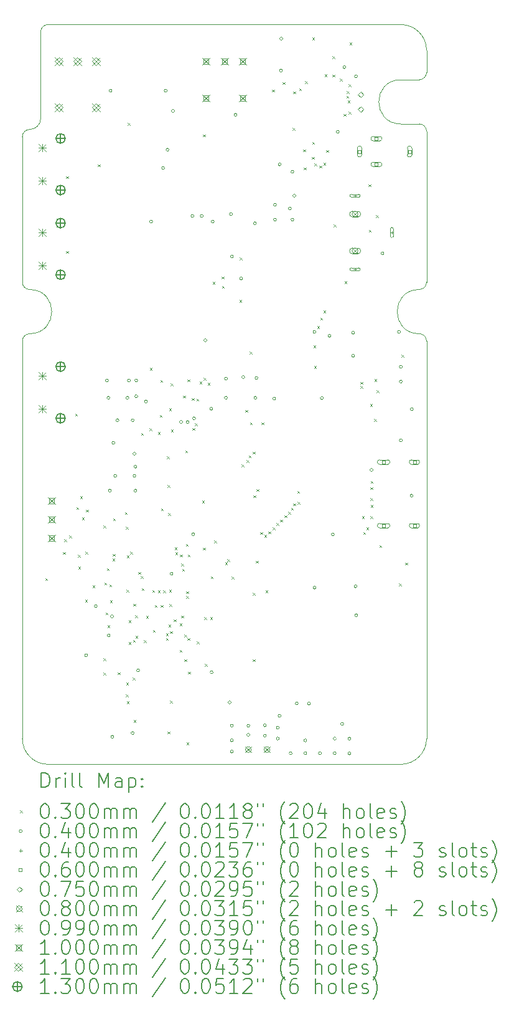
<source format=gbr>
%TF.GenerationSoftware,KiCad,Pcbnew,9.0.0*%
%TF.CreationDate,2025-08-17T15:42:20-06:00*%
%TF.ProjectId,OSS Radio Hardware Design,4f535320-5261-4646-996f-204861726477,rev?*%
%TF.SameCoordinates,Original*%
%TF.FileFunction,Drillmap*%
%TF.FilePolarity,Positive*%
%FSLAX45Y45*%
G04 Gerber Fmt 4.5, Leading zero omitted, Abs format (unit mm)*
G04 Created by KiCad (PCBNEW 9.0.0) date 2025-08-17 15:42:20*
%MOMM*%
%LPD*%
G01*
G04 APERTURE LIST*
%ADD10C,0.050000*%
%ADD11C,0.200000*%
%ADD12C,0.100000*%
%ADD13C,0.110000*%
%ADD14C,0.130000*%
G04 APERTURE END LIST*
D10*
X11100000Y-4600000D02*
G75*
G02*
X11450000Y-4950000I0J-350000D01*
G01*
X11100000Y-5950000D02*
G75*
G02*
X11100000Y-5350000I0J300000D01*
G01*
X11350000Y-8800000D02*
G75*
G02*
X11350000Y-8200000I0J300000D01*
G01*
X11450000Y-14300000D02*
G75*
G02*
X11100000Y-14650000I-350000J0D01*
G01*
X11450000Y-5250000D02*
G75*
G02*
X11350000Y-5350000I-100000J0D01*
G01*
X11450000Y-8100000D02*
G75*
G02*
X11350000Y-8200000I-100000J0D01*
G01*
X5950000Y-6125000D02*
G75*
G02*
X6050000Y-6025000I100000J0D01*
G01*
X11350000Y-5350000D02*
X11100000Y-5350000D01*
X11100000Y-5950000D02*
X11350000Y-5950000D01*
X11450000Y-8900000D02*
X11450000Y-14300000D01*
X11450000Y-8100000D02*
X11450000Y-6050000D01*
X6200000Y-4700000D02*
G75*
G02*
X6300000Y-4600000I100000J0D01*
G01*
X6050000Y-8200000D02*
G75*
G02*
X5950000Y-8100000I0J100000D01*
G01*
X5950000Y-8900000D02*
G75*
G02*
X6050000Y-8800000I100000J0D01*
G01*
X11100000Y-14650000D02*
X6300000Y-14650000D01*
X11350000Y-8800000D02*
G75*
G02*
X11450000Y-8900000I0J-100000D01*
G01*
X6200000Y-5875000D02*
X6200000Y-4700000D01*
X11350000Y-5950000D02*
G75*
G02*
X11450000Y-6050000I0J-100000D01*
G01*
X6050000Y-8200000D02*
G75*
G02*
X6050000Y-8800000I0J-300000D01*
G01*
X5950000Y-8100000D02*
X5950000Y-6125000D01*
X6300000Y-14650000D02*
G75*
G02*
X5950000Y-14300000I0J350000D01*
G01*
X5950000Y-14300000D02*
X5950000Y-8900000D01*
X6300000Y-4600000D02*
X11100000Y-4600000D01*
X11450000Y-5250000D02*
X11450000Y-4950000D01*
X6200000Y-5875000D02*
G75*
G02*
X6050000Y-6025000I-150000J0D01*
G01*
D11*
D12*
X6260000Y-12121750D02*
X6290000Y-12151750D01*
X6290000Y-12121750D02*
X6260000Y-12151750D01*
X6505000Y-11765000D02*
X6535000Y-11795000D01*
X6535000Y-11765000D02*
X6505000Y-11795000D01*
X6518178Y-11591978D02*
X6548178Y-11621978D01*
X6548178Y-11591978D02*
X6518178Y-11621978D01*
X6545000Y-6660000D02*
X6575000Y-6690000D01*
X6575000Y-6660000D02*
X6545000Y-6690000D01*
X6545000Y-7675000D02*
X6575000Y-7705000D01*
X6575000Y-7675000D02*
X6545000Y-7705000D01*
X6588278Y-11540000D02*
X6618278Y-11570000D01*
X6618278Y-11540000D02*
X6588278Y-11570000D01*
X6669800Y-9885000D02*
X6699800Y-9915000D01*
X6699800Y-9885000D02*
X6669800Y-9915000D01*
X6684038Y-11155962D02*
X6714038Y-11185962D01*
X6714038Y-11155962D02*
X6684038Y-11185962D01*
X6705000Y-11805000D02*
X6735000Y-11835000D01*
X6735000Y-11805000D02*
X6705000Y-11835000D01*
X6711750Y-11965000D02*
X6741750Y-11995000D01*
X6741750Y-11965000D02*
X6711750Y-11995000D01*
X6735000Y-11010000D02*
X6765000Y-11040000D01*
X6765000Y-11010000D02*
X6735000Y-11040000D01*
X6762500Y-11295000D02*
X6792500Y-11325000D01*
X6792500Y-11295000D02*
X6762500Y-11325000D01*
X6805000Y-12415000D02*
X6835000Y-12445000D01*
X6835000Y-12415000D02*
X6805000Y-12445000D01*
X6810000Y-11760000D02*
X6840000Y-11790000D01*
X6840000Y-11760000D02*
X6810000Y-11790000D01*
X6815000Y-11190355D02*
X6845000Y-11220355D01*
X6845000Y-11190355D02*
X6815000Y-11220355D01*
X6907125Y-12219625D02*
X6937125Y-12249625D01*
X6937125Y-12219625D02*
X6907125Y-12249625D01*
X6975000Y-6500000D02*
X7005000Y-6530000D01*
X7005000Y-6500000D02*
X6975000Y-6530000D01*
X7052500Y-13402500D02*
X7082500Y-13432500D01*
X7082500Y-13402500D02*
X7052500Y-13432500D01*
X7055000Y-11405000D02*
X7085000Y-11435000D01*
X7085000Y-11405000D02*
X7055000Y-11435000D01*
X7055000Y-13210000D02*
X7085000Y-13240000D01*
X7085000Y-13210000D02*
X7055000Y-13240000D01*
X7065000Y-12180000D02*
X7095000Y-12210000D01*
X7095000Y-12180000D02*
X7065000Y-12210000D01*
X7081334Y-12586833D02*
X7111334Y-12616833D01*
X7111334Y-12586833D02*
X7081334Y-12616833D01*
X7098254Y-11987500D02*
X7128254Y-12017500D01*
X7128254Y-11987500D02*
X7098254Y-12017500D01*
X7110000Y-12760000D02*
X7140000Y-12790000D01*
X7140000Y-12760000D02*
X7110000Y-12790000D01*
X7135000Y-12205000D02*
X7165000Y-12235000D01*
X7165000Y-12205000D02*
X7135000Y-12235000D01*
X7142830Y-12420000D02*
X7172830Y-12450000D01*
X7172830Y-12420000D02*
X7142830Y-12450000D01*
X7175000Y-11855000D02*
X7205000Y-11885000D01*
X7205000Y-11855000D02*
X7175000Y-11885000D01*
X7180398Y-11790224D02*
X7210398Y-11820224D01*
X7210398Y-11790224D02*
X7180398Y-11820224D01*
X7185000Y-11310000D02*
X7215000Y-11340000D01*
X7215000Y-11310000D02*
X7185000Y-11340000D01*
X7250000Y-13400000D02*
X7280000Y-13430000D01*
X7280000Y-13400000D02*
X7250000Y-13430000D01*
X7345000Y-11225000D02*
X7375000Y-11255000D01*
X7375000Y-11225000D02*
X7345000Y-11255000D01*
X7360000Y-11425250D02*
X7390000Y-11455250D01*
X7390000Y-11425250D02*
X7360000Y-11455250D01*
X7360000Y-13698600D02*
X7390000Y-13728600D01*
X7390000Y-13698600D02*
X7360000Y-13728600D01*
X7362296Y-13540204D02*
X7392296Y-13570204D01*
X7392296Y-13540204D02*
X7362296Y-13570204D01*
X7366187Y-12280000D02*
X7396187Y-12310000D01*
X7396187Y-12280000D02*
X7366187Y-12310000D01*
X7371000Y-13794734D02*
X7401000Y-13824734D01*
X7401000Y-13794734D02*
X7371000Y-13824734D01*
X7372500Y-11812500D02*
X7402500Y-11842500D01*
X7402500Y-11812500D02*
X7372500Y-11842500D01*
X7385000Y-5935000D02*
X7415000Y-5965000D01*
X7415000Y-5935000D02*
X7385000Y-5965000D01*
X7397500Y-12691746D02*
X7427500Y-12721746D01*
X7427500Y-12691746D02*
X7397500Y-12721746D01*
X7397500Y-12990000D02*
X7427500Y-13020000D01*
X7427500Y-12990000D02*
X7397500Y-13020000D01*
X7417500Y-11762000D02*
X7447500Y-11792000D01*
X7447500Y-11762000D02*
X7417500Y-11792000D01*
X7450000Y-13470000D02*
X7480000Y-13500000D01*
X7480000Y-13470000D02*
X7450000Y-13500000D01*
X7455364Y-12960390D02*
X7485364Y-12990390D01*
X7485364Y-12960390D02*
X7455364Y-12990390D01*
X7458154Y-12468154D02*
X7488154Y-12498154D01*
X7488154Y-12468154D02*
X7458154Y-12498154D01*
X7463900Y-14048600D02*
X7493900Y-14078600D01*
X7493900Y-14048600D02*
X7463900Y-14078600D01*
X7483707Y-12626500D02*
X7513707Y-12656500D01*
X7513707Y-12626500D02*
X7483707Y-12656500D01*
X7488900Y-12904709D02*
X7518900Y-12934709D01*
X7518900Y-12904709D02*
X7488900Y-12934709D01*
X7526725Y-12035260D02*
X7556725Y-12065260D01*
X7556725Y-12035260D02*
X7526725Y-12065260D01*
X7562500Y-12092500D02*
X7592500Y-12122500D01*
X7592500Y-12092500D02*
X7562500Y-12122500D01*
X7567400Y-10150000D02*
X7597400Y-10180000D01*
X7597400Y-10150000D02*
X7567400Y-10180000D01*
X7575255Y-12255255D02*
X7605255Y-12285255D01*
X7605255Y-12255255D02*
X7575255Y-12285255D01*
X7605000Y-12965000D02*
X7635000Y-12995000D01*
X7635000Y-12965000D02*
X7605000Y-12995000D01*
X7632500Y-12635000D02*
X7662500Y-12665000D01*
X7662500Y-12635000D02*
X7632500Y-12665000D01*
X7679123Y-10085000D02*
X7709123Y-10115000D01*
X7709123Y-10085000D02*
X7679123Y-10115000D01*
X7685000Y-9265000D02*
X7715000Y-9295000D01*
X7715000Y-9265000D02*
X7685000Y-9295000D01*
X7717734Y-12281580D02*
X7747734Y-12311580D01*
X7747734Y-12281580D02*
X7717734Y-12311580D01*
X7724623Y-12824623D02*
X7754623Y-12854623D01*
X7754623Y-12824623D02*
X7724623Y-12854623D01*
X7753000Y-12485000D02*
X7783000Y-12515000D01*
X7783000Y-12485000D02*
X7753000Y-12515000D01*
X7794577Y-10137734D02*
X7824577Y-10167734D01*
X7824577Y-10137734D02*
X7794577Y-10167734D01*
X7795000Y-12285000D02*
X7825000Y-12315000D01*
X7825000Y-12285000D02*
X7795000Y-12315000D01*
X7820000Y-9902500D02*
X7850000Y-9932500D01*
X7850000Y-9902500D02*
X7820000Y-9932500D01*
X7827600Y-9427600D02*
X7857600Y-9457600D01*
X7857600Y-9427600D02*
X7827600Y-9457600D01*
X7833000Y-12487000D02*
X7863000Y-12517000D01*
X7863000Y-12487000D02*
X7833000Y-12517000D01*
X7835000Y-11175000D02*
X7865000Y-11205000D01*
X7865000Y-11175000D02*
X7835000Y-11205000D01*
X7867500Y-12287500D02*
X7897500Y-12317500D01*
X7897500Y-12287500D02*
X7867500Y-12317500D01*
X7902365Y-12870053D02*
X7932365Y-12900053D01*
X7932365Y-12870053D02*
X7902365Y-12900053D01*
X7905000Y-12935000D02*
X7935000Y-12965000D01*
X7935000Y-12935000D02*
X7905000Y-12965000D01*
X7915000Y-10465000D02*
X7945000Y-10495000D01*
X7945000Y-10465000D02*
X7915000Y-10495000D01*
X7925000Y-10855000D02*
X7955000Y-10885000D01*
X7955000Y-10855000D02*
X7925000Y-10885000D01*
X7925000Y-14205000D02*
X7955000Y-14235000D01*
X7955000Y-14205000D02*
X7925000Y-14235000D01*
X7935000Y-11235000D02*
X7965000Y-11265000D01*
X7965000Y-11235000D02*
X7935000Y-11265000D01*
X7940000Y-12750000D02*
X7970000Y-12780000D01*
X7970000Y-12750000D02*
X7940000Y-12780000D01*
X7947675Y-9812140D02*
X7977675Y-9842140D01*
X7977675Y-9812140D02*
X7947675Y-9842140D01*
X7948139Y-12279327D02*
X7978139Y-12309327D01*
X7978139Y-12279327D02*
X7948139Y-12309327D01*
X7950000Y-12475000D02*
X7980000Y-12505000D01*
X7980000Y-12475000D02*
X7950000Y-12505000D01*
X7960000Y-12840000D02*
X7990000Y-12870000D01*
X7990000Y-12840000D02*
X7960000Y-12870000D01*
X7960000Y-13785000D02*
X7990000Y-13815000D01*
X7990000Y-13785000D02*
X7960000Y-13815000D01*
X7967000Y-9473710D02*
X7997000Y-9503710D01*
X7997000Y-9473710D02*
X7967000Y-9503710D01*
X7972500Y-10100000D02*
X8002500Y-10130000D01*
X8002500Y-10100000D02*
X7972500Y-10130000D01*
X8010000Y-12680000D02*
X8040000Y-12710000D01*
X8040000Y-12680000D02*
X8010000Y-12710000D01*
X8022600Y-11703356D02*
X8052600Y-11733356D01*
X8052600Y-11703356D02*
X8022600Y-11733356D01*
X8031244Y-11768959D02*
X8061244Y-11798959D01*
X8061244Y-11768959D02*
X8031244Y-11798959D01*
X8090000Y-13095000D02*
X8120000Y-13125000D01*
X8120000Y-13095000D02*
X8090000Y-13125000D01*
X8091757Y-12733858D02*
X8121757Y-12763858D01*
X8121757Y-12733858D02*
X8091757Y-12763858D01*
X8093671Y-11801271D02*
X8123671Y-11831271D01*
X8123671Y-11801271D02*
X8093671Y-11831271D01*
X8110000Y-11922500D02*
X8140000Y-11952500D01*
X8140000Y-11922500D02*
X8110000Y-11952500D01*
X8112200Y-12630732D02*
X8142200Y-12660732D01*
X8142200Y-12630732D02*
X8112200Y-12660732D01*
X8125000Y-11995000D02*
X8155000Y-12025000D01*
X8155000Y-11995000D02*
X8125000Y-12025000D01*
X8135000Y-9640000D02*
X8165000Y-9670000D01*
X8165000Y-9640000D02*
X8135000Y-9670000D01*
X8152005Y-12886251D02*
X8182005Y-12916251D01*
X8182005Y-12886251D02*
X8152005Y-12916251D01*
X8152500Y-13221500D02*
X8182500Y-13251500D01*
X8182500Y-13221500D02*
X8152500Y-13251500D01*
X8168531Y-10384074D02*
X8198531Y-10414074D01*
X8198531Y-10384074D02*
X8168531Y-10414074D01*
X8175000Y-11655000D02*
X8205000Y-11685000D01*
X8205000Y-11655000D02*
X8175000Y-11685000D01*
X8180000Y-12300000D02*
X8210000Y-12330000D01*
X8210000Y-12300000D02*
X8180000Y-12330000D01*
X8180000Y-12365000D02*
X8210000Y-12395000D01*
X8210000Y-12365000D02*
X8180000Y-12395000D01*
X8185000Y-14351250D02*
X8215000Y-14381250D01*
X8215000Y-14351250D02*
X8185000Y-14381250D01*
X8195000Y-12935000D02*
X8225000Y-12965000D01*
X8225000Y-12935000D02*
X8195000Y-12965000D01*
X8197500Y-9422500D02*
X8227500Y-9452500D01*
X8227500Y-9422500D02*
X8197500Y-9452500D01*
X8200000Y-11800000D02*
X8230000Y-11830000D01*
X8230000Y-11800000D02*
X8200000Y-11830000D01*
X8205000Y-13390070D02*
X8235000Y-13420070D01*
X8235000Y-13390070D02*
X8205000Y-13420070D01*
X8255551Y-9672900D02*
X8285551Y-9702900D01*
X8285551Y-9672900D02*
X8255551Y-9702900D01*
X8262877Y-10082877D02*
X8292877Y-10112877D01*
X8292877Y-10082877D02*
X8262877Y-10112877D01*
X8297500Y-10019053D02*
X8327500Y-10049053D01*
X8327500Y-10019053D02*
X8297500Y-10049053D01*
X8319875Y-9682250D02*
X8349875Y-9712250D01*
X8349875Y-9682250D02*
X8319875Y-9712250D01*
X8325000Y-12979400D02*
X8355000Y-13009400D01*
X8355000Y-12979400D02*
X8325000Y-13009400D01*
X8360000Y-9450000D02*
X8390000Y-9480000D01*
X8390000Y-9450000D02*
X8360000Y-9480000D01*
X8395000Y-11067500D02*
X8425000Y-11097500D01*
X8425000Y-11067500D02*
X8395000Y-11097500D01*
X8410000Y-6093750D02*
X8440000Y-6123750D01*
X8440000Y-6093750D02*
X8410000Y-6123750D01*
X8410000Y-11704900D02*
X8440000Y-11734900D01*
X8440000Y-11704900D02*
X8410000Y-11734900D01*
X8415000Y-9399790D02*
X8445000Y-9429790D01*
X8445000Y-9399790D02*
X8415000Y-9429790D01*
X8425000Y-12650000D02*
X8455000Y-12680000D01*
X8455000Y-12650000D02*
X8425000Y-12680000D01*
X8435000Y-13285000D02*
X8465000Y-13315000D01*
X8465000Y-13285000D02*
X8435000Y-13315000D01*
X8470000Y-9467500D02*
X8500000Y-9497500D01*
X8500000Y-9467500D02*
X8470000Y-9497500D01*
X8505000Y-12650000D02*
X8535000Y-12680000D01*
X8535000Y-12650000D02*
X8505000Y-12680000D01*
X8512500Y-12097500D02*
X8542500Y-12127500D01*
X8542500Y-12097500D02*
X8512500Y-12127500D01*
X8537500Y-8097500D02*
X8567500Y-8127500D01*
X8567500Y-8097500D02*
X8537500Y-8127500D01*
X8560000Y-11610000D02*
X8590000Y-11640000D01*
X8590000Y-11610000D02*
X8560000Y-11640000D01*
X8660000Y-8024449D02*
X8690000Y-8054449D01*
X8690000Y-8024449D02*
X8660000Y-8054449D01*
X8664645Y-8150000D02*
X8694645Y-8180000D01*
X8694645Y-8150000D02*
X8664645Y-8180000D01*
X8707500Y-11907500D02*
X8737500Y-11937500D01*
X8737500Y-11907500D02*
X8707500Y-11937500D01*
X8740000Y-11862500D02*
X8770000Y-11892500D01*
X8770000Y-11862500D02*
X8740000Y-11892500D01*
X8796396Y-12099790D02*
X8826396Y-12129790D01*
X8826396Y-12099790D02*
X8796396Y-12129790D01*
X8902094Y-8339760D02*
X8932094Y-8369760D01*
X8932094Y-8339760D02*
X8902094Y-8369760D01*
X8907500Y-7765000D02*
X8937500Y-7795000D01*
X8937500Y-7765000D02*
X8907500Y-7795000D01*
X8935000Y-10575000D02*
X8965000Y-10605000D01*
X8965000Y-10575000D02*
X8935000Y-10605000D01*
X8985000Y-9835000D02*
X9015000Y-9865000D01*
X9015000Y-9835000D02*
X8985000Y-9865000D01*
X9000000Y-10515000D02*
X9030000Y-10545000D01*
X9030000Y-10515000D02*
X9000000Y-10545000D01*
X9030000Y-10455000D02*
X9060000Y-10485000D01*
X9060000Y-10455000D02*
X9030000Y-10485000D01*
X9045000Y-9044900D02*
X9075000Y-9074900D01*
X9075000Y-9044900D02*
X9045000Y-9074900D01*
X9047500Y-10005000D02*
X9077500Y-10035000D01*
X9077500Y-10005000D02*
X9047500Y-10035000D01*
X9085000Y-12322500D02*
X9115000Y-12352500D01*
X9115000Y-12322500D02*
X9085000Y-12352500D01*
X9085000Y-13222500D02*
X9115000Y-13252500D01*
X9115000Y-13222500D02*
X9085000Y-13252500D01*
X9087500Y-10402500D02*
X9117500Y-10432500D01*
X9117500Y-10402500D02*
X9087500Y-10432500D01*
X9092500Y-10995000D02*
X9122500Y-11025000D01*
X9122500Y-10995000D02*
X9092500Y-11025000D01*
X9127500Y-11885000D02*
X9157500Y-11915000D01*
X9157500Y-11885000D02*
X9127500Y-11915000D01*
X9135000Y-10910000D02*
X9165000Y-10940000D01*
X9165000Y-10910000D02*
X9135000Y-10940000D01*
X9185828Y-11495000D02*
X9215828Y-11525000D01*
X9215828Y-11495000D02*
X9185828Y-11525000D01*
X9205000Y-10005000D02*
X9235000Y-10035000D01*
X9235000Y-10005000D02*
X9205000Y-10035000D01*
X9240322Y-11531631D02*
X9270322Y-11561631D01*
X9270322Y-11531631D02*
X9240322Y-11561631D01*
X9260000Y-12285000D02*
X9290000Y-12315000D01*
X9290000Y-12285000D02*
X9260000Y-12315000D01*
X9298565Y-11486977D02*
X9328565Y-11516977D01*
X9328565Y-11486977D02*
X9298565Y-11516977D01*
X9346873Y-5482121D02*
X9376873Y-5512121D01*
X9376873Y-5482121D02*
X9346873Y-5512121D01*
X9357700Y-11431234D02*
X9387700Y-11461234D01*
X9387700Y-11431234D02*
X9357700Y-11461234D01*
X9408635Y-11370000D02*
X9438635Y-11400000D01*
X9438635Y-11370000D02*
X9408635Y-11400000D01*
X9460000Y-11325000D02*
X9490000Y-11355000D01*
X9490000Y-11325000D02*
X9460000Y-11355000D01*
X9493750Y-5381250D02*
X9523750Y-5411250D01*
X9523750Y-5381250D02*
X9493750Y-5411250D01*
X9515000Y-11265000D02*
X9545000Y-11295000D01*
X9545000Y-11265000D02*
X9515000Y-11295000D01*
X9566235Y-11221677D02*
X9596235Y-11251677D01*
X9596235Y-11221677D02*
X9566235Y-11251677D01*
X9605917Y-11165000D02*
X9635917Y-11195000D01*
X9635917Y-11165000D02*
X9605917Y-11195000D01*
X9627300Y-6002600D02*
X9657300Y-6032600D01*
X9657300Y-6002600D02*
X9627300Y-6032600D01*
X9635000Y-5510000D02*
X9665000Y-5540000D01*
X9665000Y-5510000D02*
X9635000Y-5540000D01*
X9635707Y-11104764D02*
X9665707Y-11134764D01*
X9665707Y-11104764D02*
X9635707Y-11134764D01*
X9690000Y-10935000D02*
X9720000Y-10965000D01*
X9720000Y-10935000D02*
X9690000Y-10965000D01*
X9695000Y-11085000D02*
X9725000Y-11115000D01*
X9725000Y-11085000D02*
X9695000Y-11115000D01*
X9718000Y-5465000D02*
X9748000Y-5495000D01*
X9748000Y-5465000D02*
X9718000Y-5495000D01*
X9772123Y-6297123D02*
X9802123Y-6327123D01*
X9802123Y-6297123D02*
X9772123Y-6327123D01*
X9779623Y-6540377D02*
X9809623Y-6570377D01*
X9809623Y-6540377D02*
X9779623Y-6570377D01*
X9795000Y-5370000D02*
X9825000Y-5400000D01*
X9825000Y-5370000D02*
X9795000Y-5400000D01*
X9890000Y-6397500D02*
X9920000Y-6427500D01*
X9920000Y-6397500D02*
X9890000Y-6427500D01*
X9895000Y-4775000D02*
X9925000Y-4805000D01*
X9925000Y-4775000D02*
X9895000Y-4805000D01*
X9895000Y-6195000D02*
X9925000Y-6225000D01*
X9925000Y-6195000D02*
X9895000Y-6225000D01*
X9910000Y-8960000D02*
X9940000Y-8990000D01*
X9940000Y-8960000D02*
X9910000Y-8990000D01*
X9920000Y-9240000D02*
X9950000Y-9270000D01*
X9950000Y-9240000D02*
X9920000Y-9270000D01*
X9925100Y-6485000D02*
X9955100Y-6515000D01*
X9955100Y-6485000D02*
X9925100Y-6515000D01*
X9960464Y-8694734D02*
X9990464Y-8724734D01*
X9990464Y-8694734D02*
X9960464Y-8724734D01*
X9992500Y-6515000D02*
X10022500Y-6545000D01*
X10022500Y-6515000D02*
X9992500Y-6545000D01*
X10005300Y-8583452D02*
X10035300Y-8613452D01*
X10035300Y-8583452D02*
X10005300Y-8613452D01*
X10045400Y-8484860D02*
X10075400Y-8514860D01*
X10075400Y-8484860D02*
X10045400Y-8514860D01*
X10047500Y-6480200D02*
X10077500Y-6510200D01*
X10077500Y-6480200D02*
X10047500Y-6510200D01*
X10065000Y-5275000D02*
X10095000Y-5305000D01*
X10095000Y-5275000D02*
X10065000Y-5305000D01*
X10086250Y-6306250D02*
X10116250Y-6336250D01*
X10116250Y-6306250D02*
X10086250Y-6336250D01*
X10170000Y-5032500D02*
X10200000Y-5062500D01*
X10200000Y-5032500D02*
X10170000Y-5062500D01*
X10170747Y-5280587D02*
X10200747Y-5310587D01*
X10200747Y-5280587D02*
X10170747Y-5310587D01*
X10185000Y-7318750D02*
X10215000Y-7348750D01*
X10215000Y-7318750D02*
X10185000Y-7348750D01*
X10270000Y-5337500D02*
X10300000Y-5367500D01*
X10300000Y-5337500D02*
X10270000Y-5367500D01*
X10320000Y-5812000D02*
X10350000Y-5842000D01*
X10350000Y-5812000D02*
X10320000Y-5842000D01*
X10335000Y-8085000D02*
X10365000Y-8115000D01*
X10365000Y-8085000D02*
X10335000Y-8115000D01*
X10359179Y-5567403D02*
X10389179Y-5597403D01*
X10389179Y-5567403D02*
X10359179Y-5597403D01*
X10366068Y-5505284D02*
X10396068Y-5535284D01*
X10396068Y-5505284D02*
X10366068Y-5535284D01*
X10376445Y-5630298D02*
X10406445Y-5660298D01*
X10406445Y-5630298D02*
X10376445Y-5660298D01*
X10387500Y-5782500D02*
X10417500Y-5812500D01*
X10417500Y-5782500D02*
X10387500Y-5812500D01*
X10389439Y-5413061D02*
X10419439Y-5443061D01*
X10419439Y-5413061D02*
X10389439Y-5443061D01*
X10401000Y-4845849D02*
X10431000Y-4875849D01*
X10431000Y-4845849D02*
X10401000Y-4875849D01*
X10550000Y-9455000D02*
X10580000Y-9485000D01*
X10580000Y-9455000D02*
X10550000Y-9485000D01*
X10550000Y-9510000D02*
X10580000Y-9540000D01*
X10580000Y-9510000D02*
X10550000Y-9540000D01*
X10572264Y-11277636D02*
X10602264Y-11307636D01*
X10602264Y-11277636D02*
X10572264Y-11307636D01*
X10587500Y-11495000D02*
X10617500Y-11525000D01*
X10617500Y-11495000D02*
X10587500Y-11525000D01*
X10629066Y-11430934D02*
X10659066Y-11460934D01*
X10659066Y-11430934D02*
X10629066Y-11460934D01*
X10660000Y-6770000D02*
X10690000Y-6800000D01*
X10690000Y-6770000D02*
X10660000Y-6800000D01*
X10665000Y-7390000D02*
X10695000Y-7420000D01*
X10695000Y-7390000D02*
X10665000Y-7420000D01*
X10681268Y-9756268D02*
X10711268Y-9786268D01*
X10711268Y-9756268D02*
X10681268Y-9786268D01*
X10685000Y-10885000D02*
X10715000Y-10915000D01*
X10715000Y-10885000D02*
X10685000Y-10915000D01*
X10685000Y-11035000D02*
X10715000Y-11065000D01*
X10715000Y-11035000D02*
X10685000Y-11065000D01*
X10687500Y-11277500D02*
X10717500Y-11307500D01*
X10717500Y-11277500D02*
X10687500Y-11307500D01*
X10688040Y-10801879D02*
X10718040Y-10831879D01*
X10718040Y-10801879D02*
X10688040Y-10831879D01*
X10690000Y-11125000D02*
X10720000Y-11155000D01*
X10720000Y-11125000D02*
X10690000Y-11155000D01*
X10735000Y-9960000D02*
X10765000Y-9990000D01*
X10765000Y-9960000D02*
X10735000Y-9990000D01*
X10742500Y-9417500D02*
X10772500Y-9447500D01*
X10772500Y-9417500D02*
X10742500Y-9447500D01*
X10760000Y-7187500D02*
X10790000Y-7217500D01*
X10790000Y-7187500D02*
X10760000Y-7217500D01*
X10768150Y-9568150D02*
X10798150Y-9598150D01*
X10798150Y-9568150D02*
X10768150Y-9598150D01*
X10810000Y-11672500D02*
X10840000Y-11702500D01*
X10840000Y-11672500D02*
X10810000Y-11702500D01*
X11075000Y-12195000D02*
X11105000Y-12225000D01*
X11105000Y-12195000D02*
X11075000Y-12225000D01*
X11110000Y-9085000D02*
X11140000Y-9115000D01*
X11140000Y-9085000D02*
X11110000Y-9115000D01*
X11160000Y-11910000D02*
X11190000Y-11940000D01*
X11190000Y-11910000D02*
X11160000Y-11940000D01*
X6838250Y-13168250D02*
G75*
G02*
X6798250Y-13168250I-20000J0D01*
G01*
X6798250Y-13168250D02*
G75*
G02*
X6838250Y-13168250I20000J0D01*
G01*
X6970000Y-12500000D02*
G75*
G02*
X6930000Y-12500000I-20000J0D01*
G01*
X6930000Y-12500000D02*
G75*
G02*
X6970000Y-12500000I20000J0D01*
G01*
X7120000Y-9435000D02*
G75*
G02*
X7080000Y-9435000I-20000J0D01*
G01*
X7080000Y-9435000D02*
G75*
G02*
X7120000Y-9435000I20000J0D01*
G01*
X7140000Y-9670000D02*
G75*
G02*
X7100000Y-9670000I-20000J0D01*
G01*
X7100000Y-9670000D02*
G75*
G02*
X7140000Y-9670000I20000J0D01*
G01*
X7145000Y-12900000D02*
G75*
G02*
X7105000Y-12900000I-20000J0D01*
G01*
X7105000Y-12900000D02*
G75*
G02*
X7145000Y-12900000I20000J0D01*
G01*
X7159500Y-10931250D02*
G75*
G02*
X7119500Y-10931250I-20000J0D01*
G01*
X7119500Y-10931250D02*
G75*
G02*
X7159500Y-10931250I20000J0D01*
G01*
X7170000Y-5500000D02*
G75*
G02*
X7130000Y-5500000I-20000J0D01*
G01*
X7130000Y-5500000D02*
G75*
G02*
X7170000Y-5500000I20000J0D01*
G01*
X7189700Y-12640000D02*
G75*
G02*
X7149700Y-12640000I-20000J0D01*
G01*
X7149700Y-12640000D02*
G75*
G02*
X7189700Y-12640000I20000J0D01*
G01*
X7195000Y-14275000D02*
G75*
G02*
X7155000Y-14275000I-20000J0D01*
G01*
X7155000Y-14275000D02*
G75*
G02*
X7195000Y-14275000I20000J0D01*
G01*
X7209500Y-10281250D02*
G75*
G02*
X7169500Y-10281250I-20000J0D01*
G01*
X7169500Y-10281250D02*
G75*
G02*
X7209500Y-10281250I20000J0D01*
G01*
X7234500Y-10731250D02*
G75*
G02*
X7194500Y-10731250I-20000J0D01*
G01*
X7194500Y-10731250D02*
G75*
G02*
X7234500Y-10731250I20000J0D01*
G01*
X7264500Y-9975000D02*
G75*
G02*
X7224500Y-9975000I-20000J0D01*
G01*
X7224500Y-9975000D02*
G75*
G02*
X7264500Y-9975000I20000J0D01*
G01*
X7400000Y-9670000D02*
G75*
G02*
X7360000Y-9670000I-20000J0D01*
G01*
X7360000Y-9670000D02*
G75*
G02*
X7400000Y-9670000I20000J0D01*
G01*
X7420000Y-9435000D02*
G75*
G02*
X7380000Y-9435000I-20000J0D01*
G01*
X7380000Y-9435000D02*
G75*
G02*
X7420000Y-9435000I20000J0D01*
G01*
X7470000Y-9975000D02*
G75*
G02*
X7430000Y-9975000I-20000J0D01*
G01*
X7430000Y-9975000D02*
G75*
G02*
X7470000Y-9975000I20000J0D01*
G01*
X7470000Y-14225000D02*
G75*
G02*
X7430000Y-14225000I-20000J0D01*
G01*
X7430000Y-14225000D02*
G75*
G02*
X7470000Y-14225000I20000J0D01*
G01*
X7495000Y-10431250D02*
G75*
G02*
X7455000Y-10431250I-20000J0D01*
G01*
X7455000Y-10431250D02*
G75*
G02*
X7495000Y-10431250I20000J0D01*
G01*
X7495000Y-10731250D02*
G75*
G02*
X7455000Y-10731250I-20000J0D01*
G01*
X7455000Y-10731250D02*
G75*
G02*
X7495000Y-10731250I20000J0D01*
G01*
X7509500Y-10606250D02*
G75*
G02*
X7469500Y-10606250I-20000J0D01*
G01*
X7469500Y-10606250D02*
G75*
G02*
X7509500Y-10606250I20000J0D01*
G01*
X7509500Y-10931250D02*
G75*
G02*
X7469500Y-10931250I-20000J0D01*
G01*
X7469500Y-10931250D02*
G75*
G02*
X7509500Y-10931250I20000J0D01*
G01*
X7520000Y-9650000D02*
G75*
G02*
X7480000Y-9650000I-20000J0D01*
G01*
X7480000Y-9650000D02*
G75*
G02*
X7520000Y-9650000I20000J0D01*
G01*
X7520000Y-9435000D02*
G75*
G02*
X7480000Y-9435000I-20000J0D01*
G01*
X7480000Y-9435000D02*
G75*
G02*
X7520000Y-9435000I20000J0D01*
G01*
X7545000Y-13375000D02*
G75*
G02*
X7505000Y-13375000I-20000J0D01*
G01*
X7505000Y-13375000D02*
G75*
G02*
X7545000Y-13375000I20000J0D01*
G01*
X7650000Y-9720000D02*
G75*
G02*
X7610000Y-9720000I-20000J0D01*
G01*
X7610000Y-9720000D02*
G75*
G02*
X7650000Y-9720000I20000J0D01*
G01*
X7721250Y-7275000D02*
G75*
G02*
X7681250Y-7275000I-20000J0D01*
G01*
X7681250Y-7275000D02*
G75*
G02*
X7721250Y-7275000I20000J0D01*
G01*
X7885000Y-6550000D02*
G75*
G02*
X7845000Y-6550000I-20000J0D01*
G01*
X7845000Y-6550000D02*
G75*
G02*
X7885000Y-6550000I20000J0D01*
G01*
X7920000Y-5500000D02*
G75*
G02*
X7880000Y-5500000I-20000J0D01*
G01*
X7880000Y-5500000D02*
G75*
G02*
X7920000Y-5500000I20000J0D01*
G01*
X7945000Y-6300000D02*
G75*
G02*
X7905000Y-6300000I-20000J0D01*
G01*
X7905000Y-6300000D02*
G75*
G02*
X7945000Y-6300000I20000J0D01*
G01*
X7999683Y-12059383D02*
G75*
G02*
X7959683Y-12059383I-20000J0D01*
G01*
X7959683Y-12059383D02*
G75*
G02*
X7999683Y-12059383I20000J0D01*
G01*
X8020000Y-5775000D02*
G75*
G02*
X7980000Y-5775000I-20000J0D01*
G01*
X7980000Y-5775000D02*
G75*
G02*
X8020000Y-5775000I20000J0D01*
G01*
X8130000Y-9997500D02*
G75*
G02*
X8090000Y-9997500I-20000J0D01*
G01*
X8090000Y-9997500D02*
G75*
G02*
X8130000Y-9997500I20000J0D01*
G01*
X8220000Y-10000000D02*
G75*
G02*
X8180000Y-10000000I-20000J0D01*
G01*
X8180000Y-10000000D02*
G75*
G02*
X8220000Y-10000000I20000J0D01*
G01*
X8285000Y-7200000D02*
G75*
G02*
X8245000Y-7200000I-20000J0D01*
G01*
X8245000Y-7200000D02*
G75*
G02*
X8285000Y-7200000I20000J0D01*
G01*
X8295000Y-11525000D02*
G75*
G02*
X8255000Y-11525000I-20000J0D01*
G01*
X8255000Y-11525000D02*
G75*
G02*
X8295000Y-11525000I20000J0D01*
G01*
X8306466Y-9949763D02*
G75*
G02*
X8266466Y-9949763I-20000J0D01*
G01*
X8266466Y-9949763D02*
G75*
G02*
X8306466Y-9949763I20000J0D01*
G01*
X8410000Y-7200000D02*
G75*
G02*
X8370000Y-7200000I-20000J0D01*
G01*
X8370000Y-7200000D02*
G75*
G02*
X8410000Y-7200000I20000J0D01*
G01*
X8460000Y-8890000D02*
G75*
G02*
X8420000Y-8890000I-20000J0D01*
G01*
X8420000Y-8890000D02*
G75*
G02*
X8460000Y-8890000I20000J0D01*
G01*
X8540000Y-9820000D02*
G75*
G02*
X8500000Y-9820000I-20000J0D01*
G01*
X8500000Y-9820000D02*
G75*
G02*
X8540000Y-9820000I20000J0D01*
G01*
X8545000Y-13400000D02*
G75*
G02*
X8505000Y-13400000I-20000J0D01*
G01*
X8505000Y-13400000D02*
G75*
G02*
X8545000Y-13400000I20000J0D01*
G01*
X8560000Y-7275000D02*
G75*
G02*
X8520000Y-7275000I-20000J0D01*
G01*
X8520000Y-7275000D02*
G75*
G02*
X8560000Y-7275000I20000J0D01*
G01*
X8740000Y-9410000D02*
G75*
G02*
X8700000Y-9410000I-20000J0D01*
G01*
X8700000Y-9410000D02*
G75*
G02*
X8740000Y-9410000I20000J0D01*
G01*
X8740000Y-9670000D02*
G75*
G02*
X8700000Y-9670000I-20000J0D01*
G01*
X8700000Y-9670000D02*
G75*
G02*
X8740000Y-9670000I20000J0D01*
G01*
X8790000Y-13810000D02*
G75*
G02*
X8750000Y-13810000I-20000J0D01*
G01*
X8750000Y-13810000D02*
G75*
G02*
X8790000Y-13810000I20000J0D01*
G01*
X8810000Y-7175000D02*
G75*
G02*
X8770000Y-7175000I-20000J0D01*
G01*
X8770000Y-7175000D02*
G75*
G02*
X8810000Y-7175000I20000J0D01*
G01*
X8820000Y-14125000D02*
G75*
G02*
X8780000Y-14125000I-20000J0D01*
G01*
X8780000Y-14125000D02*
G75*
G02*
X8820000Y-14125000I20000J0D01*
G01*
X8820000Y-14325000D02*
G75*
G02*
X8780000Y-14325000I-20000J0D01*
G01*
X8780000Y-14325000D02*
G75*
G02*
X8820000Y-14325000I20000J0D01*
G01*
X8820000Y-14475000D02*
G75*
G02*
X8780000Y-14475000I-20000J0D01*
G01*
X8780000Y-14475000D02*
G75*
G02*
X8820000Y-14475000I20000J0D01*
G01*
X8821250Y-7750000D02*
G75*
G02*
X8781250Y-7750000I-20000J0D01*
G01*
X8781250Y-7750000D02*
G75*
G02*
X8821250Y-7750000I20000J0D01*
G01*
X8870000Y-5825000D02*
G75*
G02*
X8830000Y-5825000I-20000J0D01*
G01*
X8830000Y-5825000D02*
G75*
G02*
X8870000Y-5825000I20000J0D01*
G01*
X8946250Y-8050000D02*
G75*
G02*
X8906250Y-8050000I-20000J0D01*
G01*
X8906250Y-8050000D02*
G75*
G02*
X8946250Y-8050000I20000J0D01*
G01*
X8975000Y-9390000D02*
G75*
G02*
X8935000Y-9390000I-20000J0D01*
G01*
X8935000Y-9390000D02*
G75*
G02*
X8975000Y-9390000I20000J0D01*
G01*
X9045000Y-14125000D02*
G75*
G02*
X9005000Y-14125000I-20000J0D01*
G01*
X9005000Y-14125000D02*
G75*
G02*
X9045000Y-14125000I20000J0D01*
G01*
X9045000Y-14250000D02*
G75*
G02*
X9005000Y-14250000I-20000J0D01*
G01*
X9005000Y-14250000D02*
G75*
G02*
X9045000Y-14250000I20000J0D01*
G01*
X9135000Y-7300000D02*
G75*
G02*
X9095000Y-7300000I-20000J0D01*
G01*
X9095000Y-7300000D02*
G75*
G02*
X9135000Y-7300000I20000J0D01*
G01*
X9140000Y-9670000D02*
G75*
G02*
X9100000Y-9670000I-20000J0D01*
G01*
X9100000Y-9670000D02*
G75*
G02*
X9140000Y-9670000I20000J0D01*
G01*
X9155100Y-9400000D02*
G75*
G02*
X9115100Y-9400000I-20000J0D01*
G01*
X9115100Y-9400000D02*
G75*
G02*
X9155100Y-9400000I20000J0D01*
G01*
X9270000Y-14120000D02*
G75*
G02*
X9230000Y-14120000I-20000J0D01*
G01*
X9230000Y-14120000D02*
G75*
G02*
X9270000Y-14120000I20000J0D01*
G01*
X9270000Y-14260000D02*
G75*
G02*
X9230000Y-14260000I-20000J0D01*
G01*
X9230000Y-14260000D02*
G75*
G02*
X9270000Y-14260000I20000J0D01*
G01*
X9396600Y-9680000D02*
G75*
G02*
X9356600Y-9680000I-20000J0D01*
G01*
X9356600Y-9680000D02*
G75*
G02*
X9396600Y-9680000I20000J0D01*
G01*
X9407600Y-7050000D02*
G75*
G02*
X9367600Y-7050000I-20000J0D01*
G01*
X9367600Y-7050000D02*
G75*
G02*
X9407600Y-7050000I20000J0D01*
G01*
X9407600Y-7250000D02*
G75*
G02*
X9367600Y-7250000I-20000J0D01*
G01*
X9367600Y-7250000D02*
G75*
G02*
X9407600Y-7250000I20000J0D01*
G01*
X9445000Y-14150000D02*
G75*
G02*
X9405000Y-14150000I-20000J0D01*
G01*
X9405000Y-14150000D02*
G75*
G02*
X9445000Y-14150000I20000J0D01*
G01*
X9445000Y-14300000D02*
G75*
G02*
X9405000Y-14300000I-20000J0D01*
G01*
X9405000Y-14300000D02*
G75*
G02*
X9445000Y-14300000I20000J0D01*
G01*
X9470000Y-6500000D02*
G75*
G02*
X9430000Y-6500000I-20000J0D01*
G01*
X9430000Y-6500000D02*
G75*
G02*
X9470000Y-6500000I20000J0D01*
G01*
X9470000Y-13990000D02*
G75*
G02*
X9430000Y-13990000I-20000J0D01*
G01*
X9430000Y-13990000D02*
G75*
G02*
X9470000Y-13990000I20000J0D01*
G01*
X9488750Y-5225000D02*
G75*
G02*
X9448750Y-5225000I-20000J0D01*
G01*
X9448750Y-5225000D02*
G75*
G02*
X9488750Y-5225000I20000J0D01*
G01*
X9491875Y-4791875D02*
G75*
G02*
X9451875Y-4791875I-20000J0D01*
G01*
X9451875Y-4791875D02*
G75*
G02*
X9491875Y-4791875I20000J0D01*
G01*
X9610000Y-7100000D02*
G75*
G02*
X9570000Y-7100000I-20000J0D01*
G01*
X9570000Y-7100000D02*
G75*
G02*
X9610000Y-7100000I20000J0D01*
G01*
X9620000Y-14500000D02*
G75*
G02*
X9580000Y-14500000I-20000J0D01*
G01*
X9580000Y-14500000D02*
G75*
G02*
X9620000Y-14500000I20000J0D01*
G01*
X9645000Y-6600000D02*
G75*
G02*
X9605000Y-6600000I-20000J0D01*
G01*
X9605000Y-6600000D02*
G75*
G02*
X9645000Y-6600000I20000J0D01*
G01*
X9645000Y-7250000D02*
G75*
G02*
X9605000Y-7250000I-20000J0D01*
G01*
X9605000Y-7250000D02*
G75*
G02*
X9645000Y-7250000I20000J0D01*
G01*
X9670000Y-6925000D02*
G75*
G02*
X9630000Y-6925000I-20000J0D01*
G01*
X9630000Y-6925000D02*
G75*
G02*
X9670000Y-6925000I20000J0D01*
G01*
X9703750Y-13822500D02*
G75*
G02*
X9663750Y-13822500I-20000J0D01*
G01*
X9663750Y-13822500D02*
G75*
G02*
X9703750Y-13822500I20000J0D01*
G01*
X9820000Y-14325000D02*
G75*
G02*
X9780000Y-14325000I-20000J0D01*
G01*
X9780000Y-14325000D02*
G75*
G02*
X9820000Y-14325000I20000J0D01*
G01*
X9820000Y-14500000D02*
G75*
G02*
X9780000Y-14500000I-20000J0D01*
G01*
X9780000Y-14500000D02*
G75*
G02*
X9820000Y-14500000I20000J0D01*
G01*
X9870000Y-13825000D02*
G75*
G02*
X9830000Y-13825000I-20000J0D01*
G01*
X9830000Y-13825000D02*
G75*
G02*
X9870000Y-13825000I20000J0D01*
G01*
X9945000Y-8775000D02*
G75*
G02*
X9905000Y-8775000I-20000J0D01*
G01*
X9905000Y-8775000D02*
G75*
G02*
X9945000Y-8775000I20000J0D01*
G01*
X9945000Y-12250000D02*
G75*
G02*
X9905000Y-12250000I-20000J0D01*
G01*
X9905000Y-12250000D02*
G75*
G02*
X9945000Y-12250000I20000J0D01*
G01*
X10020000Y-14500000D02*
G75*
G02*
X9980000Y-14500000I-20000J0D01*
G01*
X9980000Y-14500000D02*
G75*
G02*
X10020000Y-14500000I20000J0D01*
G01*
X10045000Y-9675000D02*
G75*
G02*
X10005000Y-9675000I-20000J0D01*
G01*
X10005000Y-9675000D02*
G75*
G02*
X10045000Y-9675000I20000J0D01*
G01*
X10149375Y-8829375D02*
G75*
G02*
X10109375Y-8829375I-20000J0D01*
G01*
X10109375Y-8829375D02*
G75*
G02*
X10149375Y-8829375I20000J0D01*
G01*
X10195000Y-11525000D02*
G75*
G02*
X10155000Y-11525000I-20000J0D01*
G01*
X10155000Y-11525000D02*
G75*
G02*
X10195000Y-11525000I20000J0D01*
G01*
X10220000Y-14300000D02*
G75*
G02*
X10180000Y-14300000I-20000J0D01*
G01*
X10180000Y-14300000D02*
G75*
G02*
X10220000Y-14300000I20000J0D01*
G01*
X10220000Y-14500000D02*
G75*
G02*
X10180000Y-14500000I-20000J0D01*
G01*
X10180000Y-14500000D02*
G75*
G02*
X10220000Y-14500000I20000J0D01*
G01*
X10262500Y-6057500D02*
G75*
G02*
X10222500Y-6057500I-20000J0D01*
G01*
X10222500Y-6057500D02*
G75*
G02*
X10262500Y-6057500I20000J0D01*
G01*
X10320000Y-14100000D02*
G75*
G02*
X10280000Y-14100000I-20000J0D01*
G01*
X10280000Y-14100000D02*
G75*
G02*
X10320000Y-14100000I20000J0D01*
G01*
X10350000Y-5180000D02*
G75*
G02*
X10310000Y-5180000I-20000J0D01*
G01*
X10310000Y-5180000D02*
G75*
G02*
X10350000Y-5180000I20000J0D01*
G01*
X10420000Y-14300000D02*
G75*
G02*
X10380000Y-14300000I-20000J0D01*
G01*
X10380000Y-14300000D02*
G75*
G02*
X10420000Y-14300000I20000J0D01*
G01*
X10420000Y-14500000D02*
G75*
G02*
X10380000Y-14500000I-20000J0D01*
G01*
X10380000Y-14500000D02*
G75*
G02*
X10420000Y-14500000I20000J0D01*
G01*
X10470000Y-8787500D02*
G75*
G02*
X10430000Y-8787500I-20000J0D01*
G01*
X10430000Y-8787500D02*
G75*
G02*
X10470000Y-8787500I20000J0D01*
G01*
X10470000Y-9100000D02*
G75*
G02*
X10430000Y-9100000I-20000J0D01*
G01*
X10430000Y-9100000D02*
G75*
G02*
X10470000Y-9100000I20000J0D01*
G01*
X10502500Y-12232500D02*
G75*
G02*
X10462500Y-12232500I-20000J0D01*
G01*
X10462500Y-12232500D02*
G75*
G02*
X10502500Y-12232500I20000J0D01*
G01*
X10510000Y-5302500D02*
G75*
G02*
X10470000Y-5302500I-20000J0D01*
G01*
X10470000Y-5302500D02*
G75*
G02*
X10510000Y-5302500I20000J0D01*
G01*
X10512427Y-12625000D02*
G75*
G02*
X10472427Y-12625000I-20000J0D01*
G01*
X10472427Y-12625000D02*
G75*
G02*
X10512427Y-12625000I20000J0D01*
G01*
X10720000Y-10650000D02*
G75*
G02*
X10680000Y-10650000I-20000J0D01*
G01*
X10680000Y-10650000D02*
G75*
G02*
X10720000Y-10650000I20000J0D01*
G01*
X10870000Y-7708750D02*
G75*
G02*
X10830000Y-7708750I-20000J0D01*
G01*
X10830000Y-7708750D02*
G75*
G02*
X10870000Y-7708750I20000J0D01*
G01*
X11094228Y-8775772D02*
G75*
G02*
X11054228Y-8775772I-20000J0D01*
G01*
X11054228Y-8775772D02*
G75*
G02*
X11094228Y-8775772I20000J0D01*
G01*
X11120000Y-9250000D02*
G75*
G02*
X11080000Y-9250000I-20000J0D01*
G01*
X11080000Y-9250000D02*
G75*
G02*
X11120000Y-9250000I20000J0D01*
G01*
X11120000Y-9450000D02*
G75*
G02*
X11080000Y-9450000I-20000J0D01*
G01*
X11080000Y-9450000D02*
G75*
G02*
X11120000Y-9450000I20000J0D01*
G01*
X11120000Y-10250000D02*
G75*
G02*
X11080000Y-10250000I-20000J0D01*
G01*
X11080000Y-10250000D02*
G75*
G02*
X11120000Y-10250000I20000J0D01*
G01*
X11264900Y-11000000D02*
G75*
G02*
X11224900Y-11000000I-20000J0D01*
G01*
X11224900Y-11000000D02*
G75*
G02*
X11264900Y-11000000I20000J0D01*
G01*
X11270000Y-9825000D02*
G75*
G02*
X11230000Y-9825000I-20000J0D01*
G01*
X11230000Y-9825000D02*
G75*
G02*
X11270000Y-9825000I20000J0D01*
G01*
X10477500Y-6905000D02*
X10477500Y-6945000D01*
X10457500Y-6925000D02*
X10497500Y-6925000D01*
X10527500Y-6905000D02*
X10427500Y-6905000D01*
X10427500Y-6945000D02*
G75*
G02*
X10427500Y-6905000I0J20000D01*
G01*
X10427500Y-6945000D02*
X10527500Y-6945000D01*
X10527500Y-6945000D02*
G75*
G03*
X10527500Y-6905000I0J20000D01*
G01*
X10477500Y-7905000D02*
X10477500Y-7945000D01*
X10457500Y-7925000D02*
X10497500Y-7925000D01*
X10427500Y-7945000D02*
X10527500Y-7945000D01*
X10527500Y-7905000D02*
G75*
G02*
X10527500Y-7945000I0J-20000D01*
G01*
X10527500Y-7905000D02*
X10427500Y-7905000D01*
X10427500Y-7905000D02*
G75*
G03*
X10427500Y-7945000I0J-20000D01*
G01*
X10977500Y-7405000D02*
X10977500Y-7445000D01*
X10957500Y-7425000D02*
X10997500Y-7425000D01*
X10957500Y-7375000D02*
X10957500Y-7475000D01*
X10997500Y-7475000D02*
G75*
G02*
X10957500Y-7475000I-20000J0D01*
G01*
X10997500Y-7475000D02*
X10997500Y-7375000D01*
X10997500Y-7375000D02*
G75*
G03*
X10957500Y-7375000I-20000J0D01*
G01*
X10558713Y-6346213D02*
X10558713Y-6303787D01*
X10516287Y-6303787D01*
X10516287Y-6346213D01*
X10558713Y-6346213D01*
X10507500Y-6280000D02*
X10507500Y-6370000D01*
X10567500Y-6370000D02*
G75*
G02*
X10507500Y-6370000I-30000J0D01*
G01*
X10567500Y-6370000D02*
X10567500Y-6280000D01*
X10567500Y-6280000D02*
G75*
G03*
X10507500Y-6280000I-30000J0D01*
G01*
X10788713Y-6171213D02*
X10788713Y-6128787D01*
X10746287Y-6128787D01*
X10746287Y-6171213D01*
X10788713Y-6171213D01*
X10812500Y-6120000D02*
X10722500Y-6120000D01*
X10722500Y-6180000D02*
G75*
G02*
X10722500Y-6120000I0J30000D01*
G01*
X10722500Y-6180000D02*
X10812500Y-6180000D01*
X10812500Y-6180000D02*
G75*
G03*
X10812500Y-6120000I0J30000D01*
G01*
X10788713Y-6521213D02*
X10788713Y-6478787D01*
X10746287Y-6478787D01*
X10746287Y-6521213D01*
X10788713Y-6521213D01*
X10812500Y-6470000D02*
X10722500Y-6470000D01*
X10722500Y-6530000D02*
G75*
G02*
X10722500Y-6470000I0J30000D01*
G01*
X10722500Y-6530000D02*
X10812500Y-6530000D01*
X10812500Y-6530000D02*
G75*
G03*
X10812500Y-6470000I0J30000D01*
G01*
X10886213Y-10564213D02*
X10886213Y-10521787D01*
X10843787Y-10521787D01*
X10843787Y-10564213D01*
X10886213Y-10564213D01*
X10920000Y-10513000D02*
X10810000Y-10513000D01*
X10810000Y-10573000D02*
G75*
G02*
X10810000Y-10513000I0J30000D01*
G01*
X10810000Y-10573000D02*
X10920000Y-10573000D01*
X10920000Y-10573000D02*
G75*
G03*
X10920000Y-10513000I0J30000D01*
G01*
X10886213Y-11428213D02*
X10886213Y-11385787D01*
X10843787Y-11385787D01*
X10843787Y-11428213D01*
X10886213Y-11428213D01*
X10920000Y-11377000D02*
X10810000Y-11377000D01*
X10810000Y-11437000D02*
G75*
G02*
X10810000Y-11377000I0J30000D01*
G01*
X10810000Y-11437000D02*
X10920000Y-11437000D01*
X10920000Y-11437000D02*
G75*
G03*
X10920000Y-11377000I0J30000D01*
G01*
X11238713Y-6346213D02*
X11238713Y-6303787D01*
X11196287Y-6303787D01*
X11196287Y-6346213D01*
X11238713Y-6346213D01*
X11187500Y-6280000D02*
X11187500Y-6370000D01*
X11247500Y-6370000D02*
G75*
G02*
X11187500Y-6370000I-30000J0D01*
G01*
X11247500Y-6370000D02*
X11247500Y-6280000D01*
X11247500Y-6280000D02*
G75*
G03*
X11187500Y-6280000I-30000J0D01*
G01*
X11306213Y-10564213D02*
X11306213Y-10521787D01*
X11263787Y-10521787D01*
X11263787Y-10564213D01*
X11306213Y-10564213D01*
X11325000Y-10513000D02*
X11245000Y-10513000D01*
X11245000Y-10573000D02*
G75*
G02*
X11245000Y-10513000I0J30000D01*
G01*
X11245000Y-10573000D02*
X11325000Y-10573000D01*
X11325000Y-10573000D02*
G75*
G03*
X11325000Y-10513000I0J30000D01*
G01*
X11306213Y-11428213D02*
X11306213Y-11385787D01*
X11263787Y-11385787D01*
X11263787Y-11428213D01*
X11306213Y-11428213D01*
X11325000Y-11377000D02*
X11245000Y-11377000D01*
X11245000Y-11437000D02*
G75*
G02*
X11245000Y-11377000I0J30000D01*
G01*
X11245000Y-11437000D02*
X11325000Y-11437000D01*
X11325000Y-11437000D02*
G75*
G03*
X11325000Y-11377000I0J30000D01*
G01*
X10555000Y-5587500D02*
X10592500Y-5550000D01*
X10555000Y-5512500D01*
X10517500Y-5550000D01*
X10555000Y-5587500D01*
X10555000Y-5787500D02*
X10592500Y-5750000D01*
X10555000Y-5712500D01*
X10517500Y-5750000D01*
X10555000Y-5787500D01*
X8985000Y-14410000D02*
X9065000Y-14490000D01*
X9065000Y-14410000D02*
X8985000Y-14490000D01*
X9065000Y-14450000D02*
G75*
G02*
X8985000Y-14450000I-40000J0D01*
G01*
X8985000Y-14450000D02*
G75*
G02*
X9065000Y-14450000I40000J0D01*
G01*
X9239000Y-14410000D02*
X9319000Y-14490000D01*
X9319000Y-14410000D02*
X9239000Y-14490000D01*
X9319000Y-14450000D02*
G75*
G02*
X9239000Y-14450000I-40000J0D01*
G01*
X9239000Y-14450000D02*
G75*
G02*
X9319000Y-14450000I40000J0D01*
G01*
X10437500Y-7135000D02*
X10517500Y-7215000D01*
X10517500Y-7135000D02*
X10437500Y-7215000D01*
X10517500Y-7175000D02*
G75*
G02*
X10437500Y-7175000I-40000J0D01*
G01*
X10437500Y-7175000D02*
G75*
G02*
X10517500Y-7175000I40000J0D01*
G01*
X10512500Y-7135000D02*
X10442500Y-7135000D01*
X10442500Y-7215000D02*
G75*
G02*
X10442500Y-7135000I0J40000D01*
G01*
X10442500Y-7215000D02*
X10512500Y-7215000D01*
X10512500Y-7215000D02*
G75*
G03*
X10512500Y-7135000I0J40000D01*
G01*
X10437500Y-7635000D02*
X10517500Y-7715000D01*
X10517500Y-7635000D02*
X10437500Y-7715000D01*
X10517500Y-7675000D02*
G75*
G02*
X10437500Y-7675000I-40000J0D01*
G01*
X10437500Y-7675000D02*
G75*
G02*
X10517500Y-7675000I40000J0D01*
G01*
X10442500Y-7715000D02*
X10512500Y-7715000D01*
X10512500Y-7635000D02*
G75*
G02*
X10512500Y-7715000I0J-40000D01*
G01*
X10512500Y-7635000D02*
X10442500Y-7635000D01*
X10442500Y-7635000D02*
G75*
G03*
X10442500Y-7715000I0J-40000D01*
G01*
X6171750Y-6223000D02*
X6270750Y-6322000D01*
X6270750Y-6223000D02*
X6171750Y-6322000D01*
X6221250Y-6223000D02*
X6221250Y-6322000D01*
X6171750Y-6272500D02*
X6270750Y-6272500D01*
X6171750Y-6673000D02*
X6270750Y-6772000D01*
X6270750Y-6673000D02*
X6171750Y-6772000D01*
X6221250Y-6673000D02*
X6221250Y-6772000D01*
X6171750Y-6722500D02*
X6270750Y-6722500D01*
X6171750Y-7373000D02*
X6270750Y-7472000D01*
X6270750Y-7373000D02*
X6171750Y-7472000D01*
X6221250Y-7373000D02*
X6221250Y-7472000D01*
X6171750Y-7422500D02*
X6270750Y-7422500D01*
X6171750Y-7823000D02*
X6270750Y-7922000D01*
X6270750Y-7823000D02*
X6171750Y-7922000D01*
X6221250Y-7823000D02*
X6221250Y-7922000D01*
X6171750Y-7872500D02*
X6270750Y-7872500D01*
X6171750Y-9323000D02*
X6270750Y-9422000D01*
X6270750Y-9323000D02*
X6171750Y-9422000D01*
X6221250Y-9323000D02*
X6221250Y-9422000D01*
X6171750Y-9372500D02*
X6270750Y-9372500D01*
X6171750Y-9773000D02*
X6270750Y-9872000D01*
X6270750Y-9773000D02*
X6171750Y-9872000D01*
X6221250Y-9773000D02*
X6221250Y-9872000D01*
X6171750Y-9822500D02*
X6270750Y-9822500D01*
X6300000Y-11019500D02*
X6400000Y-11119500D01*
X6400000Y-11019500D02*
X6300000Y-11119500D01*
X6385356Y-11104856D02*
X6385356Y-11034144D01*
X6314644Y-11034144D01*
X6314644Y-11104856D01*
X6385356Y-11104856D01*
X6300000Y-11273500D02*
X6400000Y-11373500D01*
X6400000Y-11273500D02*
X6300000Y-11373500D01*
X6385356Y-11358856D02*
X6385356Y-11288144D01*
X6314644Y-11288144D01*
X6314644Y-11358856D01*
X6385356Y-11358856D01*
X6300000Y-11527500D02*
X6400000Y-11627500D01*
X6400000Y-11527500D02*
X6300000Y-11627500D01*
X6385356Y-11612856D02*
X6385356Y-11542144D01*
X6314644Y-11542144D01*
X6314644Y-11612856D01*
X6385356Y-11612856D01*
X8400000Y-5050000D02*
X8500000Y-5150000D01*
X8500000Y-5050000D02*
X8400000Y-5150000D01*
X8485356Y-5135356D02*
X8485356Y-5064644D01*
X8414644Y-5064644D01*
X8414644Y-5135356D01*
X8485356Y-5135356D01*
X8400000Y-5550000D02*
X8500000Y-5650000D01*
X8500000Y-5550000D02*
X8400000Y-5650000D01*
X8485356Y-5635356D02*
X8485356Y-5564644D01*
X8414644Y-5564644D01*
X8414644Y-5635356D01*
X8485356Y-5635356D01*
X8650000Y-5050000D02*
X8750000Y-5150000D01*
X8750000Y-5050000D02*
X8650000Y-5150000D01*
X8735356Y-5135356D02*
X8735356Y-5064644D01*
X8664644Y-5064644D01*
X8664644Y-5135356D01*
X8735356Y-5135356D01*
X8900000Y-5050000D02*
X9000000Y-5150000D01*
X9000000Y-5050000D02*
X8900000Y-5150000D01*
X8985356Y-5135356D02*
X8985356Y-5064644D01*
X8914644Y-5064644D01*
X8914644Y-5135356D01*
X8985356Y-5135356D01*
X8900000Y-5550000D02*
X9000000Y-5650000D01*
X9000000Y-5550000D02*
X8900000Y-5650000D01*
X8985356Y-5635356D02*
X8985356Y-5564644D01*
X8914644Y-5564644D01*
X8914644Y-5635356D01*
X8985356Y-5635356D01*
D13*
X6395000Y-5045000D02*
X6505000Y-5155000D01*
X6505000Y-5045000D02*
X6395000Y-5155000D01*
X6450000Y-5155000D02*
X6505000Y-5100000D01*
X6450000Y-5045000D01*
X6395000Y-5100000D01*
X6450000Y-5155000D01*
X6395000Y-5670000D02*
X6505000Y-5780000D01*
X6505000Y-5670000D02*
X6395000Y-5780000D01*
X6450000Y-5780000D02*
X6505000Y-5725000D01*
X6450000Y-5670000D01*
X6395000Y-5725000D01*
X6450000Y-5780000D01*
X6645000Y-5045000D02*
X6755000Y-5155000D01*
X6755000Y-5045000D02*
X6645000Y-5155000D01*
X6700000Y-5155000D02*
X6755000Y-5100000D01*
X6700000Y-5045000D01*
X6645000Y-5100000D01*
X6700000Y-5155000D01*
X6895000Y-5045000D02*
X7005000Y-5155000D01*
X7005000Y-5045000D02*
X6895000Y-5155000D01*
X6950000Y-5155000D02*
X7005000Y-5100000D01*
X6950000Y-5045000D01*
X6895000Y-5100000D01*
X6950000Y-5155000D01*
X6895000Y-5670000D02*
X7005000Y-5780000D01*
X7005000Y-5670000D02*
X6895000Y-5780000D01*
X6950000Y-5780000D02*
X7005000Y-5725000D01*
X6950000Y-5670000D01*
X6895000Y-5725000D01*
X6950000Y-5780000D01*
D14*
X6470250Y-6082500D02*
X6470250Y-6212500D01*
X6405250Y-6147500D02*
X6535250Y-6147500D01*
X6535250Y-6147500D02*
G75*
G02*
X6405250Y-6147500I-65000J0D01*
G01*
X6405250Y-6147500D02*
G75*
G02*
X6535250Y-6147500I65000J0D01*
G01*
X6470250Y-6783500D02*
X6470250Y-6913500D01*
X6405250Y-6848500D02*
X6535250Y-6848500D01*
X6535250Y-6848500D02*
G75*
G02*
X6405250Y-6848500I-65000J0D01*
G01*
X6405250Y-6848500D02*
G75*
G02*
X6535250Y-6848500I65000J0D01*
G01*
X6470250Y-7232500D02*
X6470250Y-7362500D01*
X6405250Y-7297500D02*
X6535250Y-7297500D01*
X6535250Y-7297500D02*
G75*
G02*
X6405250Y-7297500I-65000J0D01*
G01*
X6405250Y-7297500D02*
G75*
G02*
X6535250Y-7297500I65000J0D01*
G01*
X6470250Y-7933500D02*
X6470250Y-8063500D01*
X6405250Y-7998500D02*
X6535250Y-7998500D01*
X6535250Y-7998500D02*
G75*
G02*
X6405250Y-7998500I-65000J0D01*
G01*
X6405250Y-7998500D02*
G75*
G02*
X6535250Y-7998500I65000J0D01*
G01*
X6470250Y-9182500D02*
X6470250Y-9312500D01*
X6405250Y-9247500D02*
X6535250Y-9247500D01*
X6535250Y-9247500D02*
G75*
G02*
X6405250Y-9247500I-65000J0D01*
G01*
X6405250Y-9247500D02*
G75*
G02*
X6535250Y-9247500I65000J0D01*
G01*
X6470250Y-9883500D02*
X6470250Y-10013500D01*
X6405250Y-9948500D02*
X6535250Y-9948500D01*
X6535250Y-9948500D02*
G75*
G02*
X6405250Y-9948500I-65000J0D01*
G01*
X6405250Y-9948500D02*
G75*
G02*
X6535250Y-9948500I65000J0D01*
G01*
D11*
X6208277Y-14963984D02*
X6208277Y-14763984D01*
X6208277Y-14763984D02*
X6255896Y-14763984D01*
X6255896Y-14763984D02*
X6284467Y-14773508D01*
X6284467Y-14773508D02*
X6303515Y-14792555D01*
X6303515Y-14792555D02*
X6313039Y-14811603D01*
X6313039Y-14811603D02*
X6322562Y-14849698D01*
X6322562Y-14849698D02*
X6322562Y-14878269D01*
X6322562Y-14878269D02*
X6313039Y-14916365D01*
X6313039Y-14916365D02*
X6303515Y-14935412D01*
X6303515Y-14935412D02*
X6284467Y-14954460D01*
X6284467Y-14954460D02*
X6255896Y-14963984D01*
X6255896Y-14963984D02*
X6208277Y-14963984D01*
X6408277Y-14963984D02*
X6408277Y-14830650D01*
X6408277Y-14868746D02*
X6417801Y-14849698D01*
X6417801Y-14849698D02*
X6427324Y-14840174D01*
X6427324Y-14840174D02*
X6446372Y-14830650D01*
X6446372Y-14830650D02*
X6465420Y-14830650D01*
X6532086Y-14963984D02*
X6532086Y-14830650D01*
X6532086Y-14763984D02*
X6522562Y-14773508D01*
X6522562Y-14773508D02*
X6532086Y-14783031D01*
X6532086Y-14783031D02*
X6541610Y-14773508D01*
X6541610Y-14773508D02*
X6532086Y-14763984D01*
X6532086Y-14763984D02*
X6532086Y-14783031D01*
X6655896Y-14963984D02*
X6636848Y-14954460D01*
X6636848Y-14954460D02*
X6627324Y-14935412D01*
X6627324Y-14935412D02*
X6627324Y-14763984D01*
X6760658Y-14963984D02*
X6741610Y-14954460D01*
X6741610Y-14954460D02*
X6732086Y-14935412D01*
X6732086Y-14935412D02*
X6732086Y-14763984D01*
X6989229Y-14963984D02*
X6989229Y-14763984D01*
X6989229Y-14763984D02*
X7055896Y-14906841D01*
X7055896Y-14906841D02*
X7122562Y-14763984D01*
X7122562Y-14763984D02*
X7122562Y-14963984D01*
X7303515Y-14963984D02*
X7303515Y-14859222D01*
X7303515Y-14859222D02*
X7293991Y-14840174D01*
X7293991Y-14840174D02*
X7274943Y-14830650D01*
X7274943Y-14830650D02*
X7236848Y-14830650D01*
X7236848Y-14830650D02*
X7217801Y-14840174D01*
X7303515Y-14954460D02*
X7284467Y-14963984D01*
X7284467Y-14963984D02*
X7236848Y-14963984D01*
X7236848Y-14963984D02*
X7217801Y-14954460D01*
X7217801Y-14954460D02*
X7208277Y-14935412D01*
X7208277Y-14935412D02*
X7208277Y-14916365D01*
X7208277Y-14916365D02*
X7217801Y-14897317D01*
X7217801Y-14897317D02*
X7236848Y-14887793D01*
X7236848Y-14887793D02*
X7284467Y-14887793D01*
X7284467Y-14887793D02*
X7303515Y-14878269D01*
X7398753Y-14830650D02*
X7398753Y-15030650D01*
X7398753Y-14840174D02*
X7417801Y-14830650D01*
X7417801Y-14830650D02*
X7455896Y-14830650D01*
X7455896Y-14830650D02*
X7474943Y-14840174D01*
X7474943Y-14840174D02*
X7484467Y-14849698D01*
X7484467Y-14849698D02*
X7493991Y-14868746D01*
X7493991Y-14868746D02*
X7493991Y-14925888D01*
X7493991Y-14925888D02*
X7484467Y-14944936D01*
X7484467Y-14944936D02*
X7474943Y-14954460D01*
X7474943Y-14954460D02*
X7455896Y-14963984D01*
X7455896Y-14963984D02*
X7417801Y-14963984D01*
X7417801Y-14963984D02*
X7398753Y-14954460D01*
X7579705Y-14944936D02*
X7589229Y-14954460D01*
X7589229Y-14954460D02*
X7579705Y-14963984D01*
X7579705Y-14963984D02*
X7570182Y-14954460D01*
X7570182Y-14954460D02*
X7579705Y-14944936D01*
X7579705Y-14944936D02*
X7579705Y-14963984D01*
X7579705Y-14840174D02*
X7589229Y-14849698D01*
X7589229Y-14849698D02*
X7579705Y-14859222D01*
X7579705Y-14859222D02*
X7570182Y-14849698D01*
X7570182Y-14849698D02*
X7579705Y-14840174D01*
X7579705Y-14840174D02*
X7579705Y-14859222D01*
D12*
X5917500Y-15277500D02*
X5947500Y-15307500D01*
X5947500Y-15277500D02*
X5917500Y-15307500D01*
D11*
X6246372Y-15183984D02*
X6265420Y-15183984D01*
X6265420Y-15183984D02*
X6284467Y-15193508D01*
X6284467Y-15193508D02*
X6293991Y-15203031D01*
X6293991Y-15203031D02*
X6303515Y-15222079D01*
X6303515Y-15222079D02*
X6313039Y-15260174D01*
X6313039Y-15260174D02*
X6313039Y-15307793D01*
X6313039Y-15307793D02*
X6303515Y-15345888D01*
X6303515Y-15345888D02*
X6293991Y-15364936D01*
X6293991Y-15364936D02*
X6284467Y-15374460D01*
X6284467Y-15374460D02*
X6265420Y-15383984D01*
X6265420Y-15383984D02*
X6246372Y-15383984D01*
X6246372Y-15383984D02*
X6227324Y-15374460D01*
X6227324Y-15374460D02*
X6217801Y-15364936D01*
X6217801Y-15364936D02*
X6208277Y-15345888D01*
X6208277Y-15345888D02*
X6198753Y-15307793D01*
X6198753Y-15307793D02*
X6198753Y-15260174D01*
X6198753Y-15260174D02*
X6208277Y-15222079D01*
X6208277Y-15222079D02*
X6217801Y-15203031D01*
X6217801Y-15203031D02*
X6227324Y-15193508D01*
X6227324Y-15193508D02*
X6246372Y-15183984D01*
X6398753Y-15364936D02*
X6408277Y-15374460D01*
X6408277Y-15374460D02*
X6398753Y-15383984D01*
X6398753Y-15383984D02*
X6389229Y-15374460D01*
X6389229Y-15374460D02*
X6398753Y-15364936D01*
X6398753Y-15364936D02*
X6398753Y-15383984D01*
X6474943Y-15183984D02*
X6598753Y-15183984D01*
X6598753Y-15183984D02*
X6532086Y-15260174D01*
X6532086Y-15260174D02*
X6560658Y-15260174D01*
X6560658Y-15260174D02*
X6579705Y-15269698D01*
X6579705Y-15269698D02*
X6589229Y-15279222D01*
X6589229Y-15279222D02*
X6598753Y-15298269D01*
X6598753Y-15298269D02*
X6598753Y-15345888D01*
X6598753Y-15345888D02*
X6589229Y-15364936D01*
X6589229Y-15364936D02*
X6579705Y-15374460D01*
X6579705Y-15374460D02*
X6560658Y-15383984D01*
X6560658Y-15383984D02*
X6503515Y-15383984D01*
X6503515Y-15383984D02*
X6484467Y-15374460D01*
X6484467Y-15374460D02*
X6474943Y-15364936D01*
X6722562Y-15183984D02*
X6741610Y-15183984D01*
X6741610Y-15183984D02*
X6760658Y-15193508D01*
X6760658Y-15193508D02*
X6770182Y-15203031D01*
X6770182Y-15203031D02*
X6779705Y-15222079D01*
X6779705Y-15222079D02*
X6789229Y-15260174D01*
X6789229Y-15260174D02*
X6789229Y-15307793D01*
X6789229Y-15307793D02*
X6779705Y-15345888D01*
X6779705Y-15345888D02*
X6770182Y-15364936D01*
X6770182Y-15364936D02*
X6760658Y-15374460D01*
X6760658Y-15374460D02*
X6741610Y-15383984D01*
X6741610Y-15383984D02*
X6722562Y-15383984D01*
X6722562Y-15383984D02*
X6703515Y-15374460D01*
X6703515Y-15374460D02*
X6693991Y-15364936D01*
X6693991Y-15364936D02*
X6684467Y-15345888D01*
X6684467Y-15345888D02*
X6674943Y-15307793D01*
X6674943Y-15307793D02*
X6674943Y-15260174D01*
X6674943Y-15260174D02*
X6684467Y-15222079D01*
X6684467Y-15222079D02*
X6693991Y-15203031D01*
X6693991Y-15203031D02*
X6703515Y-15193508D01*
X6703515Y-15193508D02*
X6722562Y-15183984D01*
X6913039Y-15183984D02*
X6932086Y-15183984D01*
X6932086Y-15183984D02*
X6951134Y-15193508D01*
X6951134Y-15193508D02*
X6960658Y-15203031D01*
X6960658Y-15203031D02*
X6970182Y-15222079D01*
X6970182Y-15222079D02*
X6979705Y-15260174D01*
X6979705Y-15260174D02*
X6979705Y-15307793D01*
X6979705Y-15307793D02*
X6970182Y-15345888D01*
X6970182Y-15345888D02*
X6960658Y-15364936D01*
X6960658Y-15364936D02*
X6951134Y-15374460D01*
X6951134Y-15374460D02*
X6932086Y-15383984D01*
X6932086Y-15383984D02*
X6913039Y-15383984D01*
X6913039Y-15383984D02*
X6893991Y-15374460D01*
X6893991Y-15374460D02*
X6884467Y-15364936D01*
X6884467Y-15364936D02*
X6874943Y-15345888D01*
X6874943Y-15345888D02*
X6865420Y-15307793D01*
X6865420Y-15307793D02*
X6865420Y-15260174D01*
X6865420Y-15260174D02*
X6874943Y-15222079D01*
X6874943Y-15222079D02*
X6884467Y-15203031D01*
X6884467Y-15203031D02*
X6893991Y-15193508D01*
X6893991Y-15193508D02*
X6913039Y-15183984D01*
X7065420Y-15383984D02*
X7065420Y-15250650D01*
X7065420Y-15269698D02*
X7074943Y-15260174D01*
X7074943Y-15260174D02*
X7093991Y-15250650D01*
X7093991Y-15250650D02*
X7122563Y-15250650D01*
X7122563Y-15250650D02*
X7141610Y-15260174D01*
X7141610Y-15260174D02*
X7151134Y-15279222D01*
X7151134Y-15279222D02*
X7151134Y-15383984D01*
X7151134Y-15279222D02*
X7160658Y-15260174D01*
X7160658Y-15260174D02*
X7179705Y-15250650D01*
X7179705Y-15250650D02*
X7208277Y-15250650D01*
X7208277Y-15250650D02*
X7227324Y-15260174D01*
X7227324Y-15260174D02*
X7236848Y-15279222D01*
X7236848Y-15279222D02*
X7236848Y-15383984D01*
X7332086Y-15383984D02*
X7332086Y-15250650D01*
X7332086Y-15269698D02*
X7341610Y-15260174D01*
X7341610Y-15260174D02*
X7360658Y-15250650D01*
X7360658Y-15250650D02*
X7389229Y-15250650D01*
X7389229Y-15250650D02*
X7408277Y-15260174D01*
X7408277Y-15260174D02*
X7417801Y-15279222D01*
X7417801Y-15279222D02*
X7417801Y-15383984D01*
X7417801Y-15279222D02*
X7427324Y-15260174D01*
X7427324Y-15260174D02*
X7446372Y-15250650D01*
X7446372Y-15250650D02*
X7474943Y-15250650D01*
X7474943Y-15250650D02*
X7493991Y-15260174D01*
X7493991Y-15260174D02*
X7503515Y-15279222D01*
X7503515Y-15279222D02*
X7503515Y-15383984D01*
X7893991Y-15174460D02*
X7722563Y-15431603D01*
X8151134Y-15183984D02*
X8170182Y-15183984D01*
X8170182Y-15183984D02*
X8189229Y-15193508D01*
X8189229Y-15193508D02*
X8198753Y-15203031D01*
X8198753Y-15203031D02*
X8208277Y-15222079D01*
X8208277Y-15222079D02*
X8217801Y-15260174D01*
X8217801Y-15260174D02*
X8217801Y-15307793D01*
X8217801Y-15307793D02*
X8208277Y-15345888D01*
X8208277Y-15345888D02*
X8198753Y-15364936D01*
X8198753Y-15364936D02*
X8189229Y-15374460D01*
X8189229Y-15374460D02*
X8170182Y-15383984D01*
X8170182Y-15383984D02*
X8151134Y-15383984D01*
X8151134Y-15383984D02*
X8132086Y-15374460D01*
X8132086Y-15374460D02*
X8122563Y-15364936D01*
X8122563Y-15364936D02*
X8113039Y-15345888D01*
X8113039Y-15345888D02*
X8103515Y-15307793D01*
X8103515Y-15307793D02*
X8103515Y-15260174D01*
X8103515Y-15260174D02*
X8113039Y-15222079D01*
X8113039Y-15222079D02*
X8122563Y-15203031D01*
X8122563Y-15203031D02*
X8132086Y-15193508D01*
X8132086Y-15193508D02*
X8151134Y-15183984D01*
X8303515Y-15364936D02*
X8313039Y-15374460D01*
X8313039Y-15374460D02*
X8303515Y-15383984D01*
X8303515Y-15383984D02*
X8293991Y-15374460D01*
X8293991Y-15374460D02*
X8303515Y-15364936D01*
X8303515Y-15364936D02*
X8303515Y-15383984D01*
X8436848Y-15183984D02*
X8455896Y-15183984D01*
X8455896Y-15183984D02*
X8474944Y-15193508D01*
X8474944Y-15193508D02*
X8484468Y-15203031D01*
X8484468Y-15203031D02*
X8493991Y-15222079D01*
X8493991Y-15222079D02*
X8503515Y-15260174D01*
X8503515Y-15260174D02*
X8503515Y-15307793D01*
X8503515Y-15307793D02*
X8493991Y-15345888D01*
X8493991Y-15345888D02*
X8484468Y-15364936D01*
X8484468Y-15364936D02*
X8474944Y-15374460D01*
X8474944Y-15374460D02*
X8455896Y-15383984D01*
X8455896Y-15383984D02*
X8436848Y-15383984D01*
X8436848Y-15383984D02*
X8417801Y-15374460D01*
X8417801Y-15374460D02*
X8408277Y-15364936D01*
X8408277Y-15364936D02*
X8398753Y-15345888D01*
X8398753Y-15345888D02*
X8389229Y-15307793D01*
X8389229Y-15307793D02*
X8389229Y-15260174D01*
X8389229Y-15260174D02*
X8398753Y-15222079D01*
X8398753Y-15222079D02*
X8408277Y-15203031D01*
X8408277Y-15203031D02*
X8417801Y-15193508D01*
X8417801Y-15193508D02*
X8436848Y-15183984D01*
X8693991Y-15383984D02*
X8579706Y-15383984D01*
X8636848Y-15383984D02*
X8636848Y-15183984D01*
X8636848Y-15183984D02*
X8617801Y-15212555D01*
X8617801Y-15212555D02*
X8598753Y-15231603D01*
X8598753Y-15231603D02*
X8579706Y-15241127D01*
X8884468Y-15383984D02*
X8770182Y-15383984D01*
X8827325Y-15383984D02*
X8827325Y-15183984D01*
X8827325Y-15183984D02*
X8808277Y-15212555D01*
X8808277Y-15212555D02*
X8789229Y-15231603D01*
X8789229Y-15231603D02*
X8770182Y-15241127D01*
X8998753Y-15269698D02*
X8979706Y-15260174D01*
X8979706Y-15260174D02*
X8970182Y-15250650D01*
X8970182Y-15250650D02*
X8960658Y-15231603D01*
X8960658Y-15231603D02*
X8960658Y-15222079D01*
X8960658Y-15222079D02*
X8970182Y-15203031D01*
X8970182Y-15203031D02*
X8979706Y-15193508D01*
X8979706Y-15193508D02*
X8998753Y-15183984D01*
X8998753Y-15183984D02*
X9036849Y-15183984D01*
X9036849Y-15183984D02*
X9055896Y-15193508D01*
X9055896Y-15193508D02*
X9065420Y-15203031D01*
X9065420Y-15203031D02*
X9074944Y-15222079D01*
X9074944Y-15222079D02*
X9074944Y-15231603D01*
X9074944Y-15231603D02*
X9065420Y-15250650D01*
X9065420Y-15250650D02*
X9055896Y-15260174D01*
X9055896Y-15260174D02*
X9036849Y-15269698D01*
X9036849Y-15269698D02*
X8998753Y-15269698D01*
X8998753Y-15269698D02*
X8979706Y-15279222D01*
X8979706Y-15279222D02*
X8970182Y-15288746D01*
X8970182Y-15288746D02*
X8960658Y-15307793D01*
X8960658Y-15307793D02*
X8960658Y-15345888D01*
X8960658Y-15345888D02*
X8970182Y-15364936D01*
X8970182Y-15364936D02*
X8979706Y-15374460D01*
X8979706Y-15374460D02*
X8998753Y-15383984D01*
X8998753Y-15383984D02*
X9036849Y-15383984D01*
X9036849Y-15383984D02*
X9055896Y-15374460D01*
X9055896Y-15374460D02*
X9065420Y-15364936D01*
X9065420Y-15364936D02*
X9074944Y-15345888D01*
X9074944Y-15345888D02*
X9074944Y-15307793D01*
X9074944Y-15307793D02*
X9065420Y-15288746D01*
X9065420Y-15288746D02*
X9055896Y-15279222D01*
X9055896Y-15279222D02*
X9036849Y-15269698D01*
X9151134Y-15183984D02*
X9151134Y-15222079D01*
X9227325Y-15183984D02*
X9227325Y-15222079D01*
X9522563Y-15460174D02*
X9513039Y-15450650D01*
X9513039Y-15450650D02*
X9493991Y-15422079D01*
X9493991Y-15422079D02*
X9484468Y-15403031D01*
X9484468Y-15403031D02*
X9474944Y-15374460D01*
X9474944Y-15374460D02*
X9465420Y-15326841D01*
X9465420Y-15326841D02*
X9465420Y-15288746D01*
X9465420Y-15288746D02*
X9474944Y-15241127D01*
X9474944Y-15241127D02*
X9484468Y-15212555D01*
X9484468Y-15212555D02*
X9493991Y-15193508D01*
X9493991Y-15193508D02*
X9513039Y-15164936D01*
X9513039Y-15164936D02*
X9522563Y-15155412D01*
X9589230Y-15203031D02*
X9598753Y-15193508D01*
X9598753Y-15193508D02*
X9617801Y-15183984D01*
X9617801Y-15183984D02*
X9665420Y-15183984D01*
X9665420Y-15183984D02*
X9684468Y-15193508D01*
X9684468Y-15193508D02*
X9693991Y-15203031D01*
X9693991Y-15203031D02*
X9703515Y-15222079D01*
X9703515Y-15222079D02*
X9703515Y-15241127D01*
X9703515Y-15241127D02*
X9693991Y-15269698D01*
X9693991Y-15269698D02*
X9579706Y-15383984D01*
X9579706Y-15383984D02*
X9703515Y-15383984D01*
X9827325Y-15183984D02*
X9846372Y-15183984D01*
X9846372Y-15183984D02*
X9865420Y-15193508D01*
X9865420Y-15193508D02*
X9874944Y-15203031D01*
X9874944Y-15203031D02*
X9884468Y-15222079D01*
X9884468Y-15222079D02*
X9893991Y-15260174D01*
X9893991Y-15260174D02*
X9893991Y-15307793D01*
X9893991Y-15307793D02*
X9884468Y-15345888D01*
X9884468Y-15345888D02*
X9874944Y-15364936D01*
X9874944Y-15364936D02*
X9865420Y-15374460D01*
X9865420Y-15374460D02*
X9846372Y-15383984D01*
X9846372Y-15383984D02*
X9827325Y-15383984D01*
X9827325Y-15383984D02*
X9808277Y-15374460D01*
X9808277Y-15374460D02*
X9798753Y-15364936D01*
X9798753Y-15364936D02*
X9789230Y-15345888D01*
X9789230Y-15345888D02*
X9779706Y-15307793D01*
X9779706Y-15307793D02*
X9779706Y-15260174D01*
X9779706Y-15260174D02*
X9789230Y-15222079D01*
X9789230Y-15222079D02*
X9798753Y-15203031D01*
X9798753Y-15203031D02*
X9808277Y-15193508D01*
X9808277Y-15193508D02*
X9827325Y-15183984D01*
X10065420Y-15250650D02*
X10065420Y-15383984D01*
X10017801Y-15174460D02*
X9970182Y-15317317D01*
X9970182Y-15317317D02*
X10093991Y-15317317D01*
X10322563Y-15383984D02*
X10322563Y-15183984D01*
X10408277Y-15383984D02*
X10408277Y-15279222D01*
X10408277Y-15279222D02*
X10398753Y-15260174D01*
X10398753Y-15260174D02*
X10379706Y-15250650D01*
X10379706Y-15250650D02*
X10351134Y-15250650D01*
X10351134Y-15250650D02*
X10332087Y-15260174D01*
X10332087Y-15260174D02*
X10322563Y-15269698D01*
X10532087Y-15383984D02*
X10513039Y-15374460D01*
X10513039Y-15374460D02*
X10503515Y-15364936D01*
X10503515Y-15364936D02*
X10493992Y-15345888D01*
X10493992Y-15345888D02*
X10493992Y-15288746D01*
X10493992Y-15288746D02*
X10503515Y-15269698D01*
X10503515Y-15269698D02*
X10513039Y-15260174D01*
X10513039Y-15260174D02*
X10532087Y-15250650D01*
X10532087Y-15250650D02*
X10560658Y-15250650D01*
X10560658Y-15250650D02*
X10579706Y-15260174D01*
X10579706Y-15260174D02*
X10589230Y-15269698D01*
X10589230Y-15269698D02*
X10598753Y-15288746D01*
X10598753Y-15288746D02*
X10598753Y-15345888D01*
X10598753Y-15345888D02*
X10589230Y-15364936D01*
X10589230Y-15364936D02*
X10579706Y-15374460D01*
X10579706Y-15374460D02*
X10560658Y-15383984D01*
X10560658Y-15383984D02*
X10532087Y-15383984D01*
X10713039Y-15383984D02*
X10693992Y-15374460D01*
X10693992Y-15374460D02*
X10684468Y-15355412D01*
X10684468Y-15355412D02*
X10684468Y-15183984D01*
X10865420Y-15374460D02*
X10846373Y-15383984D01*
X10846373Y-15383984D02*
X10808277Y-15383984D01*
X10808277Y-15383984D02*
X10789230Y-15374460D01*
X10789230Y-15374460D02*
X10779706Y-15355412D01*
X10779706Y-15355412D02*
X10779706Y-15279222D01*
X10779706Y-15279222D02*
X10789230Y-15260174D01*
X10789230Y-15260174D02*
X10808277Y-15250650D01*
X10808277Y-15250650D02*
X10846373Y-15250650D01*
X10846373Y-15250650D02*
X10865420Y-15260174D01*
X10865420Y-15260174D02*
X10874944Y-15279222D01*
X10874944Y-15279222D02*
X10874944Y-15298269D01*
X10874944Y-15298269D02*
X10779706Y-15317317D01*
X10951134Y-15374460D02*
X10970182Y-15383984D01*
X10970182Y-15383984D02*
X11008277Y-15383984D01*
X11008277Y-15383984D02*
X11027325Y-15374460D01*
X11027325Y-15374460D02*
X11036849Y-15355412D01*
X11036849Y-15355412D02*
X11036849Y-15345888D01*
X11036849Y-15345888D02*
X11027325Y-15326841D01*
X11027325Y-15326841D02*
X11008277Y-15317317D01*
X11008277Y-15317317D02*
X10979706Y-15317317D01*
X10979706Y-15317317D02*
X10960658Y-15307793D01*
X10960658Y-15307793D02*
X10951134Y-15288746D01*
X10951134Y-15288746D02*
X10951134Y-15279222D01*
X10951134Y-15279222D02*
X10960658Y-15260174D01*
X10960658Y-15260174D02*
X10979706Y-15250650D01*
X10979706Y-15250650D02*
X11008277Y-15250650D01*
X11008277Y-15250650D02*
X11027325Y-15260174D01*
X11103515Y-15460174D02*
X11113039Y-15450650D01*
X11113039Y-15450650D02*
X11132087Y-15422079D01*
X11132087Y-15422079D02*
X11141611Y-15403031D01*
X11141611Y-15403031D02*
X11151134Y-15374460D01*
X11151134Y-15374460D02*
X11160658Y-15326841D01*
X11160658Y-15326841D02*
X11160658Y-15288746D01*
X11160658Y-15288746D02*
X11151134Y-15241127D01*
X11151134Y-15241127D02*
X11141611Y-15212555D01*
X11141611Y-15212555D02*
X11132087Y-15193508D01*
X11132087Y-15193508D02*
X11113039Y-15164936D01*
X11113039Y-15164936D02*
X11103515Y-15155412D01*
D12*
X5947500Y-15556500D02*
G75*
G02*
X5907500Y-15556500I-20000J0D01*
G01*
X5907500Y-15556500D02*
G75*
G02*
X5947500Y-15556500I20000J0D01*
G01*
D11*
X6246372Y-15447984D02*
X6265420Y-15447984D01*
X6265420Y-15447984D02*
X6284467Y-15457508D01*
X6284467Y-15457508D02*
X6293991Y-15467031D01*
X6293991Y-15467031D02*
X6303515Y-15486079D01*
X6303515Y-15486079D02*
X6313039Y-15524174D01*
X6313039Y-15524174D02*
X6313039Y-15571793D01*
X6313039Y-15571793D02*
X6303515Y-15609888D01*
X6303515Y-15609888D02*
X6293991Y-15628936D01*
X6293991Y-15628936D02*
X6284467Y-15638460D01*
X6284467Y-15638460D02*
X6265420Y-15647984D01*
X6265420Y-15647984D02*
X6246372Y-15647984D01*
X6246372Y-15647984D02*
X6227324Y-15638460D01*
X6227324Y-15638460D02*
X6217801Y-15628936D01*
X6217801Y-15628936D02*
X6208277Y-15609888D01*
X6208277Y-15609888D02*
X6198753Y-15571793D01*
X6198753Y-15571793D02*
X6198753Y-15524174D01*
X6198753Y-15524174D02*
X6208277Y-15486079D01*
X6208277Y-15486079D02*
X6217801Y-15467031D01*
X6217801Y-15467031D02*
X6227324Y-15457508D01*
X6227324Y-15457508D02*
X6246372Y-15447984D01*
X6398753Y-15628936D02*
X6408277Y-15638460D01*
X6408277Y-15638460D02*
X6398753Y-15647984D01*
X6398753Y-15647984D02*
X6389229Y-15638460D01*
X6389229Y-15638460D02*
X6398753Y-15628936D01*
X6398753Y-15628936D02*
X6398753Y-15647984D01*
X6579705Y-15514650D02*
X6579705Y-15647984D01*
X6532086Y-15438460D02*
X6484467Y-15581317D01*
X6484467Y-15581317D02*
X6608277Y-15581317D01*
X6722562Y-15447984D02*
X6741610Y-15447984D01*
X6741610Y-15447984D02*
X6760658Y-15457508D01*
X6760658Y-15457508D02*
X6770182Y-15467031D01*
X6770182Y-15467031D02*
X6779705Y-15486079D01*
X6779705Y-15486079D02*
X6789229Y-15524174D01*
X6789229Y-15524174D02*
X6789229Y-15571793D01*
X6789229Y-15571793D02*
X6779705Y-15609888D01*
X6779705Y-15609888D02*
X6770182Y-15628936D01*
X6770182Y-15628936D02*
X6760658Y-15638460D01*
X6760658Y-15638460D02*
X6741610Y-15647984D01*
X6741610Y-15647984D02*
X6722562Y-15647984D01*
X6722562Y-15647984D02*
X6703515Y-15638460D01*
X6703515Y-15638460D02*
X6693991Y-15628936D01*
X6693991Y-15628936D02*
X6684467Y-15609888D01*
X6684467Y-15609888D02*
X6674943Y-15571793D01*
X6674943Y-15571793D02*
X6674943Y-15524174D01*
X6674943Y-15524174D02*
X6684467Y-15486079D01*
X6684467Y-15486079D02*
X6693991Y-15467031D01*
X6693991Y-15467031D02*
X6703515Y-15457508D01*
X6703515Y-15457508D02*
X6722562Y-15447984D01*
X6913039Y-15447984D02*
X6932086Y-15447984D01*
X6932086Y-15447984D02*
X6951134Y-15457508D01*
X6951134Y-15457508D02*
X6960658Y-15467031D01*
X6960658Y-15467031D02*
X6970182Y-15486079D01*
X6970182Y-15486079D02*
X6979705Y-15524174D01*
X6979705Y-15524174D02*
X6979705Y-15571793D01*
X6979705Y-15571793D02*
X6970182Y-15609888D01*
X6970182Y-15609888D02*
X6960658Y-15628936D01*
X6960658Y-15628936D02*
X6951134Y-15638460D01*
X6951134Y-15638460D02*
X6932086Y-15647984D01*
X6932086Y-15647984D02*
X6913039Y-15647984D01*
X6913039Y-15647984D02*
X6893991Y-15638460D01*
X6893991Y-15638460D02*
X6884467Y-15628936D01*
X6884467Y-15628936D02*
X6874943Y-15609888D01*
X6874943Y-15609888D02*
X6865420Y-15571793D01*
X6865420Y-15571793D02*
X6865420Y-15524174D01*
X6865420Y-15524174D02*
X6874943Y-15486079D01*
X6874943Y-15486079D02*
X6884467Y-15467031D01*
X6884467Y-15467031D02*
X6893991Y-15457508D01*
X6893991Y-15457508D02*
X6913039Y-15447984D01*
X7065420Y-15647984D02*
X7065420Y-15514650D01*
X7065420Y-15533698D02*
X7074943Y-15524174D01*
X7074943Y-15524174D02*
X7093991Y-15514650D01*
X7093991Y-15514650D02*
X7122563Y-15514650D01*
X7122563Y-15514650D02*
X7141610Y-15524174D01*
X7141610Y-15524174D02*
X7151134Y-15543222D01*
X7151134Y-15543222D02*
X7151134Y-15647984D01*
X7151134Y-15543222D02*
X7160658Y-15524174D01*
X7160658Y-15524174D02*
X7179705Y-15514650D01*
X7179705Y-15514650D02*
X7208277Y-15514650D01*
X7208277Y-15514650D02*
X7227324Y-15524174D01*
X7227324Y-15524174D02*
X7236848Y-15543222D01*
X7236848Y-15543222D02*
X7236848Y-15647984D01*
X7332086Y-15647984D02*
X7332086Y-15514650D01*
X7332086Y-15533698D02*
X7341610Y-15524174D01*
X7341610Y-15524174D02*
X7360658Y-15514650D01*
X7360658Y-15514650D02*
X7389229Y-15514650D01*
X7389229Y-15514650D02*
X7408277Y-15524174D01*
X7408277Y-15524174D02*
X7417801Y-15543222D01*
X7417801Y-15543222D02*
X7417801Y-15647984D01*
X7417801Y-15543222D02*
X7427324Y-15524174D01*
X7427324Y-15524174D02*
X7446372Y-15514650D01*
X7446372Y-15514650D02*
X7474943Y-15514650D01*
X7474943Y-15514650D02*
X7493991Y-15524174D01*
X7493991Y-15524174D02*
X7503515Y-15543222D01*
X7503515Y-15543222D02*
X7503515Y-15647984D01*
X7893991Y-15438460D02*
X7722563Y-15695603D01*
X8151134Y-15447984D02*
X8170182Y-15447984D01*
X8170182Y-15447984D02*
X8189229Y-15457508D01*
X8189229Y-15457508D02*
X8198753Y-15467031D01*
X8198753Y-15467031D02*
X8208277Y-15486079D01*
X8208277Y-15486079D02*
X8217801Y-15524174D01*
X8217801Y-15524174D02*
X8217801Y-15571793D01*
X8217801Y-15571793D02*
X8208277Y-15609888D01*
X8208277Y-15609888D02*
X8198753Y-15628936D01*
X8198753Y-15628936D02*
X8189229Y-15638460D01*
X8189229Y-15638460D02*
X8170182Y-15647984D01*
X8170182Y-15647984D02*
X8151134Y-15647984D01*
X8151134Y-15647984D02*
X8132086Y-15638460D01*
X8132086Y-15638460D02*
X8122563Y-15628936D01*
X8122563Y-15628936D02*
X8113039Y-15609888D01*
X8113039Y-15609888D02*
X8103515Y-15571793D01*
X8103515Y-15571793D02*
X8103515Y-15524174D01*
X8103515Y-15524174D02*
X8113039Y-15486079D01*
X8113039Y-15486079D02*
X8122563Y-15467031D01*
X8122563Y-15467031D02*
X8132086Y-15457508D01*
X8132086Y-15457508D02*
X8151134Y-15447984D01*
X8303515Y-15628936D02*
X8313039Y-15638460D01*
X8313039Y-15638460D02*
X8303515Y-15647984D01*
X8303515Y-15647984D02*
X8293991Y-15638460D01*
X8293991Y-15638460D02*
X8303515Y-15628936D01*
X8303515Y-15628936D02*
X8303515Y-15647984D01*
X8436848Y-15447984D02*
X8455896Y-15447984D01*
X8455896Y-15447984D02*
X8474944Y-15457508D01*
X8474944Y-15457508D02*
X8484468Y-15467031D01*
X8484468Y-15467031D02*
X8493991Y-15486079D01*
X8493991Y-15486079D02*
X8503515Y-15524174D01*
X8503515Y-15524174D02*
X8503515Y-15571793D01*
X8503515Y-15571793D02*
X8493991Y-15609888D01*
X8493991Y-15609888D02*
X8484468Y-15628936D01*
X8484468Y-15628936D02*
X8474944Y-15638460D01*
X8474944Y-15638460D02*
X8455896Y-15647984D01*
X8455896Y-15647984D02*
X8436848Y-15647984D01*
X8436848Y-15647984D02*
X8417801Y-15638460D01*
X8417801Y-15638460D02*
X8408277Y-15628936D01*
X8408277Y-15628936D02*
X8398753Y-15609888D01*
X8398753Y-15609888D02*
X8389229Y-15571793D01*
X8389229Y-15571793D02*
X8389229Y-15524174D01*
X8389229Y-15524174D02*
X8398753Y-15486079D01*
X8398753Y-15486079D02*
X8408277Y-15467031D01*
X8408277Y-15467031D02*
X8417801Y-15457508D01*
X8417801Y-15457508D02*
X8436848Y-15447984D01*
X8693991Y-15647984D02*
X8579706Y-15647984D01*
X8636848Y-15647984D02*
X8636848Y-15447984D01*
X8636848Y-15447984D02*
X8617801Y-15476555D01*
X8617801Y-15476555D02*
X8598753Y-15495603D01*
X8598753Y-15495603D02*
X8579706Y-15505127D01*
X8874944Y-15447984D02*
X8779706Y-15447984D01*
X8779706Y-15447984D02*
X8770182Y-15543222D01*
X8770182Y-15543222D02*
X8779706Y-15533698D01*
X8779706Y-15533698D02*
X8798753Y-15524174D01*
X8798753Y-15524174D02*
X8846372Y-15524174D01*
X8846372Y-15524174D02*
X8865420Y-15533698D01*
X8865420Y-15533698D02*
X8874944Y-15543222D01*
X8874944Y-15543222D02*
X8884468Y-15562269D01*
X8884468Y-15562269D02*
X8884468Y-15609888D01*
X8884468Y-15609888D02*
X8874944Y-15628936D01*
X8874944Y-15628936D02*
X8865420Y-15638460D01*
X8865420Y-15638460D02*
X8846372Y-15647984D01*
X8846372Y-15647984D02*
X8798753Y-15647984D01*
X8798753Y-15647984D02*
X8779706Y-15638460D01*
X8779706Y-15638460D02*
X8770182Y-15628936D01*
X8951134Y-15447984D02*
X9084468Y-15447984D01*
X9084468Y-15447984D02*
X8998753Y-15647984D01*
X9151134Y-15447984D02*
X9151134Y-15486079D01*
X9227325Y-15447984D02*
X9227325Y-15486079D01*
X9522563Y-15724174D02*
X9513039Y-15714650D01*
X9513039Y-15714650D02*
X9493991Y-15686079D01*
X9493991Y-15686079D02*
X9484468Y-15667031D01*
X9484468Y-15667031D02*
X9474944Y-15638460D01*
X9474944Y-15638460D02*
X9465420Y-15590841D01*
X9465420Y-15590841D02*
X9465420Y-15552746D01*
X9465420Y-15552746D02*
X9474944Y-15505127D01*
X9474944Y-15505127D02*
X9484468Y-15476555D01*
X9484468Y-15476555D02*
X9493991Y-15457508D01*
X9493991Y-15457508D02*
X9513039Y-15428936D01*
X9513039Y-15428936D02*
X9522563Y-15419412D01*
X9703515Y-15647984D02*
X9589230Y-15647984D01*
X9646372Y-15647984D02*
X9646372Y-15447984D01*
X9646372Y-15447984D02*
X9627325Y-15476555D01*
X9627325Y-15476555D02*
X9608277Y-15495603D01*
X9608277Y-15495603D02*
X9589230Y-15505127D01*
X9827325Y-15447984D02*
X9846372Y-15447984D01*
X9846372Y-15447984D02*
X9865420Y-15457508D01*
X9865420Y-15457508D02*
X9874944Y-15467031D01*
X9874944Y-15467031D02*
X9884468Y-15486079D01*
X9884468Y-15486079D02*
X9893991Y-15524174D01*
X9893991Y-15524174D02*
X9893991Y-15571793D01*
X9893991Y-15571793D02*
X9884468Y-15609888D01*
X9884468Y-15609888D02*
X9874944Y-15628936D01*
X9874944Y-15628936D02*
X9865420Y-15638460D01*
X9865420Y-15638460D02*
X9846372Y-15647984D01*
X9846372Y-15647984D02*
X9827325Y-15647984D01*
X9827325Y-15647984D02*
X9808277Y-15638460D01*
X9808277Y-15638460D02*
X9798753Y-15628936D01*
X9798753Y-15628936D02*
X9789230Y-15609888D01*
X9789230Y-15609888D02*
X9779706Y-15571793D01*
X9779706Y-15571793D02*
X9779706Y-15524174D01*
X9779706Y-15524174D02*
X9789230Y-15486079D01*
X9789230Y-15486079D02*
X9798753Y-15467031D01*
X9798753Y-15467031D02*
X9808277Y-15457508D01*
X9808277Y-15457508D02*
X9827325Y-15447984D01*
X9970182Y-15467031D02*
X9979706Y-15457508D01*
X9979706Y-15457508D02*
X9998753Y-15447984D01*
X9998753Y-15447984D02*
X10046372Y-15447984D01*
X10046372Y-15447984D02*
X10065420Y-15457508D01*
X10065420Y-15457508D02*
X10074944Y-15467031D01*
X10074944Y-15467031D02*
X10084468Y-15486079D01*
X10084468Y-15486079D02*
X10084468Y-15505127D01*
X10084468Y-15505127D02*
X10074944Y-15533698D01*
X10074944Y-15533698D02*
X9960658Y-15647984D01*
X9960658Y-15647984D02*
X10084468Y-15647984D01*
X10322563Y-15647984D02*
X10322563Y-15447984D01*
X10408277Y-15647984D02*
X10408277Y-15543222D01*
X10408277Y-15543222D02*
X10398753Y-15524174D01*
X10398753Y-15524174D02*
X10379706Y-15514650D01*
X10379706Y-15514650D02*
X10351134Y-15514650D01*
X10351134Y-15514650D02*
X10332087Y-15524174D01*
X10332087Y-15524174D02*
X10322563Y-15533698D01*
X10532087Y-15647984D02*
X10513039Y-15638460D01*
X10513039Y-15638460D02*
X10503515Y-15628936D01*
X10503515Y-15628936D02*
X10493992Y-15609888D01*
X10493992Y-15609888D02*
X10493992Y-15552746D01*
X10493992Y-15552746D02*
X10503515Y-15533698D01*
X10503515Y-15533698D02*
X10513039Y-15524174D01*
X10513039Y-15524174D02*
X10532087Y-15514650D01*
X10532087Y-15514650D02*
X10560658Y-15514650D01*
X10560658Y-15514650D02*
X10579706Y-15524174D01*
X10579706Y-15524174D02*
X10589230Y-15533698D01*
X10589230Y-15533698D02*
X10598753Y-15552746D01*
X10598753Y-15552746D02*
X10598753Y-15609888D01*
X10598753Y-15609888D02*
X10589230Y-15628936D01*
X10589230Y-15628936D02*
X10579706Y-15638460D01*
X10579706Y-15638460D02*
X10560658Y-15647984D01*
X10560658Y-15647984D02*
X10532087Y-15647984D01*
X10713039Y-15647984D02*
X10693992Y-15638460D01*
X10693992Y-15638460D02*
X10684468Y-15619412D01*
X10684468Y-15619412D02*
X10684468Y-15447984D01*
X10865420Y-15638460D02*
X10846373Y-15647984D01*
X10846373Y-15647984D02*
X10808277Y-15647984D01*
X10808277Y-15647984D02*
X10789230Y-15638460D01*
X10789230Y-15638460D02*
X10779706Y-15619412D01*
X10779706Y-15619412D02*
X10779706Y-15543222D01*
X10779706Y-15543222D02*
X10789230Y-15524174D01*
X10789230Y-15524174D02*
X10808277Y-15514650D01*
X10808277Y-15514650D02*
X10846373Y-15514650D01*
X10846373Y-15514650D02*
X10865420Y-15524174D01*
X10865420Y-15524174D02*
X10874944Y-15543222D01*
X10874944Y-15543222D02*
X10874944Y-15562269D01*
X10874944Y-15562269D02*
X10779706Y-15581317D01*
X10951134Y-15638460D02*
X10970182Y-15647984D01*
X10970182Y-15647984D02*
X11008277Y-15647984D01*
X11008277Y-15647984D02*
X11027325Y-15638460D01*
X11027325Y-15638460D02*
X11036849Y-15619412D01*
X11036849Y-15619412D02*
X11036849Y-15609888D01*
X11036849Y-15609888D02*
X11027325Y-15590841D01*
X11027325Y-15590841D02*
X11008277Y-15581317D01*
X11008277Y-15581317D02*
X10979706Y-15581317D01*
X10979706Y-15581317D02*
X10960658Y-15571793D01*
X10960658Y-15571793D02*
X10951134Y-15552746D01*
X10951134Y-15552746D02*
X10951134Y-15543222D01*
X10951134Y-15543222D02*
X10960658Y-15524174D01*
X10960658Y-15524174D02*
X10979706Y-15514650D01*
X10979706Y-15514650D02*
X11008277Y-15514650D01*
X11008277Y-15514650D02*
X11027325Y-15524174D01*
X11103515Y-15724174D02*
X11113039Y-15714650D01*
X11113039Y-15714650D02*
X11132087Y-15686079D01*
X11132087Y-15686079D02*
X11141611Y-15667031D01*
X11141611Y-15667031D02*
X11151134Y-15638460D01*
X11151134Y-15638460D02*
X11160658Y-15590841D01*
X11160658Y-15590841D02*
X11160658Y-15552746D01*
X11160658Y-15552746D02*
X11151134Y-15505127D01*
X11151134Y-15505127D02*
X11141611Y-15476555D01*
X11141611Y-15476555D02*
X11132087Y-15457508D01*
X11132087Y-15457508D02*
X11113039Y-15428936D01*
X11113039Y-15428936D02*
X11103515Y-15419412D01*
D12*
X5927500Y-15800500D02*
X5927500Y-15840500D01*
X5907500Y-15820500D02*
X5947500Y-15820500D01*
D11*
X6246372Y-15711984D02*
X6265420Y-15711984D01*
X6265420Y-15711984D02*
X6284467Y-15721508D01*
X6284467Y-15721508D02*
X6293991Y-15731031D01*
X6293991Y-15731031D02*
X6303515Y-15750079D01*
X6303515Y-15750079D02*
X6313039Y-15788174D01*
X6313039Y-15788174D02*
X6313039Y-15835793D01*
X6313039Y-15835793D02*
X6303515Y-15873888D01*
X6303515Y-15873888D02*
X6293991Y-15892936D01*
X6293991Y-15892936D02*
X6284467Y-15902460D01*
X6284467Y-15902460D02*
X6265420Y-15911984D01*
X6265420Y-15911984D02*
X6246372Y-15911984D01*
X6246372Y-15911984D02*
X6227324Y-15902460D01*
X6227324Y-15902460D02*
X6217801Y-15892936D01*
X6217801Y-15892936D02*
X6208277Y-15873888D01*
X6208277Y-15873888D02*
X6198753Y-15835793D01*
X6198753Y-15835793D02*
X6198753Y-15788174D01*
X6198753Y-15788174D02*
X6208277Y-15750079D01*
X6208277Y-15750079D02*
X6217801Y-15731031D01*
X6217801Y-15731031D02*
X6227324Y-15721508D01*
X6227324Y-15721508D02*
X6246372Y-15711984D01*
X6398753Y-15892936D02*
X6408277Y-15902460D01*
X6408277Y-15902460D02*
X6398753Y-15911984D01*
X6398753Y-15911984D02*
X6389229Y-15902460D01*
X6389229Y-15902460D02*
X6398753Y-15892936D01*
X6398753Y-15892936D02*
X6398753Y-15911984D01*
X6579705Y-15778650D02*
X6579705Y-15911984D01*
X6532086Y-15702460D02*
X6484467Y-15845317D01*
X6484467Y-15845317D02*
X6608277Y-15845317D01*
X6722562Y-15711984D02*
X6741610Y-15711984D01*
X6741610Y-15711984D02*
X6760658Y-15721508D01*
X6760658Y-15721508D02*
X6770182Y-15731031D01*
X6770182Y-15731031D02*
X6779705Y-15750079D01*
X6779705Y-15750079D02*
X6789229Y-15788174D01*
X6789229Y-15788174D02*
X6789229Y-15835793D01*
X6789229Y-15835793D02*
X6779705Y-15873888D01*
X6779705Y-15873888D02*
X6770182Y-15892936D01*
X6770182Y-15892936D02*
X6760658Y-15902460D01*
X6760658Y-15902460D02*
X6741610Y-15911984D01*
X6741610Y-15911984D02*
X6722562Y-15911984D01*
X6722562Y-15911984D02*
X6703515Y-15902460D01*
X6703515Y-15902460D02*
X6693991Y-15892936D01*
X6693991Y-15892936D02*
X6684467Y-15873888D01*
X6684467Y-15873888D02*
X6674943Y-15835793D01*
X6674943Y-15835793D02*
X6674943Y-15788174D01*
X6674943Y-15788174D02*
X6684467Y-15750079D01*
X6684467Y-15750079D02*
X6693991Y-15731031D01*
X6693991Y-15731031D02*
X6703515Y-15721508D01*
X6703515Y-15721508D02*
X6722562Y-15711984D01*
X6913039Y-15711984D02*
X6932086Y-15711984D01*
X6932086Y-15711984D02*
X6951134Y-15721508D01*
X6951134Y-15721508D02*
X6960658Y-15731031D01*
X6960658Y-15731031D02*
X6970182Y-15750079D01*
X6970182Y-15750079D02*
X6979705Y-15788174D01*
X6979705Y-15788174D02*
X6979705Y-15835793D01*
X6979705Y-15835793D02*
X6970182Y-15873888D01*
X6970182Y-15873888D02*
X6960658Y-15892936D01*
X6960658Y-15892936D02*
X6951134Y-15902460D01*
X6951134Y-15902460D02*
X6932086Y-15911984D01*
X6932086Y-15911984D02*
X6913039Y-15911984D01*
X6913039Y-15911984D02*
X6893991Y-15902460D01*
X6893991Y-15902460D02*
X6884467Y-15892936D01*
X6884467Y-15892936D02*
X6874943Y-15873888D01*
X6874943Y-15873888D02*
X6865420Y-15835793D01*
X6865420Y-15835793D02*
X6865420Y-15788174D01*
X6865420Y-15788174D02*
X6874943Y-15750079D01*
X6874943Y-15750079D02*
X6884467Y-15731031D01*
X6884467Y-15731031D02*
X6893991Y-15721508D01*
X6893991Y-15721508D02*
X6913039Y-15711984D01*
X7065420Y-15911984D02*
X7065420Y-15778650D01*
X7065420Y-15797698D02*
X7074943Y-15788174D01*
X7074943Y-15788174D02*
X7093991Y-15778650D01*
X7093991Y-15778650D02*
X7122563Y-15778650D01*
X7122563Y-15778650D02*
X7141610Y-15788174D01*
X7141610Y-15788174D02*
X7151134Y-15807222D01*
X7151134Y-15807222D02*
X7151134Y-15911984D01*
X7151134Y-15807222D02*
X7160658Y-15788174D01*
X7160658Y-15788174D02*
X7179705Y-15778650D01*
X7179705Y-15778650D02*
X7208277Y-15778650D01*
X7208277Y-15778650D02*
X7227324Y-15788174D01*
X7227324Y-15788174D02*
X7236848Y-15807222D01*
X7236848Y-15807222D02*
X7236848Y-15911984D01*
X7332086Y-15911984D02*
X7332086Y-15778650D01*
X7332086Y-15797698D02*
X7341610Y-15788174D01*
X7341610Y-15788174D02*
X7360658Y-15778650D01*
X7360658Y-15778650D02*
X7389229Y-15778650D01*
X7389229Y-15778650D02*
X7408277Y-15788174D01*
X7408277Y-15788174D02*
X7417801Y-15807222D01*
X7417801Y-15807222D02*
X7417801Y-15911984D01*
X7417801Y-15807222D02*
X7427324Y-15788174D01*
X7427324Y-15788174D02*
X7446372Y-15778650D01*
X7446372Y-15778650D02*
X7474943Y-15778650D01*
X7474943Y-15778650D02*
X7493991Y-15788174D01*
X7493991Y-15788174D02*
X7503515Y-15807222D01*
X7503515Y-15807222D02*
X7503515Y-15911984D01*
X7893991Y-15702460D02*
X7722563Y-15959603D01*
X8151134Y-15711984D02*
X8170182Y-15711984D01*
X8170182Y-15711984D02*
X8189229Y-15721508D01*
X8189229Y-15721508D02*
X8198753Y-15731031D01*
X8198753Y-15731031D02*
X8208277Y-15750079D01*
X8208277Y-15750079D02*
X8217801Y-15788174D01*
X8217801Y-15788174D02*
X8217801Y-15835793D01*
X8217801Y-15835793D02*
X8208277Y-15873888D01*
X8208277Y-15873888D02*
X8198753Y-15892936D01*
X8198753Y-15892936D02*
X8189229Y-15902460D01*
X8189229Y-15902460D02*
X8170182Y-15911984D01*
X8170182Y-15911984D02*
X8151134Y-15911984D01*
X8151134Y-15911984D02*
X8132086Y-15902460D01*
X8132086Y-15902460D02*
X8122563Y-15892936D01*
X8122563Y-15892936D02*
X8113039Y-15873888D01*
X8113039Y-15873888D02*
X8103515Y-15835793D01*
X8103515Y-15835793D02*
X8103515Y-15788174D01*
X8103515Y-15788174D02*
X8113039Y-15750079D01*
X8113039Y-15750079D02*
X8122563Y-15731031D01*
X8122563Y-15731031D02*
X8132086Y-15721508D01*
X8132086Y-15721508D02*
X8151134Y-15711984D01*
X8303515Y-15892936D02*
X8313039Y-15902460D01*
X8313039Y-15902460D02*
X8303515Y-15911984D01*
X8303515Y-15911984D02*
X8293991Y-15902460D01*
X8293991Y-15902460D02*
X8303515Y-15892936D01*
X8303515Y-15892936D02*
X8303515Y-15911984D01*
X8436848Y-15711984D02*
X8455896Y-15711984D01*
X8455896Y-15711984D02*
X8474944Y-15721508D01*
X8474944Y-15721508D02*
X8484468Y-15731031D01*
X8484468Y-15731031D02*
X8493991Y-15750079D01*
X8493991Y-15750079D02*
X8503515Y-15788174D01*
X8503515Y-15788174D02*
X8503515Y-15835793D01*
X8503515Y-15835793D02*
X8493991Y-15873888D01*
X8493991Y-15873888D02*
X8484468Y-15892936D01*
X8484468Y-15892936D02*
X8474944Y-15902460D01*
X8474944Y-15902460D02*
X8455896Y-15911984D01*
X8455896Y-15911984D02*
X8436848Y-15911984D01*
X8436848Y-15911984D02*
X8417801Y-15902460D01*
X8417801Y-15902460D02*
X8408277Y-15892936D01*
X8408277Y-15892936D02*
X8398753Y-15873888D01*
X8398753Y-15873888D02*
X8389229Y-15835793D01*
X8389229Y-15835793D02*
X8389229Y-15788174D01*
X8389229Y-15788174D02*
X8398753Y-15750079D01*
X8398753Y-15750079D02*
X8408277Y-15731031D01*
X8408277Y-15731031D02*
X8417801Y-15721508D01*
X8417801Y-15721508D02*
X8436848Y-15711984D01*
X8693991Y-15911984D02*
X8579706Y-15911984D01*
X8636848Y-15911984D02*
X8636848Y-15711984D01*
X8636848Y-15711984D02*
X8617801Y-15740555D01*
X8617801Y-15740555D02*
X8598753Y-15759603D01*
X8598753Y-15759603D02*
X8579706Y-15769127D01*
X8874944Y-15711984D02*
X8779706Y-15711984D01*
X8779706Y-15711984D02*
X8770182Y-15807222D01*
X8770182Y-15807222D02*
X8779706Y-15797698D01*
X8779706Y-15797698D02*
X8798753Y-15788174D01*
X8798753Y-15788174D02*
X8846372Y-15788174D01*
X8846372Y-15788174D02*
X8865420Y-15797698D01*
X8865420Y-15797698D02*
X8874944Y-15807222D01*
X8874944Y-15807222D02*
X8884468Y-15826269D01*
X8884468Y-15826269D02*
X8884468Y-15873888D01*
X8884468Y-15873888D02*
X8874944Y-15892936D01*
X8874944Y-15892936D02*
X8865420Y-15902460D01*
X8865420Y-15902460D02*
X8846372Y-15911984D01*
X8846372Y-15911984D02*
X8798753Y-15911984D01*
X8798753Y-15911984D02*
X8779706Y-15902460D01*
X8779706Y-15902460D02*
X8770182Y-15892936D01*
X8951134Y-15711984D02*
X9084468Y-15711984D01*
X9084468Y-15711984D02*
X8998753Y-15911984D01*
X9151134Y-15711984D02*
X9151134Y-15750079D01*
X9227325Y-15711984D02*
X9227325Y-15750079D01*
X9522563Y-15988174D02*
X9513039Y-15978650D01*
X9513039Y-15978650D02*
X9493991Y-15950079D01*
X9493991Y-15950079D02*
X9484468Y-15931031D01*
X9484468Y-15931031D02*
X9474944Y-15902460D01*
X9474944Y-15902460D02*
X9465420Y-15854841D01*
X9465420Y-15854841D02*
X9465420Y-15816746D01*
X9465420Y-15816746D02*
X9474944Y-15769127D01*
X9474944Y-15769127D02*
X9484468Y-15740555D01*
X9484468Y-15740555D02*
X9493991Y-15721508D01*
X9493991Y-15721508D02*
X9513039Y-15692936D01*
X9513039Y-15692936D02*
X9522563Y-15683412D01*
X9636849Y-15711984D02*
X9655896Y-15711984D01*
X9655896Y-15711984D02*
X9674944Y-15721508D01*
X9674944Y-15721508D02*
X9684468Y-15731031D01*
X9684468Y-15731031D02*
X9693991Y-15750079D01*
X9693991Y-15750079D02*
X9703515Y-15788174D01*
X9703515Y-15788174D02*
X9703515Y-15835793D01*
X9703515Y-15835793D02*
X9693991Y-15873888D01*
X9693991Y-15873888D02*
X9684468Y-15892936D01*
X9684468Y-15892936D02*
X9674944Y-15902460D01*
X9674944Y-15902460D02*
X9655896Y-15911984D01*
X9655896Y-15911984D02*
X9636849Y-15911984D01*
X9636849Y-15911984D02*
X9617801Y-15902460D01*
X9617801Y-15902460D02*
X9608277Y-15892936D01*
X9608277Y-15892936D02*
X9598753Y-15873888D01*
X9598753Y-15873888D02*
X9589230Y-15835793D01*
X9589230Y-15835793D02*
X9589230Y-15788174D01*
X9589230Y-15788174D02*
X9598753Y-15750079D01*
X9598753Y-15750079D02*
X9608277Y-15731031D01*
X9608277Y-15731031D02*
X9617801Y-15721508D01*
X9617801Y-15721508D02*
X9636849Y-15711984D01*
X9941611Y-15911984D02*
X9941611Y-15711984D01*
X10027325Y-15911984D02*
X10027325Y-15807222D01*
X10027325Y-15807222D02*
X10017801Y-15788174D01*
X10017801Y-15788174D02*
X9998753Y-15778650D01*
X9998753Y-15778650D02*
X9970182Y-15778650D01*
X9970182Y-15778650D02*
X9951134Y-15788174D01*
X9951134Y-15788174D02*
X9941611Y-15797698D01*
X10151134Y-15911984D02*
X10132087Y-15902460D01*
X10132087Y-15902460D02*
X10122563Y-15892936D01*
X10122563Y-15892936D02*
X10113039Y-15873888D01*
X10113039Y-15873888D02*
X10113039Y-15816746D01*
X10113039Y-15816746D02*
X10122563Y-15797698D01*
X10122563Y-15797698D02*
X10132087Y-15788174D01*
X10132087Y-15788174D02*
X10151134Y-15778650D01*
X10151134Y-15778650D02*
X10179706Y-15778650D01*
X10179706Y-15778650D02*
X10198753Y-15788174D01*
X10198753Y-15788174D02*
X10208277Y-15797698D01*
X10208277Y-15797698D02*
X10217801Y-15816746D01*
X10217801Y-15816746D02*
X10217801Y-15873888D01*
X10217801Y-15873888D02*
X10208277Y-15892936D01*
X10208277Y-15892936D02*
X10198753Y-15902460D01*
X10198753Y-15902460D02*
X10179706Y-15911984D01*
X10179706Y-15911984D02*
X10151134Y-15911984D01*
X10332087Y-15911984D02*
X10313039Y-15902460D01*
X10313039Y-15902460D02*
X10303515Y-15883412D01*
X10303515Y-15883412D02*
X10303515Y-15711984D01*
X10484468Y-15902460D02*
X10465420Y-15911984D01*
X10465420Y-15911984D02*
X10427325Y-15911984D01*
X10427325Y-15911984D02*
X10408277Y-15902460D01*
X10408277Y-15902460D02*
X10398753Y-15883412D01*
X10398753Y-15883412D02*
X10398753Y-15807222D01*
X10398753Y-15807222D02*
X10408277Y-15788174D01*
X10408277Y-15788174D02*
X10427325Y-15778650D01*
X10427325Y-15778650D02*
X10465420Y-15778650D01*
X10465420Y-15778650D02*
X10484468Y-15788174D01*
X10484468Y-15788174D02*
X10493992Y-15807222D01*
X10493992Y-15807222D02*
X10493992Y-15826269D01*
X10493992Y-15826269D02*
X10398753Y-15845317D01*
X10570182Y-15902460D02*
X10589230Y-15911984D01*
X10589230Y-15911984D02*
X10627325Y-15911984D01*
X10627325Y-15911984D02*
X10646373Y-15902460D01*
X10646373Y-15902460D02*
X10655896Y-15883412D01*
X10655896Y-15883412D02*
X10655896Y-15873888D01*
X10655896Y-15873888D02*
X10646373Y-15854841D01*
X10646373Y-15854841D02*
X10627325Y-15845317D01*
X10627325Y-15845317D02*
X10598753Y-15845317D01*
X10598753Y-15845317D02*
X10579706Y-15835793D01*
X10579706Y-15835793D02*
X10570182Y-15816746D01*
X10570182Y-15816746D02*
X10570182Y-15807222D01*
X10570182Y-15807222D02*
X10579706Y-15788174D01*
X10579706Y-15788174D02*
X10598753Y-15778650D01*
X10598753Y-15778650D02*
X10627325Y-15778650D01*
X10627325Y-15778650D02*
X10646373Y-15788174D01*
X10893992Y-15835793D02*
X11046373Y-15835793D01*
X10970182Y-15911984D02*
X10970182Y-15759603D01*
X11274944Y-15711984D02*
X11398753Y-15711984D01*
X11398753Y-15711984D02*
X11332087Y-15788174D01*
X11332087Y-15788174D02*
X11360658Y-15788174D01*
X11360658Y-15788174D02*
X11379706Y-15797698D01*
X11379706Y-15797698D02*
X11389230Y-15807222D01*
X11389230Y-15807222D02*
X11398753Y-15826269D01*
X11398753Y-15826269D02*
X11398753Y-15873888D01*
X11398753Y-15873888D02*
X11389230Y-15892936D01*
X11389230Y-15892936D02*
X11379706Y-15902460D01*
X11379706Y-15902460D02*
X11360658Y-15911984D01*
X11360658Y-15911984D02*
X11303515Y-15911984D01*
X11303515Y-15911984D02*
X11284468Y-15902460D01*
X11284468Y-15902460D02*
X11274944Y-15892936D01*
X11627325Y-15902460D02*
X11646373Y-15911984D01*
X11646373Y-15911984D02*
X11684468Y-15911984D01*
X11684468Y-15911984D02*
X11703515Y-15902460D01*
X11703515Y-15902460D02*
X11713039Y-15883412D01*
X11713039Y-15883412D02*
X11713039Y-15873888D01*
X11713039Y-15873888D02*
X11703515Y-15854841D01*
X11703515Y-15854841D02*
X11684468Y-15845317D01*
X11684468Y-15845317D02*
X11655896Y-15845317D01*
X11655896Y-15845317D02*
X11636849Y-15835793D01*
X11636849Y-15835793D02*
X11627325Y-15816746D01*
X11627325Y-15816746D02*
X11627325Y-15807222D01*
X11627325Y-15807222D02*
X11636849Y-15788174D01*
X11636849Y-15788174D02*
X11655896Y-15778650D01*
X11655896Y-15778650D02*
X11684468Y-15778650D01*
X11684468Y-15778650D02*
X11703515Y-15788174D01*
X11827325Y-15911984D02*
X11808277Y-15902460D01*
X11808277Y-15902460D02*
X11798754Y-15883412D01*
X11798754Y-15883412D02*
X11798754Y-15711984D01*
X11932087Y-15911984D02*
X11913039Y-15902460D01*
X11913039Y-15902460D02*
X11903515Y-15892936D01*
X11903515Y-15892936D02*
X11893992Y-15873888D01*
X11893992Y-15873888D02*
X11893992Y-15816746D01*
X11893992Y-15816746D02*
X11903515Y-15797698D01*
X11903515Y-15797698D02*
X11913039Y-15788174D01*
X11913039Y-15788174D02*
X11932087Y-15778650D01*
X11932087Y-15778650D02*
X11960658Y-15778650D01*
X11960658Y-15778650D02*
X11979706Y-15788174D01*
X11979706Y-15788174D02*
X11989230Y-15797698D01*
X11989230Y-15797698D02*
X11998754Y-15816746D01*
X11998754Y-15816746D02*
X11998754Y-15873888D01*
X11998754Y-15873888D02*
X11989230Y-15892936D01*
X11989230Y-15892936D02*
X11979706Y-15902460D01*
X11979706Y-15902460D02*
X11960658Y-15911984D01*
X11960658Y-15911984D02*
X11932087Y-15911984D01*
X12055896Y-15778650D02*
X12132087Y-15778650D01*
X12084468Y-15711984D02*
X12084468Y-15883412D01*
X12084468Y-15883412D02*
X12093992Y-15902460D01*
X12093992Y-15902460D02*
X12113039Y-15911984D01*
X12113039Y-15911984D02*
X12132087Y-15911984D01*
X12189230Y-15902460D02*
X12208277Y-15911984D01*
X12208277Y-15911984D02*
X12246373Y-15911984D01*
X12246373Y-15911984D02*
X12265420Y-15902460D01*
X12265420Y-15902460D02*
X12274944Y-15883412D01*
X12274944Y-15883412D02*
X12274944Y-15873888D01*
X12274944Y-15873888D02*
X12265420Y-15854841D01*
X12265420Y-15854841D02*
X12246373Y-15845317D01*
X12246373Y-15845317D02*
X12217801Y-15845317D01*
X12217801Y-15845317D02*
X12198754Y-15835793D01*
X12198754Y-15835793D02*
X12189230Y-15816746D01*
X12189230Y-15816746D02*
X12189230Y-15807222D01*
X12189230Y-15807222D02*
X12198754Y-15788174D01*
X12198754Y-15788174D02*
X12217801Y-15778650D01*
X12217801Y-15778650D02*
X12246373Y-15778650D01*
X12246373Y-15778650D02*
X12265420Y-15788174D01*
X12341611Y-15988174D02*
X12351135Y-15978650D01*
X12351135Y-15978650D02*
X12370182Y-15950079D01*
X12370182Y-15950079D02*
X12379706Y-15931031D01*
X12379706Y-15931031D02*
X12389230Y-15902460D01*
X12389230Y-15902460D02*
X12398754Y-15854841D01*
X12398754Y-15854841D02*
X12398754Y-15816746D01*
X12398754Y-15816746D02*
X12389230Y-15769127D01*
X12389230Y-15769127D02*
X12379706Y-15740555D01*
X12379706Y-15740555D02*
X12370182Y-15721508D01*
X12370182Y-15721508D02*
X12351135Y-15692936D01*
X12351135Y-15692936D02*
X12341611Y-15683412D01*
D12*
X5938713Y-16105713D02*
X5938713Y-16063287D01*
X5896287Y-16063287D01*
X5896287Y-16105713D01*
X5938713Y-16105713D01*
D11*
X6246372Y-15975984D02*
X6265420Y-15975984D01*
X6265420Y-15975984D02*
X6284467Y-15985508D01*
X6284467Y-15985508D02*
X6293991Y-15995031D01*
X6293991Y-15995031D02*
X6303515Y-16014079D01*
X6303515Y-16014079D02*
X6313039Y-16052174D01*
X6313039Y-16052174D02*
X6313039Y-16099793D01*
X6313039Y-16099793D02*
X6303515Y-16137888D01*
X6303515Y-16137888D02*
X6293991Y-16156936D01*
X6293991Y-16156936D02*
X6284467Y-16166460D01*
X6284467Y-16166460D02*
X6265420Y-16175984D01*
X6265420Y-16175984D02*
X6246372Y-16175984D01*
X6246372Y-16175984D02*
X6227324Y-16166460D01*
X6227324Y-16166460D02*
X6217801Y-16156936D01*
X6217801Y-16156936D02*
X6208277Y-16137888D01*
X6208277Y-16137888D02*
X6198753Y-16099793D01*
X6198753Y-16099793D02*
X6198753Y-16052174D01*
X6198753Y-16052174D02*
X6208277Y-16014079D01*
X6208277Y-16014079D02*
X6217801Y-15995031D01*
X6217801Y-15995031D02*
X6227324Y-15985508D01*
X6227324Y-15985508D02*
X6246372Y-15975984D01*
X6398753Y-16156936D02*
X6408277Y-16166460D01*
X6408277Y-16166460D02*
X6398753Y-16175984D01*
X6398753Y-16175984D02*
X6389229Y-16166460D01*
X6389229Y-16166460D02*
X6398753Y-16156936D01*
X6398753Y-16156936D02*
X6398753Y-16175984D01*
X6579705Y-15975984D02*
X6541610Y-15975984D01*
X6541610Y-15975984D02*
X6522562Y-15985508D01*
X6522562Y-15985508D02*
X6513039Y-15995031D01*
X6513039Y-15995031D02*
X6493991Y-16023603D01*
X6493991Y-16023603D02*
X6484467Y-16061698D01*
X6484467Y-16061698D02*
X6484467Y-16137888D01*
X6484467Y-16137888D02*
X6493991Y-16156936D01*
X6493991Y-16156936D02*
X6503515Y-16166460D01*
X6503515Y-16166460D02*
X6522562Y-16175984D01*
X6522562Y-16175984D02*
X6560658Y-16175984D01*
X6560658Y-16175984D02*
X6579705Y-16166460D01*
X6579705Y-16166460D02*
X6589229Y-16156936D01*
X6589229Y-16156936D02*
X6598753Y-16137888D01*
X6598753Y-16137888D02*
X6598753Y-16090269D01*
X6598753Y-16090269D02*
X6589229Y-16071222D01*
X6589229Y-16071222D02*
X6579705Y-16061698D01*
X6579705Y-16061698D02*
X6560658Y-16052174D01*
X6560658Y-16052174D02*
X6522562Y-16052174D01*
X6522562Y-16052174D02*
X6503515Y-16061698D01*
X6503515Y-16061698D02*
X6493991Y-16071222D01*
X6493991Y-16071222D02*
X6484467Y-16090269D01*
X6722562Y-15975984D02*
X6741610Y-15975984D01*
X6741610Y-15975984D02*
X6760658Y-15985508D01*
X6760658Y-15985508D02*
X6770182Y-15995031D01*
X6770182Y-15995031D02*
X6779705Y-16014079D01*
X6779705Y-16014079D02*
X6789229Y-16052174D01*
X6789229Y-16052174D02*
X6789229Y-16099793D01*
X6789229Y-16099793D02*
X6779705Y-16137888D01*
X6779705Y-16137888D02*
X6770182Y-16156936D01*
X6770182Y-16156936D02*
X6760658Y-16166460D01*
X6760658Y-16166460D02*
X6741610Y-16175984D01*
X6741610Y-16175984D02*
X6722562Y-16175984D01*
X6722562Y-16175984D02*
X6703515Y-16166460D01*
X6703515Y-16166460D02*
X6693991Y-16156936D01*
X6693991Y-16156936D02*
X6684467Y-16137888D01*
X6684467Y-16137888D02*
X6674943Y-16099793D01*
X6674943Y-16099793D02*
X6674943Y-16052174D01*
X6674943Y-16052174D02*
X6684467Y-16014079D01*
X6684467Y-16014079D02*
X6693991Y-15995031D01*
X6693991Y-15995031D02*
X6703515Y-15985508D01*
X6703515Y-15985508D02*
X6722562Y-15975984D01*
X6913039Y-15975984D02*
X6932086Y-15975984D01*
X6932086Y-15975984D02*
X6951134Y-15985508D01*
X6951134Y-15985508D02*
X6960658Y-15995031D01*
X6960658Y-15995031D02*
X6970182Y-16014079D01*
X6970182Y-16014079D02*
X6979705Y-16052174D01*
X6979705Y-16052174D02*
X6979705Y-16099793D01*
X6979705Y-16099793D02*
X6970182Y-16137888D01*
X6970182Y-16137888D02*
X6960658Y-16156936D01*
X6960658Y-16156936D02*
X6951134Y-16166460D01*
X6951134Y-16166460D02*
X6932086Y-16175984D01*
X6932086Y-16175984D02*
X6913039Y-16175984D01*
X6913039Y-16175984D02*
X6893991Y-16166460D01*
X6893991Y-16166460D02*
X6884467Y-16156936D01*
X6884467Y-16156936D02*
X6874943Y-16137888D01*
X6874943Y-16137888D02*
X6865420Y-16099793D01*
X6865420Y-16099793D02*
X6865420Y-16052174D01*
X6865420Y-16052174D02*
X6874943Y-16014079D01*
X6874943Y-16014079D02*
X6884467Y-15995031D01*
X6884467Y-15995031D02*
X6893991Y-15985508D01*
X6893991Y-15985508D02*
X6913039Y-15975984D01*
X7065420Y-16175984D02*
X7065420Y-16042650D01*
X7065420Y-16061698D02*
X7074943Y-16052174D01*
X7074943Y-16052174D02*
X7093991Y-16042650D01*
X7093991Y-16042650D02*
X7122563Y-16042650D01*
X7122563Y-16042650D02*
X7141610Y-16052174D01*
X7141610Y-16052174D02*
X7151134Y-16071222D01*
X7151134Y-16071222D02*
X7151134Y-16175984D01*
X7151134Y-16071222D02*
X7160658Y-16052174D01*
X7160658Y-16052174D02*
X7179705Y-16042650D01*
X7179705Y-16042650D02*
X7208277Y-16042650D01*
X7208277Y-16042650D02*
X7227324Y-16052174D01*
X7227324Y-16052174D02*
X7236848Y-16071222D01*
X7236848Y-16071222D02*
X7236848Y-16175984D01*
X7332086Y-16175984D02*
X7332086Y-16042650D01*
X7332086Y-16061698D02*
X7341610Y-16052174D01*
X7341610Y-16052174D02*
X7360658Y-16042650D01*
X7360658Y-16042650D02*
X7389229Y-16042650D01*
X7389229Y-16042650D02*
X7408277Y-16052174D01*
X7408277Y-16052174D02*
X7417801Y-16071222D01*
X7417801Y-16071222D02*
X7417801Y-16175984D01*
X7417801Y-16071222D02*
X7427324Y-16052174D01*
X7427324Y-16052174D02*
X7446372Y-16042650D01*
X7446372Y-16042650D02*
X7474943Y-16042650D01*
X7474943Y-16042650D02*
X7493991Y-16052174D01*
X7493991Y-16052174D02*
X7503515Y-16071222D01*
X7503515Y-16071222D02*
X7503515Y-16175984D01*
X7893991Y-15966460D02*
X7722563Y-16223603D01*
X8151134Y-15975984D02*
X8170182Y-15975984D01*
X8170182Y-15975984D02*
X8189229Y-15985508D01*
X8189229Y-15985508D02*
X8198753Y-15995031D01*
X8198753Y-15995031D02*
X8208277Y-16014079D01*
X8208277Y-16014079D02*
X8217801Y-16052174D01*
X8217801Y-16052174D02*
X8217801Y-16099793D01*
X8217801Y-16099793D02*
X8208277Y-16137888D01*
X8208277Y-16137888D02*
X8198753Y-16156936D01*
X8198753Y-16156936D02*
X8189229Y-16166460D01*
X8189229Y-16166460D02*
X8170182Y-16175984D01*
X8170182Y-16175984D02*
X8151134Y-16175984D01*
X8151134Y-16175984D02*
X8132086Y-16166460D01*
X8132086Y-16166460D02*
X8122563Y-16156936D01*
X8122563Y-16156936D02*
X8113039Y-16137888D01*
X8113039Y-16137888D02*
X8103515Y-16099793D01*
X8103515Y-16099793D02*
X8103515Y-16052174D01*
X8103515Y-16052174D02*
X8113039Y-16014079D01*
X8113039Y-16014079D02*
X8122563Y-15995031D01*
X8122563Y-15995031D02*
X8132086Y-15985508D01*
X8132086Y-15985508D02*
X8151134Y-15975984D01*
X8303515Y-16156936D02*
X8313039Y-16166460D01*
X8313039Y-16166460D02*
X8303515Y-16175984D01*
X8303515Y-16175984D02*
X8293991Y-16166460D01*
X8293991Y-16166460D02*
X8303515Y-16156936D01*
X8303515Y-16156936D02*
X8303515Y-16175984D01*
X8436848Y-15975984D02*
X8455896Y-15975984D01*
X8455896Y-15975984D02*
X8474944Y-15985508D01*
X8474944Y-15985508D02*
X8484468Y-15995031D01*
X8484468Y-15995031D02*
X8493991Y-16014079D01*
X8493991Y-16014079D02*
X8503515Y-16052174D01*
X8503515Y-16052174D02*
X8503515Y-16099793D01*
X8503515Y-16099793D02*
X8493991Y-16137888D01*
X8493991Y-16137888D02*
X8484468Y-16156936D01*
X8484468Y-16156936D02*
X8474944Y-16166460D01*
X8474944Y-16166460D02*
X8455896Y-16175984D01*
X8455896Y-16175984D02*
X8436848Y-16175984D01*
X8436848Y-16175984D02*
X8417801Y-16166460D01*
X8417801Y-16166460D02*
X8408277Y-16156936D01*
X8408277Y-16156936D02*
X8398753Y-16137888D01*
X8398753Y-16137888D02*
X8389229Y-16099793D01*
X8389229Y-16099793D02*
X8389229Y-16052174D01*
X8389229Y-16052174D02*
X8398753Y-16014079D01*
X8398753Y-16014079D02*
X8408277Y-15995031D01*
X8408277Y-15995031D02*
X8417801Y-15985508D01*
X8417801Y-15985508D02*
X8436848Y-15975984D01*
X8579706Y-15995031D02*
X8589229Y-15985508D01*
X8589229Y-15985508D02*
X8608277Y-15975984D01*
X8608277Y-15975984D02*
X8655896Y-15975984D01*
X8655896Y-15975984D02*
X8674944Y-15985508D01*
X8674944Y-15985508D02*
X8684468Y-15995031D01*
X8684468Y-15995031D02*
X8693991Y-16014079D01*
X8693991Y-16014079D02*
X8693991Y-16033127D01*
X8693991Y-16033127D02*
X8684468Y-16061698D01*
X8684468Y-16061698D02*
X8570182Y-16175984D01*
X8570182Y-16175984D02*
X8693991Y-16175984D01*
X8760658Y-15975984D02*
X8884468Y-15975984D01*
X8884468Y-15975984D02*
X8817801Y-16052174D01*
X8817801Y-16052174D02*
X8846372Y-16052174D01*
X8846372Y-16052174D02*
X8865420Y-16061698D01*
X8865420Y-16061698D02*
X8874944Y-16071222D01*
X8874944Y-16071222D02*
X8884468Y-16090269D01*
X8884468Y-16090269D02*
X8884468Y-16137888D01*
X8884468Y-16137888D02*
X8874944Y-16156936D01*
X8874944Y-16156936D02*
X8865420Y-16166460D01*
X8865420Y-16166460D02*
X8846372Y-16175984D01*
X8846372Y-16175984D02*
X8789229Y-16175984D01*
X8789229Y-16175984D02*
X8770182Y-16166460D01*
X8770182Y-16166460D02*
X8760658Y-16156936D01*
X9055896Y-15975984D02*
X9017801Y-15975984D01*
X9017801Y-15975984D02*
X8998753Y-15985508D01*
X8998753Y-15985508D02*
X8989229Y-15995031D01*
X8989229Y-15995031D02*
X8970182Y-16023603D01*
X8970182Y-16023603D02*
X8960658Y-16061698D01*
X8960658Y-16061698D02*
X8960658Y-16137888D01*
X8960658Y-16137888D02*
X8970182Y-16156936D01*
X8970182Y-16156936D02*
X8979706Y-16166460D01*
X8979706Y-16166460D02*
X8998753Y-16175984D01*
X8998753Y-16175984D02*
X9036849Y-16175984D01*
X9036849Y-16175984D02*
X9055896Y-16166460D01*
X9055896Y-16166460D02*
X9065420Y-16156936D01*
X9065420Y-16156936D02*
X9074944Y-16137888D01*
X9074944Y-16137888D02*
X9074944Y-16090269D01*
X9074944Y-16090269D02*
X9065420Y-16071222D01*
X9065420Y-16071222D02*
X9055896Y-16061698D01*
X9055896Y-16061698D02*
X9036849Y-16052174D01*
X9036849Y-16052174D02*
X8998753Y-16052174D01*
X8998753Y-16052174D02*
X8979706Y-16061698D01*
X8979706Y-16061698D02*
X8970182Y-16071222D01*
X8970182Y-16071222D02*
X8960658Y-16090269D01*
X9151134Y-15975984D02*
X9151134Y-16014079D01*
X9227325Y-15975984D02*
X9227325Y-16014079D01*
X9522563Y-16252174D02*
X9513039Y-16242650D01*
X9513039Y-16242650D02*
X9493991Y-16214079D01*
X9493991Y-16214079D02*
X9484468Y-16195031D01*
X9484468Y-16195031D02*
X9474944Y-16166460D01*
X9474944Y-16166460D02*
X9465420Y-16118841D01*
X9465420Y-16118841D02*
X9465420Y-16080746D01*
X9465420Y-16080746D02*
X9474944Y-16033127D01*
X9474944Y-16033127D02*
X9484468Y-16004555D01*
X9484468Y-16004555D02*
X9493991Y-15985508D01*
X9493991Y-15985508D02*
X9513039Y-15956936D01*
X9513039Y-15956936D02*
X9522563Y-15947412D01*
X9636849Y-15975984D02*
X9655896Y-15975984D01*
X9655896Y-15975984D02*
X9674944Y-15985508D01*
X9674944Y-15985508D02*
X9684468Y-15995031D01*
X9684468Y-15995031D02*
X9693991Y-16014079D01*
X9693991Y-16014079D02*
X9703515Y-16052174D01*
X9703515Y-16052174D02*
X9703515Y-16099793D01*
X9703515Y-16099793D02*
X9693991Y-16137888D01*
X9693991Y-16137888D02*
X9684468Y-16156936D01*
X9684468Y-16156936D02*
X9674944Y-16166460D01*
X9674944Y-16166460D02*
X9655896Y-16175984D01*
X9655896Y-16175984D02*
X9636849Y-16175984D01*
X9636849Y-16175984D02*
X9617801Y-16166460D01*
X9617801Y-16166460D02*
X9608277Y-16156936D01*
X9608277Y-16156936D02*
X9598753Y-16137888D01*
X9598753Y-16137888D02*
X9589230Y-16099793D01*
X9589230Y-16099793D02*
X9589230Y-16052174D01*
X9589230Y-16052174D02*
X9598753Y-16014079D01*
X9598753Y-16014079D02*
X9608277Y-15995031D01*
X9608277Y-15995031D02*
X9617801Y-15985508D01*
X9617801Y-15985508D02*
X9636849Y-15975984D01*
X9941611Y-16175984D02*
X9941611Y-15975984D01*
X10027325Y-16175984D02*
X10027325Y-16071222D01*
X10027325Y-16071222D02*
X10017801Y-16052174D01*
X10017801Y-16052174D02*
X9998753Y-16042650D01*
X9998753Y-16042650D02*
X9970182Y-16042650D01*
X9970182Y-16042650D02*
X9951134Y-16052174D01*
X9951134Y-16052174D02*
X9941611Y-16061698D01*
X10151134Y-16175984D02*
X10132087Y-16166460D01*
X10132087Y-16166460D02*
X10122563Y-16156936D01*
X10122563Y-16156936D02*
X10113039Y-16137888D01*
X10113039Y-16137888D02*
X10113039Y-16080746D01*
X10113039Y-16080746D02*
X10122563Y-16061698D01*
X10122563Y-16061698D02*
X10132087Y-16052174D01*
X10132087Y-16052174D02*
X10151134Y-16042650D01*
X10151134Y-16042650D02*
X10179706Y-16042650D01*
X10179706Y-16042650D02*
X10198753Y-16052174D01*
X10198753Y-16052174D02*
X10208277Y-16061698D01*
X10208277Y-16061698D02*
X10217801Y-16080746D01*
X10217801Y-16080746D02*
X10217801Y-16137888D01*
X10217801Y-16137888D02*
X10208277Y-16156936D01*
X10208277Y-16156936D02*
X10198753Y-16166460D01*
X10198753Y-16166460D02*
X10179706Y-16175984D01*
X10179706Y-16175984D02*
X10151134Y-16175984D01*
X10332087Y-16175984D02*
X10313039Y-16166460D01*
X10313039Y-16166460D02*
X10303515Y-16147412D01*
X10303515Y-16147412D02*
X10303515Y-15975984D01*
X10484468Y-16166460D02*
X10465420Y-16175984D01*
X10465420Y-16175984D02*
X10427325Y-16175984D01*
X10427325Y-16175984D02*
X10408277Y-16166460D01*
X10408277Y-16166460D02*
X10398753Y-16147412D01*
X10398753Y-16147412D02*
X10398753Y-16071222D01*
X10398753Y-16071222D02*
X10408277Y-16052174D01*
X10408277Y-16052174D02*
X10427325Y-16042650D01*
X10427325Y-16042650D02*
X10465420Y-16042650D01*
X10465420Y-16042650D02*
X10484468Y-16052174D01*
X10484468Y-16052174D02*
X10493992Y-16071222D01*
X10493992Y-16071222D02*
X10493992Y-16090269D01*
X10493992Y-16090269D02*
X10398753Y-16109317D01*
X10570182Y-16166460D02*
X10589230Y-16175984D01*
X10589230Y-16175984D02*
X10627325Y-16175984D01*
X10627325Y-16175984D02*
X10646373Y-16166460D01*
X10646373Y-16166460D02*
X10655896Y-16147412D01*
X10655896Y-16147412D02*
X10655896Y-16137888D01*
X10655896Y-16137888D02*
X10646373Y-16118841D01*
X10646373Y-16118841D02*
X10627325Y-16109317D01*
X10627325Y-16109317D02*
X10598753Y-16109317D01*
X10598753Y-16109317D02*
X10579706Y-16099793D01*
X10579706Y-16099793D02*
X10570182Y-16080746D01*
X10570182Y-16080746D02*
X10570182Y-16071222D01*
X10570182Y-16071222D02*
X10579706Y-16052174D01*
X10579706Y-16052174D02*
X10598753Y-16042650D01*
X10598753Y-16042650D02*
X10627325Y-16042650D01*
X10627325Y-16042650D02*
X10646373Y-16052174D01*
X10893992Y-16099793D02*
X11046373Y-16099793D01*
X10970182Y-16175984D02*
X10970182Y-16023603D01*
X11322563Y-16061698D02*
X11303515Y-16052174D01*
X11303515Y-16052174D02*
X11293992Y-16042650D01*
X11293992Y-16042650D02*
X11284468Y-16023603D01*
X11284468Y-16023603D02*
X11284468Y-16014079D01*
X11284468Y-16014079D02*
X11293992Y-15995031D01*
X11293992Y-15995031D02*
X11303515Y-15985508D01*
X11303515Y-15985508D02*
X11322563Y-15975984D01*
X11322563Y-15975984D02*
X11360658Y-15975984D01*
X11360658Y-15975984D02*
X11379706Y-15985508D01*
X11379706Y-15985508D02*
X11389230Y-15995031D01*
X11389230Y-15995031D02*
X11398753Y-16014079D01*
X11398753Y-16014079D02*
X11398753Y-16023603D01*
X11398753Y-16023603D02*
X11389230Y-16042650D01*
X11389230Y-16042650D02*
X11379706Y-16052174D01*
X11379706Y-16052174D02*
X11360658Y-16061698D01*
X11360658Y-16061698D02*
X11322563Y-16061698D01*
X11322563Y-16061698D02*
X11303515Y-16071222D01*
X11303515Y-16071222D02*
X11293992Y-16080746D01*
X11293992Y-16080746D02*
X11284468Y-16099793D01*
X11284468Y-16099793D02*
X11284468Y-16137888D01*
X11284468Y-16137888D02*
X11293992Y-16156936D01*
X11293992Y-16156936D02*
X11303515Y-16166460D01*
X11303515Y-16166460D02*
X11322563Y-16175984D01*
X11322563Y-16175984D02*
X11360658Y-16175984D01*
X11360658Y-16175984D02*
X11379706Y-16166460D01*
X11379706Y-16166460D02*
X11389230Y-16156936D01*
X11389230Y-16156936D02*
X11398753Y-16137888D01*
X11398753Y-16137888D02*
X11398753Y-16099793D01*
X11398753Y-16099793D02*
X11389230Y-16080746D01*
X11389230Y-16080746D02*
X11379706Y-16071222D01*
X11379706Y-16071222D02*
X11360658Y-16061698D01*
X11627325Y-16166460D02*
X11646373Y-16175984D01*
X11646373Y-16175984D02*
X11684468Y-16175984D01*
X11684468Y-16175984D02*
X11703515Y-16166460D01*
X11703515Y-16166460D02*
X11713039Y-16147412D01*
X11713039Y-16147412D02*
X11713039Y-16137888D01*
X11713039Y-16137888D02*
X11703515Y-16118841D01*
X11703515Y-16118841D02*
X11684468Y-16109317D01*
X11684468Y-16109317D02*
X11655896Y-16109317D01*
X11655896Y-16109317D02*
X11636849Y-16099793D01*
X11636849Y-16099793D02*
X11627325Y-16080746D01*
X11627325Y-16080746D02*
X11627325Y-16071222D01*
X11627325Y-16071222D02*
X11636849Y-16052174D01*
X11636849Y-16052174D02*
X11655896Y-16042650D01*
X11655896Y-16042650D02*
X11684468Y-16042650D01*
X11684468Y-16042650D02*
X11703515Y-16052174D01*
X11827325Y-16175984D02*
X11808277Y-16166460D01*
X11808277Y-16166460D02*
X11798754Y-16147412D01*
X11798754Y-16147412D02*
X11798754Y-15975984D01*
X11932087Y-16175984D02*
X11913039Y-16166460D01*
X11913039Y-16166460D02*
X11903515Y-16156936D01*
X11903515Y-16156936D02*
X11893992Y-16137888D01*
X11893992Y-16137888D02*
X11893992Y-16080746D01*
X11893992Y-16080746D02*
X11903515Y-16061698D01*
X11903515Y-16061698D02*
X11913039Y-16052174D01*
X11913039Y-16052174D02*
X11932087Y-16042650D01*
X11932087Y-16042650D02*
X11960658Y-16042650D01*
X11960658Y-16042650D02*
X11979706Y-16052174D01*
X11979706Y-16052174D02*
X11989230Y-16061698D01*
X11989230Y-16061698D02*
X11998754Y-16080746D01*
X11998754Y-16080746D02*
X11998754Y-16137888D01*
X11998754Y-16137888D02*
X11989230Y-16156936D01*
X11989230Y-16156936D02*
X11979706Y-16166460D01*
X11979706Y-16166460D02*
X11960658Y-16175984D01*
X11960658Y-16175984D02*
X11932087Y-16175984D01*
X12055896Y-16042650D02*
X12132087Y-16042650D01*
X12084468Y-15975984D02*
X12084468Y-16147412D01*
X12084468Y-16147412D02*
X12093992Y-16166460D01*
X12093992Y-16166460D02*
X12113039Y-16175984D01*
X12113039Y-16175984D02*
X12132087Y-16175984D01*
X12189230Y-16166460D02*
X12208277Y-16175984D01*
X12208277Y-16175984D02*
X12246373Y-16175984D01*
X12246373Y-16175984D02*
X12265420Y-16166460D01*
X12265420Y-16166460D02*
X12274944Y-16147412D01*
X12274944Y-16147412D02*
X12274944Y-16137888D01*
X12274944Y-16137888D02*
X12265420Y-16118841D01*
X12265420Y-16118841D02*
X12246373Y-16109317D01*
X12246373Y-16109317D02*
X12217801Y-16109317D01*
X12217801Y-16109317D02*
X12198754Y-16099793D01*
X12198754Y-16099793D02*
X12189230Y-16080746D01*
X12189230Y-16080746D02*
X12189230Y-16071222D01*
X12189230Y-16071222D02*
X12198754Y-16052174D01*
X12198754Y-16052174D02*
X12217801Y-16042650D01*
X12217801Y-16042650D02*
X12246373Y-16042650D01*
X12246373Y-16042650D02*
X12265420Y-16052174D01*
X12341611Y-16252174D02*
X12351135Y-16242650D01*
X12351135Y-16242650D02*
X12370182Y-16214079D01*
X12370182Y-16214079D02*
X12379706Y-16195031D01*
X12379706Y-16195031D02*
X12389230Y-16166460D01*
X12389230Y-16166460D02*
X12398754Y-16118841D01*
X12398754Y-16118841D02*
X12398754Y-16080746D01*
X12398754Y-16080746D02*
X12389230Y-16033127D01*
X12389230Y-16033127D02*
X12379706Y-16004555D01*
X12379706Y-16004555D02*
X12370182Y-15985508D01*
X12370182Y-15985508D02*
X12351135Y-15956936D01*
X12351135Y-15956936D02*
X12341611Y-15947412D01*
D12*
X5910000Y-16386000D02*
X5947500Y-16348500D01*
X5910000Y-16311000D01*
X5872500Y-16348500D01*
X5910000Y-16386000D01*
D11*
X6246372Y-16239984D02*
X6265420Y-16239984D01*
X6265420Y-16239984D02*
X6284467Y-16249508D01*
X6284467Y-16249508D02*
X6293991Y-16259031D01*
X6293991Y-16259031D02*
X6303515Y-16278079D01*
X6303515Y-16278079D02*
X6313039Y-16316174D01*
X6313039Y-16316174D02*
X6313039Y-16363793D01*
X6313039Y-16363793D02*
X6303515Y-16401888D01*
X6303515Y-16401888D02*
X6293991Y-16420936D01*
X6293991Y-16420936D02*
X6284467Y-16430460D01*
X6284467Y-16430460D02*
X6265420Y-16439984D01*
X6265420Y-16439984D02*
X6246372Y-16439984D01*
X6246372Y-16439984D02*
X6227324Y-16430460D01*
X6227324Y-16430460D02*
X6217801Y-16420936D01*
X6217801Y-16420936D02*
X6208277Y-16401888D01*
X6208277Y-16401888D02*
X6198753Y-16363793D01*
X6198753Y-16363793D02*
X6198753Y-16316174D01*
X6198753Y-16316174D02*
X6208277Y-16278079D01*
X6208277Y-16278079D02*
X6217801Y-16259031D01*
X6217801Y-16259031D02*
X6227324Y-16249508D01*
X6227324Y-16249508D02*
X6246372Y-16239984D01*
X6398753Y-16420936D02*
X6408277Y-16430460D01*
X6408277Y-16430460D02*
X6398753Y-16439984D01*
X6398753Y-16439984D02*
X6389229Y-16430460D01*
X6389229Y-16430460D02*
X6398753Y-16420936D01*
X6398753Y-16420936D02*
X6398753Y-16439984D01*
X6474943Y-16239984D02*
X6608277Y-16239984D01*
X6608277Y-16239984D02*
X6522562Y-16439984D01*
X6779705Y-16239984D02*
X6684467Y-16239984D01*
X6684467Y-16239984D02*
X6674943Y-16335222D01*
X6674943Y-16335222D02*
X6684467Y-16325698D01*
X6684467Y-16325698D02*
X6703515Y-16316174D01*
X6703515Y-16316174D02*
X6751134Y-16316174D01*
X6751134Y-16316174D02*
X6770182Y-16325698D01*
X6770182Y-16325698D02*
X6779705Y-16335222D01*
X6779705Y-16335222D02*
X6789229Y-16354269D01*
X6789229Y-16354269D02*
X6789229Y-16401888D01*
X6789229Y-16401888D02*
X6779705Y-16420936D01*
X6779705Y-16420936D02*
X6770182Y-16430460D01*
X6770182Y-16430460D02*
X6751134Y-16439984D01*
X6751134Y-16439984D02*
X6703515Y-16439984D01*
X6703515Y-16439984D02*
X6684467Y-16430460D01*
X6684467Y-16430460D02*
X6674943Y-16420936D01*
X6913039Y-16239984D02*
X6932086Y-16239984D01*
X6932086Y-16239984D02*
X6951134Y-16249508D01*
X6951134Y-16249508D02*
X6960658Y-16259031D01*
X6960658Y-16259031D02*
X6970182Y-16278079D01*
X6970182Y-16278079D02*
X6979705Y-16316174D01*
X6979705Y-16316174D02*
X6979705Y-16363793D01*
X6979705Y-16363793D02*
X6970182Y-16401888D01*
X6970182Y-16401888D02*
X6960658Y-16420936D01*
X6960658Y-16420936D02*
X6951134Y-16430460D01*
X6951134Y-16430460D02*
X6932086Y-16439984D01*
X6932086Y-16439984D02*
X6913039Y-16439984D01*
X6913039Y-16439984D02*
X6893991Y-16430460D01*
X6893991Y-16430460D02*
X6884467Y-16420936D01*
X6884467Y-16420936D02*
X6874943Y-16401888D01*
X6874943Y-16401888D02*
X6865420Y-16363793D01*
X6865420Y-16363793D02*
X6865420Y-16316174D01*
X6865420Y-16316174D02*
X6874943Y-16278079D01*
X6874943Y-16278079D02*
X6884467Y-16259031D01*
X6884467Y-16259031D02*
X6893991Y-16249508D01*
X6893991Y-16249508D02*
X6913039Y-16239984D01*
X7065420Y-16439984D02*
X7065420Y-16306650D01*
X7065420Y-16325698D02*
X7074943Y-16316174D01*
X7074943Y-16316174D02*
X7093991Y-16306650D01*
X7093991Y-16306650D02*
X7122563Y-16306650D01*
X7122563Y-16306650D02*
X7141610Y-16316174D01*
X7141610Y-16316174D02*
X7151134Y-16335222D01*
X7151134Y-16335222D02*
X7151134Y-16439984D01*
X7151134Y-16335222D02*
X7160658Y-16316174D01*
X7160658Y-16316174D02*
X7179705Y-16306650D01*
X7179705Y-16306650D02*
X7208277Y-16306650D01*
X7208277Y-16306650D02*
X7227324Y-16316174D01*
X7227324Y-16316174D02*
X7236848Y-16335222D01*
X7236848Y-16335222D02*
X7236848Y-16439984D01*
X7332086Y-16439984D02*
X7332086Y-16306650D01*
X7332086Y-16325698D02*
X7341610Y-16316174D01*
X7341610Y-16316174D02*
X7360658Y-16306650D01*
X7360658Y-16306650D02*
X7389229Y-16306650D01*
X7389229Y-16306650D02*
X7408277Y-16316174D01*
X7408277Y-16316174D02*
X7417801Y-16335222D01*
X7417801Y-16335222D02*
X7417801Y-16439984D01*
X7417801Y-16335222D02*
X7427324Y-16316174D01*
X7427324Y-16316174D02*
X7446372Y-16306650D01*
X7446372Y-16306650D02*
X7474943Y-16306650D01*
X7474943Y-16306650D02*
X7493991Y-16316174D01*
X7493991Y-16316174D02*
X7503515Y-16335222D01*
X7503515Y-16335222D02*
X7503515Y-16439984D01*
X7893991Y-16230460D02*
X7722563Y-16487603D01*
X8151134Y-16239984D02*
X8170182Y-16239984D01*
X8170182Y-16239984D02*
X8189229Y-16249508D01*
X8189229Y-16249508D02*
X8198753Y-16259031D01*
X8198753Y-16259031D02*
X8208277Y-16278079D01*
X8208277Y-16278079D02*
X8217801Y-16316174D01*
X8217801Y-16316174D02*
X8217801Y-16363793D01*
X8217801Y-16363793D02*
X8208277Y-16401888D01*
X8208277Y-16401888D02*
X8198753Y-16420936D01*
X8198753Y-16420936D02*
X8189229Y-16430460D01*
X8189229Y-16430460D02*
X8170182Y-16439984D01*
X8170182Y-16439984D02*
X8151134Y-16439984D01*
X8151134Y-16439984D02*
X8132086Y-16430460D01*
X8132086Y-16430460D02*
X8122563Y-16420936D01*
X8122563Y-16420936D02*
X8113039Y-16401888D01*
X8113039Y-16401888D02*
X8103515Y-16363793D01*
X8103515Y-16363793D02*
X8103515Y-16316174D01*
X8103515Y-16316174D02*
X8113039Y-16278079D01*
X8113039Y-16278079D02*
X8122563Y-16259031D01*
X8122563Y-16259031D02*
X8132086Y-16249508D01*
X8132086Y-16249508D02*
X8151134Y-16239984D01*
X8303515Y-16420936D02*
X8313039Y-16430460D01*
X8313039Y-16430460D02*
X8303515Y-16439984D01*
X8303515Y-16439984D02*
X8293991Y-16430460D01*
X8293991Y-16430460D02*
X8303515Y-16420936D01*
X8303515Y-16420936D02*
X8303515Y-16439984D01*
X8436848Y-16239984D02*
X8455896Y-16239984D01*
X8455896Y-16239984D02*
X8474944Y-16249508D01*
X8474944Y-16249508D02*
X8484468Y-16259031D01*
X8484468Y-16259031D02*
X8493991Y-16278079D01*
X8493991Y-16278079D02*
X8503515Y-16316174D01*
X8503515Y-16316174D02*
X8503515Y-16363793D01*
X8503515Y-16363793D02*
X8493991Y-16401888D01*
X8493991Y-16401888D02*
X8484468Y-16420936D01*
X8484468Y-16420936D02*
X8474944Y-16430460D01*
X8474944Y-16430460D02*
X8455896Y-16439984D01*
X8455896Y-16439984D02*
X8436848Y-16439984D01*
X8436848Y-16439984D02*
X8417801Y-16430460D01*
X8417801Y-16430460D02*
X8408277Y-16420936D01*
X8408277Y-16420936D02*
X8398753Y-16401888D01*
X8398753Y-16401888D02*
X8389229Y-16363793D01*
X8389229Y-16363793D02*
X8389229Y-16316174D01*
X8389229Y-16316174D02*
X8398753Y-16278079D01*
X8398753Y-16278079D02*
X8408277Y-16259031D01*
X8408277Y-16259031D02*
X8417801Y-16249508D01*
X8417801Y-16249508D02*
X8436848Y-16239984D01*
X8579706Y-16259031D02*
X8589229Y-16249508D01*
X8589229Y-16249508D02*
X8608277Y-16239984D01*
X8608277Y-16239984D02*
X8655896Y-16239984D01*
X8655896Y-16239984D02*
X8674944Y-16249508D01*
X8674944Y-16249508D02*
X8684468Y-16259031D01*
X8684468Y-16259031D02*
X8693991Y-16278079D01*
X8693991Y-16278079D02*
X8693991Y-16297127D01*
X8693991Y-16297127D02*
X8684468Y-16325698D01*
X8684468Y-16325698D02*
X8570182Y-16439984D01*
X8570182Y-16439984D02*
X8693991Y-16439984D01*
X8789229Y-16439984D02*
X8827325Y-16439984D01*
X8827325Y-16439984D02*
X8846372Y-16430460D01*
X8846372Y-16430460D02*
X8855896Y-16420936D01*
X8855896Y-16420936D02*
X8874944Y-16392365D01*
X8874944Y-16392365D02*
X8884468Y-16354269D01*
X8884468Y-16354269D02*
X8884468Y-16278079D01*
X8884468Y-16278079D02*
X8874944Y-16259031D01*
X8874944Y-16259031D02*
X8865420Y-16249508D01*
X8865420Y-16249508D02*
X8846372Y-16239984D01*
X8846372Y-16239984D02*
X8808277Y-16239984D01*
X8808277Y-16239984D02*
X8789229Y-16249508D01*
X8789229Y-16249508D02*
X8779706Y-16259031D01*
X8779706Y-16259031D02*
X8770182Y-16278079D01*
X8770182Y-16278079D02*
X8770182Y-16325698D01*
X8770182Y-16325698D02*
X8779706Y-16344746D01*
X8779706Y-16344746D02*
X8789229Y-16354269D01*
X8789229Y-16354269D02*
X8808277Y-16363793D01*
X8808277Y-16363793D02*
X8846372Y-16363793D01*
X8846372Y-16363793D02*
X8865420Y-16354269D01*
X8865420Y-16354269D02*
X8874944Y-16344746D01*
X8874944Y-16344746D02*
X8884468Y-16325698D01*
X9065420Y-16239984D02*
X8970182Y-16239984D01*
X8970182Y-16239984D02*
X8960658Y-16335222D01*
X8960658Y-16335222D02*
X8970182Y-16325698D01*
X8970182Y-16325698D02*
X8989229Y-16316174D01*
X8989229Y-16316174D02*
X9036849Y-16316174D01*
X9036849Y-16316174D02*
X9055896Y-16325698D01*
X9055896Y-16325698D02*
X9065420Y-16335222D01*
X9065420Y-16335222D02*
X9074944Y-16354269D01*
X9074944Y-16354269D02*
X9074944Y-16401888D01*
X9074944Y-16401888D02*
X9065420Y-16420936D01*
X9065420Y-16420936D02*
X9055896Y-16430460D01*
X9055896Y-16430460D02*
X9036849Y-16439984D01*
X9036849Y-16439984D02*
X8989229Y-16439984D01*
X8989229Y-16439984D02*
X8970182Y-16430460D01*
X8970182Y-16430460D02*
X8960658Y-16420936D01*
X9151134Y-16239984D02*
X9151134Y-16278079D01*
X9227325Y-16239984D02*
X9227325Y-16278079D01*
X9522563Y-16516174D02*
X9513039Y-16506650D01*
X9513039Y-16506650D02*
X9493991Y-16478079D01*
X9493991Y-16478079D02*
X9484468Y-16459031D01*
X9484468Y-16459031D02*
X9474944Y-16430460D01*
X9474944Y-16430460D02*
X9465420Y-16382841D01*
X9465420Y-16382841D02*
X9465420Y-16344746D01*
X9465420Y-16344746D02*
X9474944Y-16297127D01*
X9474944Y-16297127D02*
X9484468Y-16268555D01*
X9484468Y-16268555D02*
X9493991Y-16249508D01*
X9493991Y-16249508D02*
X9513039Y-16220936D01*
X9513039Y-16220936D02*
X9522563Y-16211412D01*
X9589230Y-16259031D02*
X9598753Y-16249508D01*
X9598753Y-16249508D02*
X9617801Y-16239984D01*
X9617801Y-16239984D02*
X9665420Y-16239984D01*
X9665420Y-16239984D02*
X9684468Y-16249508D01*
X9684468Y-16249508D02*
X9693991Y-16259031D01*
X9693991Y-16259031D02*
X9703515Y-16278079D01*
X9703515Y-16278079D02*
X9703515Y-16297127D01*
X9703515Y-16297127D02*
X9693991Y-16325698D01*
X9693991Y-16325698D02*
X9579706Y-16439984D01*
X9579706Y-16439984D02*
X9703515Y-16439984D01*
X9941611Y-16439984D02*
X9941611Y-16239984D01*
X10027325Y-16439984D02*
X10027325Y-16335222D01*
X10027325Y-16335222D02*
X10017801Y-16316174D01*
X10017801Y-16316174D02*
X9998753Y-16306650D01*
X9998753Y-16306650D02*
X9970182Y-16306650D01*
X9970182Y-16306650D02*
X9951134Y-16316174D01*
X9951134Y-16316174D02*
X9941611Y-16325698D01*
X10151134Y-16439984D02*
X10132087Y-16430460D01*
X10132087Y-16430460D02*
X10122563Y-16420936D01*
X10122563Y-16420936D02*
X10113039Y-16401888D01*
X10113039Y-16401888D02*
X10113039Y-16344746D01*
X10113039Y-16344746D02*
X10122563Y-16325698D01*
X10122563Y-16325698D02*
X10132087Y-16316174D01*
X10132087Y-16316174D02*
X10151134Y-16306650D01*
X10151134Y-16306650D02*
X10179706Y-16306650D01*
X10179706Y-16306650D02*
X10198753Y-16316174D01*
X10198753Y-16316174D02*
X10208277Y-16325698D01*
X10208277Y-16325698D02*
X10217801Y-16344746D01*
X10217801Y-16344746D02*
X10217801Y-16401888D01*
X10217801Y-16401888D02*
X10208277Y-16420936D01*
X10208277Y-16420936D02*
X10198753Y-16430460D01*
X10198753Y-16430460D02*
X10179706Y-16439984D01*
X10179706Y-16439984D02*
X10151134Y-16439984D01*
X10332087Y-16439984D02*
X10313039Y-16430460D01*
X10313039Y-16430460D02*
X10303515Y-16411412D01*
X10303515Y-16411412D02*
X10303515Y-16239984D01*
X10484468Y-16430460D02*
X10465420Y-16439984D01*
X10465420Y-16439984D02*
X10427325Y-16439984D01*
X10427325Y-16439984D02*
X10408277Y-16430460D01*
X10408277Y-16430460D02*
X10398753Y-16411412D01*
X10398753Y-16411412D02*
X10398753Y-16335222D01*
X10398753Y-16335222D02*
X10408277Y-16316174D01*
X10408277Y-16316174D02*
X10427325Y-16306650D01*
X10427325Y-16306650D02*
X10465420Y-16306650D01*
X10465420Y-16306650D02*
X10484468Y-16316174D01*
X10484468Y-16316174D02*
X10493992Y-16335222D01*
X10493992Y-16335222D02*
X10493992Y-16354269D01*
X10493992Y-16354269D02*
X10398753Y-16373317D01*
X10570182Y-16430460D02*
X10589230Y-16439984D01*
X10589230Y-16439984D02*
X10627325Y-16439984D01*
X10627325Y-16439984D02*
X10646373Y-16430460D01*
X10646373Y-16430460D02*
X10655896Y-16411412D01*
X10655896Y-16411412D02*
X10655896Y-16401888D01*
X10655896Y-16401888D02*
X10646373Y-16382841D01*
X10646373Y-16382841D02*
X10627325Y-16373317D01*
X10627325Y-16373317D02*
X10598753Y-16373317D01*
X10598753Y-16373317D02*
X10579706Y-16363793D01*
X10579706Y-16363793D02*
X10570182Y-16344746D01*
X10570182Y-16344746D02*
X10570182Y-16335222D01*
X10570182Y-16335222D02*
X10579706Y-16316174D01*
X10579706Y-16316174D02*
X10598753Y-16306650D01*
X10598753Y-16306650D02*
X10627325Y-16306650D01*
X10627325Y-16306650D02*
X10646373Y-16316174D01*
X10722563Y-16516174D02*
X10732087Y-16506650D01*
X10732087Y-16506650D02*
X10751134Y-16478079D01*
X10751134Y-16478079D02*
X10760658Y-16459031D01*
X10760658Y-16459031D02*
X10770182Y-16430460D01*
X10770182Y-16430460D02*
X10779706Y-16382841D01*
X10779706Y-16382841D02*
X10779706Y-16344746D01*
X10779706Y-16344746D02*
X10770182Y-16297127D01*
X10770182Y-16297127D02*
X10760658Y-16268555D01*
X10760658Y-16268555D02*
X10751134Y-16249508D01*
X10751134Y-16249508D02*
X10732087Y-16220936D01*
X10732087Y-16220936D02*
X10722563Y-16211412D01*
D12*
X5867500Y-16572500D02*
X5947500Y-16652500D01*
X5947500Y-16572500D02*
X5867500Y-16652500D01*
X5947500Y-16612500D02*
G75*
G02*
X5867500Y-16612500I-40000J0D01*
G01*
X5867500Y-16612500D02*
G75*
G02*
X5947500Y-16612500I40000J0D01*
G01*
D11*
X6246372Y-16503984D02*
X6265420Y-16503984D01*
X6265420Y-16503984D02*
X6284467Y-16513508D01*
X6284467Y-16513508D02*
X6293991Y-16523031D01*
X6293991Y-16523031D02*
X6303515Y-16542079D01*
X6303515Y-16542079D02*
X6313039Y-16580174D01*
X6313039Y-16580174D02*
X6313039Y-16627793D01*
X6313039Y-16627793D02*
X6303515Y-16665888D01*
X6303515Y-16665888D02*
X6293991Y-16684936D01*
X6293991Y-16684936D02*
X6284467Y-16694460D01*
X6284467Y-16694460D02*
X6265420Y-16703984D01*
X6265420Y-16703984D02*
X6246372Y-16703984D01*
X6246372Y-16703984D02*
X6227324Y-16694460D01*
X6227324Y-16694460D02*
X6217801Y-16684936D01*
X6217801Y-16684936D02*
X6208277Y-16665888D01*
X6208277Y-16665888D02*
X6198753Y-16627793D01*
X6198753Y-16627793D02*
X6198753Y-16580174D01*
X6198753Y-16580174D02*
X6208277Y-16542079D01*
X6208277Y-16542079D02*
X6217801Y-16523031D01*
X6217801Y-16523031D02*
X6227324Y-16513508D01*
X6227324Y-16513508D02*
X6246372Y-16503984D01*
X6398753Y-16684936D02*
X6408277Y-16694460D01*
X6408277Y-16694460D02*
X6398753Y-16703984D01*
X6398753Y-16703984D02*
X6389229Y-16694460D01*
X6389229Y-16694460D02*
X6398753Y-16684936D01*
X6398753Y-16684936D02*
X6398753Y-16703984D01*
X6522562Y-16589698D02*
X6503515Y-16580174D01*
X6503515Y-16580174D02*
X6493991Y-16570650D01*
X6493991Y-16570650D02*
X6484467Y-16551603D01*
X6484467Y-16551603D02*
X6484467Y-16542079D01*
X6484467Y-16542079D02*
X6493991Y-16523031D01*
X6493991Y-16523031D02*
X6503515Y-16513508D01*
X6503515Y-16513508D02*
X6522562Y-16503984D01*
X6522562Y-16503984D02*
X6560658Y-16503984D01*
X6560658Y-16503984D02*
X6579705Y-16513508D01*
X6579705Y-16513508D02*
X6589229Y-16523031D01*
X6589229Y-16523031D02*
X6598753Y-16542079D01*
X6598753Y-16542079D02*
X6598753Y-16551603D01*
X6598753Y-16551603D02*
X6589229Y-16570650D01*
X6589229Y-16570650D02*
X6579705Y-16580174D01*
X6579705Y-16580174D02*
X6560658Y-16589698D01*
X6560658Y-16589698D02*
X6522562Y-16589698D01*
X6522562Y-16589698D02*
X6503515Y-16599222D01*
X6503515Y-16599222D02*
X6493991Y-16608746D01*
X6493991Y-16608746D02*
X6484467Y-16627793D01*
X6484467Y-16627793D02*
X6484467Y-16665888D01*
X6484467Y-16665888D02*
X6493991Y-16684936D01*
X6493991Y-16684936D02*
X6503515Y-16694460D01*
X6503515Y-16694460D02*
X6522562Y-16703984D01*
X6522562Y-16703984D02*
X6560658Y-16703984D01*
X6560658Y-16703984D02*
X6579705Y-16694460D01*
X6579705Y-16694460D02*
X6589229Y-16684936D01*
X6589229Y-16684936D02*
X6598753Y-16665888D01*
X6598753Y-16665888D02*
X6598753Y-16627793D01*
X6598753Y-16627793D02*
X6589229Y-16608746D01*
X6589229Y-16608746D02*
X6579705Y-16599222D01*
X6579705Y-16599222D02*
X6560658Y-16589698D01*
X6722562Y-16503984D02*
X6741610Y-16503984D01*
X6741610Y-16503984D02*
X6760658Y-16513508D01*
X6760658Y-16513508D02*
X6770182Y-16523031D01*
X6770182Y-16523031D02*
X6779705Y-16542079D01*
X6779705Y-16542079D02*
X6789229Y-16580174D01*
X6789229Y-16580174D02*
X6789229Y-16627793D01*
X6789229Y-16627793D02*
X6779705Y-16665888D01*
X6779705Y-16665888D02*
X6770182Y-16684936D01*
X6770182Y-16684936D02*
X6760658Y-16694460D01*
X6760658Y-16694460D02*
X6741610Y-16703984D01*
X6741610Y-16703984D02*
X6722562Y-16703984D01*
X6722562Y-16703984D02*
X6703515Y-16694460D01*
X6703515Y-16694460D02*
X6693991Y-16684936D01*
X6693991Y-16684936D02*
X6684467Y-16665888D01*
X6684467Y-16665888D02*
X6674943Y-16627793D01*
X6674943Y-16627793D02*
X6674943Y-16580174D01*
X6674943Y-16580174D02*
X6684467Y-16542079D01*
X6684467Y-16542079D02*
X6693991Y-16523031D01*
X6693991Y-16523031D02*
X6703515Y-16513508D01*
X6703515Y-16513508D02*
X6722562Y-16503984D01*
X6913039Y-16503984D02*
X6932086Y-16503984D01*
X6932086Y-16503984D02*
X6951134Y-16513508D01*
X6951134Y-16513508D02*
X6960658Y-16523031D01*
X6960658Y-16523031D02*
X6970182Y-16542079D01*
X6970182Y-16542079D02*
X6979705Y-16580174D01*
X6979705Y-16580174D02*
X6979705Y-16627793D01*
X6979705Y-16627793D02*
X6970182Y-16665888D01*
X6970182Y-16665888D02*
X6960658Y-16684936D01*
X6960658Y-16684936D02*
X6951134Y-16694460D01*
X6951134Y-16694460D02*
X6932086Y-16703984D01*
X6932086Y-16703984D02*
X6913039Y-16703984D01*
X6913039Y-16703984D02*
X6893991Y-16694460D01*
X6893991Y-16694460D02*
X6884467Y-16684936D01*
X6884467Y-16684936D02*
X6874943Y-16665888D01*
X6874943Y-16665888D02*
X6865420Y-16627793D01*
X6865420Y-16627793D02*
X6865420Y-16580174D01*
X6865420Y-16580174D02*
X6874943Y-16542079D01*
X6874943Y-16542079D02*
X6884467Y-16523031D01*
X6884467Y-16523031D02*
X6893991Y-16513508D01*
X6893991Y-16513508D02*
X6913039Y-16503984D01*
X7065420Y-16703984D02*
X7065420Y-16570650D01*
X7065420Y-16589698D02*
X7074943Y-16580174D01*
X7074943Y-16580174D02*
X7093991Y-16570650D01*
X7093991Y-16570650D02*
X7122563Y-16570650D01*
X7122563Y-16570650D02*
X7141610Y-16580174D01*
X7141610Y-16580174D02*
X7151134Y-16599222D01*
X7151134Y-16599222D02*
X7151134Y-16703984D01*
X7151134Y-16599222D02*
X7160658Y-16580174D01*
X7160658Y-16580174D02*
X7179705Y-16570650D01*
X7179705Y-16570650D02*
X7208277Y-16570650D01*
X7208277Y-16570650D02*
X7227324Y-16580174D01*
X7227324Y-16580174D02*
X7236848Y-16599222D01*
X7236848Y-16599222D02*
X7236848Y-16703984D01*
X7332086Y-16703984D02*
X7332086Y-16570650D01*
X7332086Y-16589698D02*
X7341610Y-16580174D01*
X7341610Y-16580174D02*
X7360658Y-16570650D01*
X7360658Y-16570650D02*
X7389229Y-16570650D01*
X7389229Y-16570650D02*
X7408277Y-16580174D01*
X7408277Y-16580174D02*
X7417801Y-16599222D01*
X7417801Y-16599222D02*
X7417801Y-16703984D01*
X7417801Y-16599222D02*
X7427324Y-16580174D01*
X7427324Y-16580174D02*
X7446372Y-16570650D01*
X7446372Y-16570650D02*
X7474943Y-16570650D01*
X7474943Y-16570650D02*
X7493991Y-16580174D01*
X7493991Y-16580174D02*
X7503515Y-16599222D01*
X7503515Y-16599222D02*
X7503515Y-16703984D01*
X7893991Y-16494460D02*
X7722563Y-16751603D01*
X8151134Y-16503984D02*
X8170182Y-16503984D01*
X8170182Y-16503984D02*
X8189229Y-16513508D01*
X8189229Y-16513508D02*
X8198753Y-16523031D01*
X8198753Y-16523031D02*
X8208277Y-16542079D01*
X8208277Y-16542079D02*
X8217801Y-16580174D01*
X8217801Y-16580174D02*
X8217801Y-16627793D01*
X8217801Y-16627793D02*
X8208277Y-16665888D01*
X8208277Y-16665888D02*
X8198753Y-16684936D01*
X8198753Y-16684936D02*
X8189229Y-16694460D01*
X8189229Y-16694460D02*
X8170182Y-16703984D01*
X8170182Y-16703984D02*
X8151134Y-16703984D01*
X8151134Y-16703984D02*
X8132086Y-16694460D01*
X8132086Y-16694460D02*
X8122563Y-16684936D01*
X8122563Y-16684936D02*
X8113039Y-16665888D01*
X8113039Y-16665888D02*
X8103515Y-16627793D01*
X8103515Y-16627793D02*
X8103515Y-16580174D01*
X8103515Y-16580174D02*
X8113039Y-16542079D01*
X8113039Y-16542079D02*
X8122563Y-16523031D01*
X8122563Y-16523031D02*
X8132086Y-16513508D01*
X8132086Y-16513508D02*
X8151134Y-16503984D01*
X8303515Y-16684936D02*
X8313039Y-16694460D01*
X8313039Y-16694460D02*
X8303515Y-16703984D01*
X8303515Y-16703984D02*
X8293991Y-16694460D01*
X8293991Y-16694460D02*
X8303515Y-16684936D01*
X8303515Y-16684936D02*
X8303515Y-16703984D01*
X8436848Y-16503984D02*
X8455896Y-16503984D01*
X8455896Y-16503984D02*
X8474944Y-16513508D01*
X8474944Y-16513508D02*
X8484468Y-16523031D01*
X8484468Y-16523031D02*
X8493991Y-16542079D01*
X8493991Y-16542079D02*
X8503515Y-16580174D01*
X8503515Y-16580174D02*
X8503515Y-16627793D01*
X8503515Y-16627793D02*
X8493991Y-16665888D01*
X8493991Y-16665888D02*
X8484468Y-16684936D01*
X8484468Y-16684936D02*
X8474944Y-16694460D01*
X8474944Y-16694460D02*
X8455896Y-16703984D01*
X8455896Y-16703984D02*
X8436848Y-16703984D01*
X8436848Y-16703984D02*
X8417801Y-16694460D01*
X8417801Y-16694460D02*
X8408277Y-16684936D01*
X8408277Y-16684936D02*
X8398753Y-16665888D01*
X8398753Y-16665888D02*
X8389229Y-16627793D01*
X8389229Y-16627793D02*
X8389229Y-16580174D01*
X8389229Y-16580174D02*
X8398753Y-16542079D01*
X8398753Y-16542079D02*
X8408277Y-16523031D01*
X8408277Y-16523031D02*
X8417801Y-16513508D01*
X8417801Y-16513508D02*
X8436848Y-16503984D01*
X8570182Y-16503984D02*
X8693991Y-16503984D01*
X8693991Y-16503984D02*
X8627325Y-16580174D01*
X8627325Y-16580174D02*
X8655896Y-16580174D01*
X8655896Y-16580174D02*
X8674944Y-16589698D01*
X8674944Y-16589698D02*
X8684468Y-16599222D01*
X8684468Y-16599222D02*
X8693991Y-16618269D01*
X8693991Y-16618269D02*
X8693991Y-16665888D01*
X8693991Y-16665888D02*
X8684468Y-16684936D01*
X8684468Y-16684936D02*
X8674944Y-16694460D01*
X8674944Y-16694460D02*
X8655896Y-16703984D01*
X8655896Y-16703984D02*
X8598753Y-16703984D01*
X8598753Y-16703984D02*
X8579706Y-16694460D01*
X8579706Y-16694460D02*
X8570182Y-16684936D01*
X8884468Y-16703984D02*
X8770182Y-16703984D01*
X8827325Y-16703984D02*
X8827325Y-16503984D01*
X8827325Y-16503984D02*
X8808277Y-16532555D01*
X8808277Y-16532555D02*
X8789229Y-16551603D01*
X8789229Y-16551603D02*
X8770182Y-16561127D01*
X9065420Y-16503984D02*
X8970182Y-16503984D01*
X8970182Y-16503984D02*
X8960658Y-16599222D01*
X8960658Y-16599222D02*
X8970182Y-16589698D01*
X8970182Y-16589698D02*
X8989229Y-16580174D01*
X8989229Y-16580174D02*
X9036849Y-16580174D01*
X9036849Y-16580174D02*
X9055896Y-16589698D01*
X9055896Y-16589698D02*
X9065420Y-16599222D01*
X9065420Y-16599222D02*
X9074944Y-16618269D01*
X9074944Y-16618269D02*
X9074944Y-16665888D01*
X9074944Y-16665888D02*
X9065420Y-16684936D01*
X9065420Y-16684936D02*
X9055896Y-16694460D01*
X9055896Y-16694460D02*
X9036849Y-16703984D01*
X9036849Y-16703984D02*
X8989229Y-16703984D01*
X8989229Y-16703984D02*
X8970182Y-16694460D01*
X8970182Y-16694460D02*
X8960658Y-16684936D01*
X9151134Y-16503984D02*
X9151134Y-16542079D01*
X9227325Y-16503984D02*
X9227325Y-16542079D01*
X9522563Y-16780174D02*
X9513039Y-16770650D01*
X9513039Y-16770650D02*
X9493991Y-16742079D01*
X9493991Y-16742079D02*
X9484468Y-16723031D01*
X9484468Y-16723031D02*
X9474944Y-16694460D01*
X9474944Y-16694460D02*
X9465420Y-16646841D01*
X9465420Y-16646841D02*
X9465420Y-16608746D01*
X9465420Y-16608746D02*
X9474944Y-16561127D01*
X9474944Y-16561127D02*
X9484468Y-16532555D01*
X9484468Y-16532555D02*
X9493991Y-16513508D01*
X9493991Y-16513508D02*
X9513039Y-16484936D01*
X9513039Y-16484936D02*
X9522563Y-16475412D01*
X9589230Y-16523031D02*
X9598753Y-16513508D01*
X9598753Y-16513508D02*
X9617801Y-16503984D01*
X9617801Y-16503984D02*
X9665420Y-16503984D01*
X9665420Y-16503984D02*
X9684468Y-16513508D01*
X9684468Y-16513508D02*
X9693991Y-16523031D01*
X9693991Y-16523031D02*
X9703515Y-16542079D01*
X9703515Y-16542079D02*
X9703515Y-16561127D01*
X9703515Y-16561127D02*
X9693991Y-16589698D01*
X9693991Y-16589698D02*
X9579706Y-16703984D01*
X9579706Y-16703984D02*
X9703515Y-16703984D01*
X9941611Y-16703984D02*
X9941611Y-16503984D01*
X10027325Y-16703984D02*
X10027325Y-16599222D01*
X10027325Y-16599222D02*
X10017801Y-16580174D01*
X10017801Y-16580174D02*
X9998753Y-16570650D01*
X9998753Y-16570650D02*
X9970182Y-16570650D01*
X9970182Y-16570650D02*
X9951134Y-16580174D01*
X9951134Y-16580174D02*
X9941611Y-16589698D01*
X10151134Y-16703984D02*
X10132087Y-16694460D01*
X10132087Y-16694460D02*
X10122563Y-16684936D01*
X10122563Y-16684936D02*
X10113039Y-16665888D01*
X10113039Y-16665888D02*
X10113039Y-16608746D01*
X10113039Y-16608746D02*
X10122563Y-16589698D01*
X10122563Y-16589698D02*
X10132087Y-16580174D01*
X10132087Y-16580174D02*
X10151134Y-16570650D01*
X10151134Y-16570650D02*
X10179706Y-16570650D01*
X10179706Y-16570650D02*
X10198753Y-16580174D01*
X10198753Y-16580174D02*
X10208277Y-16589698D01*
X10208277Y-16589698D02*
X10217801Y-16608746D01*
X10217801Y-16608746D02*
X10217801Y-16665888D01*
X10217801Y-16665888D02*
X10208277Y-16684936D01*
X10208277Y-16684936D02*
X10198753Y-16694460D01*
X10198753Y-16694460D02*
X10179706Y-16703984D01*
X10179706Y-16703984D02*
X10151134Y-16703984D01*
X10332087Y-16703984D02*
X10313039Y-16694460D01*
X10313039Y-16694460D02*
X10303515Y-16675412D01*
X10303515Y-16675412D02*
X10303515Y-16503984D01*
X10484468Y-16694460D02*
X10465420Y-16703984D01*
X10465420Y-16703984D02*
X10427325Y-16703984D01*
X10427325Y-16703984D02*
X10408277Y-16694460D01*
X10408277Y-16694460D02*
X10398753Y-16675412D01*
X10398753Y-16675412D02*
X10398753Y-16599222D01*
X10398753Y-16599222D02*
X10408277Y-16580174D01*
X10408277Y-16580174D02*
X10427325Y-16570650D01*
X10427325Y-16570650D02*
X10465420Y-16570650D01*
X10465420Y-16570650D02*
X10484468Y-16580174D01*
X10484468Y-16580174D02*
X10493992Y-16599222D01*
X10493992Y-16599222D02*
X10493992Y-16618269D01*
X10493992Y-16618269D02*
X10398753Y-16637317D01*
X10570182Y-16694460D02*
X10589230Y-16703984D01*
X10589230Y-16703984D02*
X10627325Y-16703984D01*
X10627325Y-16703984D02*
X10646373Y-16694460D01*
X10646373Y-16694460D02*
X10655896Y-16675412D01*
X10655896Y-16675412D02*
X10655896Y-16665888D01*
X10655896Y-16665888D02*
X10646373Y-16646841D01*
X10646373Y-16646841D02*
X10627325Y-16637317D01*
X10627325Y-16637317D02*
X10598753Y-16637317D01*
X10598753Y-16637317D02*
X10579706Y-16627793D01*
X10579706Y-16627793D02*
X10570182Y-16608746D01*
X10570182Y-16608746D02*
X10570182Y-16599222D01*
X10570182Y-16599222D02*
X10579706Y-16580174D01*
X10579706Y-16580174D02*
X10598753Y-16570650D01*
X10598753Y-16570650D02*
X10627325Y-16570650D01*
X10627325Y-16570650D02*
X10646373Y-16580174D01*
X10893992Y-16627793D02*
X11046373Y-16627793D01*
X10970182Y-16703984D02*
X10970182Y-16551603D01*
X11284468Y-16523031D02*
X11293992Y-16513508D01*
X11293992Y-16513508D02*
X11313039Y-16503984D01*
X11313039Y-16503984D02*
X11360658Y-16503984D01*
X11360658Y-16503984D02*
X11379706Y-16513508D01*
X11379706Y-16513508D02*
X11389230Y-16523031D01*
X11389230Y-16523031D02*
X11398753Y-16542079D01*
X11398753Y-16542079D02*
X11398753Y-16561127D01*
X11398753Y-16561127D02*
X11389230Y-16589698D01*
X11389230Y-16589698D02*
X11274944Y-16703984D01*
X11274944Y-16703984D02*
X11398753Y-16703984D01*
X11627325Y-16694460D02*
X11646373Y-16703984D01*
X11646373Y-16703984D02*
X11684468Y-16703984D01*
X11684468Y-16703984D02*
X11703515Y-16694460D01*
X11703515Y-16694460D02*
X11713039Y-16675412D01*
X11713039Y-16675412D02*
X11713039Y-16665888D01*
X11713039Y-16665888D02*
X11703515Y-16646841D01*
X11703515Y-16646841D02*
X11684468Y-16637317D01*
X11684468Y-16637317D02*
X11655896Y-16637317D01*
X11655896Y-16637317D02*
X11636849Y-16627793D01*
X11636849Y-16627793D02*
X11627325Y-16608746D01*
X11627325Y-16608746D02*
X11627325Y-16599222D01*
X11627325Y-16599222D02*
X11636849Y-16580174D01*
X11636849Y-16580174D02*
X11655896Y-16570650D01*
X11655896Y-16570650D02*
X11684468Y-16570650D01*
X11684468Y-16570650D02*
X11703515Y-16580174D01*
X11827325Y-16703984D02*
X11808277Y-16694460D01*
X11808277Y-16694460D02*
X11798754Y-16675412D01*
X11798754Y-16675412D02*
X11798754Y-16503984D01*
X11932087Y-16703984D02*
X11913039Y-16694460D01*
X11913039Y-16694460D02*
X11903515Y-16684936D01*
X11903515Y-16684936D02*
X11893992Y-16665888D01*
X11893992Y-16665888D02*
X11893992Y-16608746D01*
X11893992Y-16608746D02*
X11903515Y-16589698D01*
X11903515Y-16589698D02*
X11913039Y-16580174D01*
X11913039Y-16580174D02*
X11932087Y-16570650D01*
X11932087Y-16570650D02*
X11960658Y-16570650D01*
X11960658Y-16570650D02*
X11979706Y-16580174D01*
X11979706Y-16580174D02*
X11989230Y-16589698D01*
X11989230Y-16589698D02*
X11998754Y-16608746D01*
X11998754Y-16608746D02*
X11998754Y-16665888D01*
X11998754Y-16665888D02*
X11989230Y-16684936D01*
X11989230Y-16684936D02*
X11979706Y-16694460D01*
X11979706Y-16694460D02*
X11960658Y-16703984D01*
X11960658Y-16703984D02*
X11932087Y-16703984D01*
X12055896Y-16570650D02*
X12132087Y-16570650D01*
X12084468Y-16503984D02*
X12084468Y-16675412D01*
X12084468Y-16675412D02*
X12093992Y-16694460D01*
X12093992Y-16694460D02*
X12113039Y-16703984D01*
X12113039Y-16703984D02*
X12132087Y-16703984D01*
X12189230Y-16694460D02*
X12208277Y-16703984D01*
X12208277Y-16703984D02*
X12246373Y-16703984D01*
X12246373Y-16703984D02*
X12265420Y-16694460D01*
X12265420Y-16694460D02*
X12274944Y-16675412D01*
X12274944Y-16675412D02*
X12274944Y-16665888D01*
X12274944Y-16665888D02*
X12265420Y-16646841D01*
X12265420Y-16646841D02*
X12246373Y-16637317D01*
X12246373Y-16637317D02*
X12217801Y-16637317D01*
X12217801Y-16637317D02*
X12198754Y-16627793D01*
X12198754Y-16627793D02*
X12189230Y-16608746D01*
X12189230Y-16608746D02*
X12189230Y-16599222D01*
X12189230Y-16599222D02*
X12198754Y-16580174D01*
X12198754Y-16580174D02*
X12217801Y-16570650D01*
X12217801Y-16570650D02*
X12246373Y-16570650D01*
X12246373Y-16570650D02*
X12265420Y-16580174D01*
X12341611Y-16780174D02*
X12351135Y-16770650D01*
X12351135Y-16770650D02*
X12370182Y-16742079D01*
X12370182Y-16742079D02*
X12379706Y-16723031D01*
X12379706Y-16723031D02*
X12389230Y-16694460D01*
X12389230Y-16694460D02*
X12398754Y-16646841D01*
X12398754Y-16646841D02*
X12398754Y-16608746D01*
X12398754Y-16608746D02*
X12389230Y-16561127D01*
X12389230Y-16561127D02*
X12379706Y-16532555D01*
X12379706Y-16532555D02*
X12370182Y-16513508D01*
X12370182Y-16513508D02*
X12351135Y-16484936D01*
X12351135Y-16484936D02*
X12341611Y-16475412D01*
D12*
X5848500Y-16827000D02*
X5947500Y-16926000D01*
X5947500Y-16827000D02*
X5848500Y-16926000D01*
X5898000Y-16827000D02*
X5898000Y-16926000D01*
X5848500Y-16876500D02*
X5947500Y-16876500D01*
D11*
X6246372Y-16767984D02*
X6265420Y-16767984D01*
X6265420Y-16767984D02*
X6284467Y-16777508D01*
X6284467Y-16777508D02*
X6293991Y-16787031D01*
X6293991Y-16787031D02*
X6303515Y-16806079D01*
X6303515Y-16806079D02*
X6313039Y-16844174D01*
X6313039Y-16844174D02*
X6313039Y-16891793D01*
X6313039Y-16891793D02*
X6303515Y-16929889D01*
X6303515Y-16929889D02*
X6293991Y-16948936D01*
X6293991Y-16948936D02*
X6284467Y-16958460D01*
X6284467Y-16958460D02*
X6265420Y-16967984D01*
X6265420Y-16967984D02*
X6246372Y-16967984D01*
X6246372Y-16967984D02*
X6227324Y-16958460D01*
X6227324Y-16958460D02*
X6217801Y-16948936D01*
X6217801Y-16948936D02*
X6208277Y-16929889D01*
X6208277Y-16929889D02*
X6198753Y-16891793D01*
X6198753Y-16891793D02*
X6198753Y-16844174D01*
X6198753Y-16844174D02*
X6208277Y-16806079D01*
X6208277Y-16806079D02*
X6217801Y-16787031D01*
X6217801Y-16787031D02*
X6227324Y-16777508D01*
X6227324Y-16777508D02*
X6246372Y-16767984D01*
X6398753Y-16948936D02*
X6408277Y-16958460D01*
X6408277Y-16958460D02*
X6398753Y-16967984D01*
X6398753Y-16967984D02*
X6389229Y-16958460D01*
X6389229Y-16958460D02*
X6398753Y-16948936D01*
X6398753Y-16948936D02*
X6398753Y-16967984D01*
X6503515Y-16967984D02*
X6541610Y-16967984D01*
X6541610Y-16967984D02*
X6560658Y-16958460D01*
X6560658Y-16958460D02*
X6570182Y-16948936D01*
X6570182Y-16948936D02*
X6589229Y-16920365D01*
X6589229Y-16920365D02*
X6598753Y-16882270D01*
X6598753Y-16882270D02*
X6598753Y-16806079D01*
X6598753Y-16806079D02*
X6589229Y-16787031D01*
X6589229Y-16787031D02*
X6579705Y-16777508D01*
X6579705Y-16777508D02*
X6560658Y-16767984D01*
X6560658Y-16767984D02*
X6522562Y-16767984D01*
X6522562Y-16767984D02*
X6503515Y-16777508D01*
X6503515Y-16777508D02*
X6493991Y-16787031D01*
X6493991Y-16787031D02*
X6484467Y-16806079D01*
X6484467Y-16806079D02*
X6484467Y-16853698D01*
X6484467Y-16853698D02*
X6493991Y-16872746D01*
X6493991Y-16872746D02*
X6503515Y-16882270D01*
X6503515Y-16882270D02*
X6522562Y-16891793D01*
X6522562Y-16891793D02*
X6560658Y-16891793D01*
X6560658Y-16891793D02*
X6579705Y-16882270D01*
X6579705Y-16882270D02*
X6589229Y-16872746D01*
X6589229Y-16872746D02*
X6598753Y-16853698D01*
X6693991Y-16967984D02*
X6732086Y-16967984D01*
X6732086Y-16967984D02*
X6751134Y-16958460D01*
X6751134Y-16958460D02*
X6760658Y-16948936D01*
X6760658Y-16948936D02*
X6779705Y-16920365D01*
X6779705Y-16920365D02*
X6789229Y-16882270D01*
X6789229Y-16882270D02*
X6789229Y-16806079D01*
X6789229Y-16806079D02*
X6779705Y-16787031D01*
X6779705Y-16787031D02*
X6770182Y-16777508D01*
X6770182Y-16777508D02*
X6751134Y-16767984D01*
X6751134Y-16767984D02*
X6713039Y-16767984D01*
X6713039Y-16767984D02*
X6693991Y-16777508D01*
X6693991Y-16777508D02*
X6684467Y-16787031D01*
X6684467Y-16787031D02*
X6674943Y-16806079D01*
X6674943Y-16806079D02*
X6674943Y-16853698D01*
X6674943Y-16853698D02*
X6684467Y-16872746D01*
X6684467Y-16872746D02*
X6693991Y-16882270D01*
X6693991Y-16882270D02*
X6713039Y-16891793D01*
X6713039Y-16891793D02*
X6751134Y-16891793D01*
X6751134Y-16891793D02*
X6770182Y-16882270D01*
X6770182Y-16882270D02*
X6779705Y-16872746D01*
X6779705Y-16872746D02*
X6789229Y-16853698D01*
X6913039Y-16767984D02*
X6932086Y-16767984D01*
X6932086Y-16767984D02*
X6951134Y-16777508D01*
X6951134Y-16777508D02*
X6960658Y-16787031D01*
X6960658Y-16787031D02*
X6970182Y-16806079D01*
X6970182Y-16806079D02*
X6979705Y-16844174D01*
X6979705Y-16844174D02*
X6979705Y-16891793D01*
X6979705Y-16891793D02*
X6970182Y-16929889D01*
X6970182Y-16929889D02*
X6960658Y-16948936D01*
X6960658Y-16948936D02*
X6951134Y-16958460D01*
X6951134Y-16958460D02*
X6932086Y-16967984D01*
X6932086Y-16967984D02*
X6913039Y-16967984D01*
X6913039Y-16967984D02*
X6893991Y-16958460D01*
X6893991Y-16958460D02*
X6884467Y-16948936D01*
X6884467Y-16948936D02*
X6874943Y-16929889D01*
X6874943Y-16929889D02*
X6865420Y-16891793D01*
X6865420Y-16891793D02*
X6865420Y-16844174D01*
X6865420Y-16844174D02*
X6874943Y-16806079D01*
X6874943Y-16806079D02*
X6884467Y-16787031D01*
X6884467Y-16787031D02*
X6893991Y-16777508D01*
X6893991Y-16777508D02*
X6913039Y-16767984D01*
X7065420Y-16967984D02*
X7065420Y-16834650D01*
X7065420Y-16853698D02*
X7074943Y-16844174D01*
X7074943Y-16844174D02*
X7093991Y-16834650D01*
X7093991Y-16834650D02*
X7122563Y-16834650D01*
X7122563Y-16834650D02*
X7141610Y-16844174D01*
X7141610Y-16844174D02*
X7151134Y-16863222D01*
X7151134Y-16863222D02*
X7151134Y-16967984D01*
X7151134Y-16863222D02*
X7160658Y-16844174D01*
X7160658Y-16844174D02*
X7179705Y-16834650D01*
X7179705Y-16834650D02*
X7208277Y-16834650D01*
X7208277Y-16834650D02*
X7227324Y-16844174D01*
X7227324Y-16844174D02*
X7236848Y-16863222D01*
X7236848Y-16863222D02*
X7236848Y-16967984D01*
X7332086Y-16967984D02*
X7332086Y-16834650D01*
X7332086Y-16853698D02*
X7341610Y-16844174D01*
X7341610Y-16844174D02*
X7360658Y-16834650D01*
X7360658Y-16834650D02*
X7389229Y-16834650D01*
X7389229Y-16834650D02*
X7408277Y-16844174D01*
X7408277Y-16844174D02*
X7417801Y-16863222D01*
X7417801Y-16863222D02*
X7417801Y-16967984D01*
X7417801Y-16863222D02*
X7427324Y-16844174D01*
X7427324Y-16844174D02*
X7446372Y-16834650D01*
X7446372Y-16834650D02*
X7474943Y-16834650D01*
X7474943Y-16834650D02*
X7493991Y-16844174D01*
X7493991Y-16844174D02*
X7503515Y-16863222D01*
X7503515Y-16863222D02*
X7503515Y-16967984D01*
X7893991Y-16758460D02*
X7722563Y-17015603D01*
X8151134Y-16767984D02*
X8170182Y-16767984D01*
X8170182Y-16767984D02*
X8189229Y-16777508D01*
X8189229Y-16777508D02*
X8198753Y-16787031D01*
X8198753Y-16787031D02*
X8208277Y-16806079D01*
X8208277Y-16806079D02*
X8217801Y-16844174D01*
X8217801Y-16844174D02*
X8217801Y-16891793D01*
X8217801Y-16891793D02*
X8208277Y-16929889D01*
X8208277Y-16929889D02*
X8198753Y-16948936D01*
X8198753Y-16948936D02*
X8189229Y-16958460D01*
X8189229Y-16958460D02*
X8170182Y-16967984D01*
X8170182Y-16967984D02*
X8151134Y-16967984D01*
X8151134Y-16967984D02*
X8132086Y-16958460D01*
X8132086Y-16958460D02*
X8122563Y-16948936D01*
X8122563Y-16948936D02*
X8113039Y-16929889D01*
X8113039Y-16929889D02*
X8103515Y-16891793D01*
X8103515Y-16891793D02*
X8103515Y-16844174D01*
X8103515Y-16844174D02*
X8113039Y-16806079D01*
X8113039Y-16806079D02*
X8122563Y-16787031D01*
X8122563Y-16787031D02*
X8132086Y-16777508D01*
X8132086Y-16777508D02*
X8151134Y-16767984D01*
X8303515Y-16948936D02*
X8313039Y-16958460D01*
X8313039Y-16958460D02*
X8303515Y-16967984D01*
X8303515Y-16967984D02*
X8293991Y-16958460D01*
X8293991Y-16958460D02*
X8303515Y-16948936D01*
X8303515Y-16948936D02*
X8303515Y-16967984D01*
X8436848Y-16767984D02*
X8455896Y-16767984D01*
X8455896Y-16767984D02*
X8474944Y-16777508D01*
X8474944Y-16777508D02*
X8484468Y-16787031D01*
X8484468Y-16787031D02*
X8493991Y-16806079D01*
X8493991Y-16806079D02*
X8503515Y-16844174D01*
X8503515Y-16844174D02*
X8503515Y-16891793D01*
X8503515Y-16891793D02*
X8493991Y-16929889D01*
X8493991Y-16929889D02*
X8484468Y-16948936D01*
X8484468Y-16948936D02*
X8474944Y-16958460D01*
X8474944Y-16958460D02*
X8455896Y-16967984D01*
X8455896Y-16967984D02*
X8436848Y-16967984D01*
X8436848Y-16967984D02*
X8417801Y-16958460D01*
X8417801Y-16958460D02*
X8408277Y-16948936D01*
X8408277Y-16948936D02*
X8398753Y-16929889D01*
X8398753Y-16929889D02*
X8389229Y-16891793D01*
X8389229Y-16891793D02*
X8389229Y-16844174D01*
X8389229Y-16844174D02*
X8398753Y-16806079D01*
X8398753Y-16806079D02*
X8408277Y-16787031D01*
X8408277Y-16787031D02*
X8417801Y-16777508D01*
X8417801Y-16777508D02*
X8436848Y-16767984D01*
X8570182Y-16767984D02*
X8693991Y-16767984D01*
X8693991Y-16767984D02*
X8627325Y-16844174D01*
X8627325Y-16844174D02*
X8655896Y-16844174D01*
X8655896Y-16844174D02*
X8674944Y-16853698D01*
X8674944Y-16853698D02*
X8684468Y-16863222D01*
X8684468Y-16863222D02*
X8693991Y-16882270D01*
X8693991Y-16882270D02*
X8693991Y-16929889D01*
X8693991Y-16929889D02*
X8684468Y-16948936D01*
X8684468Y-16948936D02*
X8674944Y-16958460D01*
X8674944Y-16958460D02*
X8655896Y-16967984D01*
X8655896Y-16967984D02*
X8598753Y-16967984D01*
X8598753Y-16967984D02*
X8579706Y-16958460D01*
X8579706Y-16958460D02*
X8570182Y-16948936D01*
X8789229Y-16967984D02*
X8827325Y-16967984D01*
X8827325Y-16967984D02*
X8846372Y-16958460D01*
X8846372Y-16958460D02*
X8855896Y-16948936D01*
X8855896Y-16948936D02*
X8874944Y-16920365D01*
X8874944Y-16920365D02*
X8884468Y-16882270D01*
X8884468Y-16882270D02*
X8884468Y-16806079D01*
X8884468Y-16806079D02*
X8874944Y-16787031D01*
X8874944Y-16787031D02*
X8865420Y-16777508D01*
X8865420Y-16777508D02*
X8846372Y-16767984D01*
X8846372Y-16767984D02*
X8808277Y-16767984D01*
X8808277Y-16767984D02*
X8789229Y-16777508D01*
X8789229Y-16777508D02*
X8779706Y-16787031D01*
X8779706Y-16787031D02*
X8770182Y-16806079D01*
X8770182Y-16806079D02*
X8770182Y-16853698D01*
X8770182Y-16853698D02*
X8779706Y-16872746D01*
X8779706Y-16872746D02*
X8789229Y-16882270D01*
X8789229Y-16882270D02*
X8808277Y-16891793D01*
X8808277Y-16891793D02*
X8846372Y-16891793D01*
X8846372Y-16891793D02*
X8865420Y-16882270D01*
X8865420Y-16882270D02*
X8874944Y-16872746D01*
X8874944Y-16872746D02*
X8884468Y-16853698D01*
X9008277Y-16767984D02*
X9027325Y-16767984D01*
X9027325Y-16767984D02*
X9046372Y-16777508D01*
X9046372Y-16777508D02*
X9055896Y-16787031D01*
X9055896Y-16787031D02*
X9065420Y-16806079D01*
X9065420Y-16806079D02*
X9074944Y-16844174D01*
X9074944Y-16844174D02*
X9074944Y-16891793D01*
X9074944Y-16891793D02*
X9065420Y-16929889D01*
X9065420Y-16929889D02*
X9055896Y-16948936D01*
X9055896Y-16948936D02*
X9046372Y-16958460D01*
X9046372Y-16958460D02*
X9027325Y-16967984D01*
X9027325Y-16967984D02*
X9008277Y-16967984D01*
X9008277Y-16967984D02*
X8989229Y-16958460D01*
X8989229Y-16958460D02*
X8979706Y-16948936D01*
X8979706Y-16948936D02*
X8970182Y-16929889D01*
X8970182Y-16929889D02*
X8960658Y-16891793D01*
X8960658Y-16891793D02*
X8960658Y-16844174D01*
X8960658Y-16844174D02*
X8970182Y-16806079D01*
X8970182Y-16806079D02*
X8979706Y-16787031D01*
X8979706Y-16787031D02*
X8989229Y-16777508D01*
X8989229Y-16777508D02*
X9008277Y-16767984D01*
X9151134Y-16767984D02*
X9151134Y-16806079D01*
X9227325Y-16767984D02*
X9227325Y-16806079D01*
X9522563Y-17044174D02*
X9513039Y-17034650D01*
X9513039Y-17034650D02*
X9493991Y-17006079D01*
X9493991Y-17006079D02*
X9484468Y-16987031D01*
X9484468Y-16987031D02*
X9474944Y-16958460D01*
X9474944Y-16958460D02*
X9465420Y-16910841D01*
X9465420Y-16910841D02*
X9465420Y-16872746D01*
X9465420Y-16872746D02*
X9474944Y-16825127D01*
X9474944Y-16825127D02*
X9484468Y-16796555D01*
X9484468Y-16796555D02*
X9493991Y-16777508D01*
X9493991Y-16777508D02*
X9513039Y-16748936D01*
X9513039Y-16748936D02*
X9522563Y-16739412D01*
X9684468Y-16767984D02*
X9646372Y-16767984D01*
X9646372Y-16767984D02*
X9627325Y-16777508D01*
X9627325Y-16777508D02*
X9617801Y-16787031D01*
X9617801Y-16787031D02*
X9598753Y-16815603D01*
X9598753Y-16815603D02*
X9589230Y-16853698D01*
X9589230Y-16853698D02*
X9589230Y-16929889D01*
X9589230Y-16929889D02*
X9598753Y-16948936D01*
X9598753Y-16948936D02*
X9608277Y-16958460D01*
X9608277Y-16958460D02*
X9627325Y-16967984D01*
X9627325Y-16967984D02*
X9665420Y-16967984D01*
X9665420Y-16967984D02*
X9684468Y-16958460D01*
X9684468Y-16958460D02*
X9693991Y-16948936D01*
X9693991Y-16948936D02*
X9703515Y-16929889D01*
X9703515Y-16929889D02*
X9703515Y-16882270D01*
X9703515Y-16882270D02*
X9693991Y-16863222D01*
X9693991Y-16863222D02*
X9684468Y-16853698D01*
X9684468Y-16853698D02*
X9665420Y-16844174D01*
X9665420Y-16844174D02*
X9627325Y-16844174D01*
X9627325Y-16844174D02*
X9608277Y-16853698D01*
X9608277Y-16853698D02*
X9598753Y-16863222D01*
X9598753Y-16863222D02*
X9589230Y-16882270D01*
X9941611Y-16967984D02*
X9941611Y-16767984D01*
X10027325Y-16967984D02*
X10027325Y-16863222D01*
X10027325Y-16863222D02*
X10017801Y-16844174D01*
X10017801Y-16844174D02*
X9998753Y-16834650D01*
X9998753Y-16834650D02*
X9970182Y-16834650D01*
X9970182Y-16834650D02*
X9951134Y-16844174D01*
X9951134Y-16844174D02*
X9941611Y-16853698D01*
X10151134Y-16967984D02*
X10132087Y-16958460D01*
X10132087Y-16958460D02*
X10122563Y-16948936D01*
X10122563Y-16948936D02*
X10113039Y-16929889D01*
X10113039Y-16929889D02*
X10113039Y-16872746D01*
X10113039Y-16872746D02*
X10122563Y-16853698D01*
X10122563Y-16853698D02*
X10132087Y-16844174D01*
X10132087Y-16844174D02*
X10151134Y-16834650D01*
X10151134Y-16834650D02*
X10179706Y-16834650D01*
X10179706Y-16834650D02*
X10198753Y-16844174D01*
X10198753Y-16844174D02*
X10208277Y-16853698D01*
X10208277Y-16853698D02*
X10217801Y-16872746D01*
X10217801Y-16872746D02*
X10217801Y-16929889D01*
X10217801Y-16929889D02*
X10208277Y-16948936D01*
X10208277Y-16948936D02*
X10198753Y-16958460D01*
X10198753Y-16958460D02*
X10179706Y-16967984D01*
X10179706Y-16967984D02*
X10151134Y-16967984D01*
X10332087Y-16967984D02*
X10313039Y-16958460D01*
X10313039Y-16958460D02*
X10303515Y-16939412D01*
X10303515Y-16939412D02*
X10303515Y-16767984D01*
X10484468Y-16958460D02*
X10465420Y-16967984D01*
X10465420Y-16967984D02*
X10427325Y-16967984D01*
X10427325Y-16967984D02*
X10408277Y-16958460D01*
X10408277Y-16958460D02*
X10398753Y-16939412D01*
X10398753Y-16939412D02*
X10398753Y-16863222D01*
X10398753Y-16863222D02*
X10408277Y-16844174D01*
X10408277Y-16844174D02*
X10427325Y-16834650D01*
X10427325Y-16834650D02*
X10465420Y-16834650D01*
X10465420Y-16834650D02*
X10484468Y-16844174D01*
X10484468Y-16844174D02*
X10493992Y-16863222D01*
X10493992Y-16863222D02*
X10493992Y-16882270D01*
X10493992Y-16882270D02*
X10398753Y-16901317D01*
X10570182Y-16958460D02*
X10589230Y-16967984D01*
X10589230Y-16967984D02*
X10627325Y-16967984D01*
X10627325Y-16967984D02*
X10646373Y-16958460D01*
X10646373Y-16958460D02*
X10655896Y-16939412D01*
X10655896Y-16939412D02*
X10655896Y-16929889D01*
X10655896Y-16929889D02*
X10646373Y-16910841D01*
X10646373Y-16910841D02*
X10627325Y-16901317D01*
X10627325Y-16901317D02*
X10598753Y-16901317D01*
X10598753Y-16901317D02*
X10579706Y-16891793D01*
X10579706Y-16891793D02*
X10570182Y-16872746D01*
X10570182Y-16872746D02*
X10570182Y-16863222D01*
X10570182Y-16863222D02*
X10579706Y-16844174D01*
X10579706Y-16844174D02*
X10598753Y-16834650D01*
X10598753Y-16834650D02*
X10627325Y-16834650D01*
X10627325Y-16834650D02*
X10646373Y-16844174D01*
X10722563Y-17044174D02*
X10732087Y-17034650D01*
X10732087Y-17034650D02*
X10751134Y-17006079D01*
X10751134Y-17006079D02*
X10760658Y-16987031D01*
X10760658Y-16987031D02*
X10770182Y-16958460D01*
X10770182Y-16958460D02*
X10779706Y-16910841D01*
X10779706Y-16910841D02*
X10779706Y-16872746D01*
X10779706Y-16872746D02*
X10770182Y-16825127D01*
X10770182Y-16825127D02*
X10760658Y-16796555D01*
X10760658Y-16796555D02*
X10751134Y-16777508D01*
X10751134Y-16777508D02*
X10732087Y-16748936D01*
X10732087Y-16748936D02*
X10722563Y-16739412D01*
D12*
X5847500Y-17090500D02*
X5947500Y-17190500D01*
X5947500Y-17090500D02*
X5847500Y-17190500D01*
X5932856Y-17175856D02*
X5932856Y-17105144D01*
X5862144Y-17105144D01*
X5862144Y-17175856D01*
X5932856Y-17175856D01*
D11*
X6313039Y-17231984D02*
X6198753Y-17231984D01*
X6255896Y-17231984D02*
X6255896Y-17031984D01*
X6255896Y-17031984D02*
X6236848Y-17060555D01*
X6236848Y-17060555D02*
X6217801Y-17079603D01*
X6217801Y-17079603D02*
X6198753Y-17089127D01*
X6398753Y-17212936D02*
X6408277Y-17222460D01*
X6408277Y-17222460D02*
X6398753Y-17231984D01*
X6398753Y-17231984D02*
X6389229Y-17222460D01*
X6389229Y-17222460D02*
X6398753Y-17212936D01*
X6398753Y-17212936D02*
X6398753Y-17231984D01*
X6532086Y-17031984D02*
X6551134Y-17031984D01*
X6551134Y-17031984D02*
X6570182Y-17041508D01*
X6570182Y-17041508D02*
X6579705Y-17051031D01*
X6579705Y-17051031D02*
X6589229Y-17070079D01*
X6589229Y-17070079D02*
X6598753Y-17108174D01*
X6598753Y-17108174D02*
X6598753Y-17155793D01*
X6598753Y-17155793D02*
X6589229Y-17193889D01*
X6589229Y-17193889D02*
X6579705Y-17212936D01*
X6579705Y-17212936D02*
X6570182Y-17222460D01*
X6570182Y-17222460D02*
X6551134Y-17231984D01*
X6551134Y-17231984D02*
X6532086Y-17231984D01*
X6532086Y-17231984D02*
X6513039Y-17222460D01*
X6513039Y-17222460D02*
X6503515Y-17212936D01*
X6503515Y-17212936D02*
X6493991Y-17193889D01*
X6493991Y-17193889D02*
X6484467Y-17155793D01*
X6484467Y-17155793D02*
X6484467Y-17108174D01*
X6484467Y-17108174D02*
X6493991Y-17070079D01*
X6493991Y-17070079D02*
X6503515Y-17051031D01*
X6503515Y-17051031D02*
X6513039Y-17041508D01*
X6513039Y-17041508D02*
X6532086Y-17031984D01*
X6722562Y-17031984D02*
X6741610Y-17031984D01*
X6741610Y-17031984D02*
X6760658Y-17041508D01*
X6760658Y-17041508D02*
X6770182Y-17051031D01*
X6770182Y-17051031D02*
X6779705Y-17070079D01*
X6779705Y-17070079D02*
X6789229Y-17108174D01*
X6789229Y-17108174D02*
X6789229Y-17155793D01*
X6789229Y-17155793D02*
X6779705Y-17193889D01*
X6779705Y-17193889D02*
X6770182Y-17212936D01*
X6770182Y-17212936D02*
X6760658Y-17222460D01*
X6760658Y-17222460D02*
X6741610Y-17231984D01*
X6741610Y-17231984D02*
X6722562Y-17231984D01*
X6722562Y-17231984D02*
X6703515Y-17222460D01*
X6703515Y-17222460D02*
X6693991Y-17212936D01*
X6693991Y-17212936D02*
X6684467Y-17193889D01*
X6684467Y-17193889D02*
X6674943Y-17155793D01*
X6674943Y-17155793D02*
X6674943Y-17108174D01*
X6674943Y-17108174D02*
X6684467Y-17070079D01*
X6684467Y-17070079D02*
X6693991Y-17051031D01*
X6693991Y-17051031D02*
X6703515Y-17041508D01*
X6703515Y-17041508D02*
X6722562Y-17031984D01*
X6913039Y-17031984D02*
X6932086Y-17031984D01*
X6932086Y-17031984D02*
X6951134Y-17041508D01*
X6951134Y-17041508D02*
X6960658Y-17051031D01*
X6960658Y-17051031D02*
X6970182Y-17070079D01*
X6970182Y-17070079D02*
X6979705Y-17108174D01*
X6979705Y-17108174D02*
X6979705Y-17155793D01*
X6979705Y-17155793D02*
X6970182Y-17193889D01*
X6970182Y-17193889D02*
X6960658Y-17212936D01*
X6960658Y-17212936D02*
X6951134Y-17222460D01*
X6951134Y-17222460D02*
X6932086Y-17231984D01*
X6932086Y-17231984D02*
X6913039Y-17231984D01*
X6913039Y-17231984D02*
X6893991Y-17222460D01*
X6893991Y-17222460D02*
X6884467Y-17212936D01*
X6884467Y-17212936D02*
X6874943Y-17193889D01*
X6874943Y-17193889D02*
X6865420Y-17155793D01*
X6865420Y-17155793D02*
X6865420Y-17108174D01*
X6865420Y-17108174D02*
X6874943Y-17070079D01*
X6874943Y-17070079D02*
X6884467Y-17051031D01*
X6884467Y-17051031D02*
X6893991Y-17041508D01*
X6893991Y-17041508D02*
X6913039Y-17031984D01*
X7065420Y-17231984D02*
X7065420Y-17098650D01*
X7065420Y-17117698D02*
X7074943Y-17108174D01*
X7074943Y-17108174D02*
X7093991Y-17098650D01*
X7093991Y-17098650D02*
X7122563Y-17098650D01*
X7122563Y-17098650D02*
X7141610Y-17108174D01*
X7141610Y-17108174D02*
X7151134Y-17127222D01*
X7151134Y-17127222D02*
X7151134Y-17231984D01*
X7151134Y-17127222D02*
X7160658Y-17108174D01*
X7160658Y-17108174D02*
X7179705Y-17098650D01*
X7179705Y-17098650D02*
X7208277Y-17098650D01*
X7208277Y-17098650D02*
X7227324Y-17108174D01*
X7227324Y-17108174D02*
X7236848Y-17127222D01*
X7236848Y-17127222D02*
X7236848Y-17231984D01*
X7332086Y-17231984D02*
X7332086Y-17098650D01*
X7332086Y-17117698D02*
X7341610Y-17108174D01*
X7341610Y-17108174D02*
X7360658Y-17098650D01*
X7360658Y-17098650D02*
X7389229Y-17098650D01*
X7389229Y-17098650D02*
X7408277Y-17108174D01*
X7408277Y-17108174D02*
X7417801Y-17127222D01*
X7417801Y-17127222D02*
X7417801Y-17231984D01*
X7417801Y-17127222D02*
X7427324Y-17108174D01*
X7427324Y-17108174D02*
X7446372Y-17098650D01*
X7446372Y-17098650D02*
X7474943Y-17098650D01*
X7474943Y-17098650D02*
X7493991Y-17108174D01*
X7493991Y-17108174D02*
X7503515Y-17127222D01*
X7503515Y-17127222D02*
X7503515Y-17231984D01*
X7893991Y-17022460D02*
X7722563Y-17279603D01*
X8151134Y-17031984D02*
X8170182Y-17031984D01*
X8170182Y-17031984D02*
X8189229Y-17041508D01*
X8189229Y-17041508D02*
X8198753Y-17051031D01*
X8198753Y-17051031D02*
X8208277Y-17070079D01*
X8208277Y-17070079D02*
X8217801Y-17108174D01*
X8217801Y-17108174D02*
X8217801Y-17155793D01*
X8217801Y-17155793D02*
X8208277Y-17193889D01*
X8208277Y-17193889D02*
X8198753Y-17212936D01*
X8198753Y-17212936D02*
X8189229Y-17222460D01*
X8189229Y-17222460D02*
X8170182Y-17231984D01*
X8170182Y-17231984D02*
X8151134Y-17231984D01*
X8151134Y-17231984D02*
X8132086Y-17222460D01*
X8132086Y-17222460D02*
X8122563Y-17212936D01*
X8122563Y-17212936D02*
X8113039Y-17193889D01*
X8113039Y-17193889D02*
X8103515Y-17155793D01*
X8103515Y-17155793D02*
X8103515Y-17108174D01*
X8103515Y-17108174D02*
X8113039Y-17070079D01*
X8113039Y-17070079D02*
X8122563Y-17051031D01*
X8122563Y-17051031D02*
X8132086Y-17041508D01*
X8132086Y-17041508D02*
X8151134Y-17031984D01*
X8303515Y-17212936D02*
X8313039Y-17222460D01*
X8313039Y-17222460D02*
X8303515Y-17231984D01*
X8303515Y-17231984D02*
X8293991Y-17222460D01*
X8293991Y-17222460D02*
X8303515Y-17212936D01*
X8303515Y-17212936D02*
X8303515Y-17231984D01*
X8436848Y-17031984D02*
X8455896Y-17031984D01*
X8455896Y-17031984D02*
X8474944Y-17041508D01*
X8474944Y-17041508D02*
X8484468Y-17051031D01*
X8484468Y-17051031D02*
X8493991Y-17070079D01*
X8493991Y-17070079D02*
X8503515Y-17108174D01*
X8503515Y-17108174D02*
X8503515Y-17155793D01*
X8503515Y-17155793D02*
X8493991Y-17193889D01*
X8493991Y-17193889D02*
X8484468Y-17212936D01*
X8484468Y-17212936D02*
X8474944Y-17222460D01*
X8474944Y-17222460D02*
X8455896Y-17231984D01*
X8455896Y-17231984D02*
X8436848Y-17231984D01*
X8436848Y-17231984D02*
X8417801Y-17222460D01*
X8417801Y-17222460D02*
X8408277Y-17212936D01*
X8408277Y-17212936D02*
X8398753Y-17193889D01*
X8398753Y-17193889D02*
X8389229Y-17155793D01*
X8389229Y-17155793D02*
X8389229Y-17108174D01*
X8389229Y-17108174D02*
X8398753Y-17070079D01*
X8398753Y-17070079D02*
X8408277Y-17051031D01*
X8408277Y-17051031D02*
X8417801Y-17041508D01*
X8417801Y-17041508D02*
X8436848Y-17031984D01*
X8570182Y-17031984D02*
X8693991Y-17031984D01*
X8693991Y-17031984D02*
X8627325Y-17108174D01*
X8627325Y-17108174D02*
X8655896Y-17108174D01*
X8655896Y-17108174D02*
X8674944Y-17117698D01*
X8674944Y-17117698D02*
X8684468Y-17127222D01*
X8684468Y-17127222D02*
X8693991Y-17146270D01*
X8693991Y-17146270D02*
X8693991Y-17193889D01*
X8693991Y-17193889D02*
X8684468Y-17212936D01*
X8684468Y-17212936D02*
X8674944Y-17222460D01*
X8674944Y-17222460D02*
X8655896Y-17231984D01*
X8655896Y-17231984D02*
X8598753Y-17231984D01*
X8598753Y-17231984D02*
X8579706Y-17222460D01*
X8579706Y-17222460D02*
X8570182Y-17212936D01*
X8789229Y-17231984D02*
X8827325Y-17231984D01*
X8827325Y-17231984D02*
X8846372Y-17222460D01*
X8846372Y-17222460D02*
X8855896Y-17212936D01*
X8855896Y-17212936D02*
X8874944Y-17184365D01*
X8874944Y-17184365D02*
X8884468Y-17146270D01*
X8884468Y-17146270D02*
X8884468Y-17070079D01*
X8884468Y-17070079D02*
X8874944Y-17051031D01*
X8874944Y-17051031D02*
X8865420Y-17041508D01*
X8865420Y-17041508D02*
X8846372Y-17031984D01*
X8846372Y-17031984D02*
X8808277Y-17031984D01*
X8808277Y-17031984D02*
X8789229Y-17041508D01*
X8789229Y-17041508D02*
X8779706Y-17051031D01*
X8779706Y-17051031D02*
X8770182Y-17070079D01*
X8770182Y-17070079D02*
X8770182Y-17117698D01*
X8770182Y-17117698D02*
X8779706Y-17136746D01*
X8779706Y-17136746D02*
X8789229Y-17146270D01*
X8789229Y-17146270D02*
X8808277Y-17155793D01*
X8808277Y-17155793D02*
X8846372Y-17155793D01*
X8846372Y-17155793D02*
X8865420Y-17146270D01*
X8865420Y-17146270D02*
X8874944Y-17136746D01*
X8874944Y-17136746D02*
X8884468Y-17117698D01*
X9055896Y-17098650D02*
X9055896Y-17231984D01*
X9008277Y-17022460D02*
X8960658Y-17165317D01*
X8960658Y-17165317D02*
X9084468Y-17165317D01*
X9151134Y-17031984D02*
X9151134Y-17070079D01*
X9227325Y-17031984D02*
X9227325Y-17070079D01*
X9522563Y-17308174D02*
X9513039Y-17298650D01*
X9513039Y-17298650D02*
X9493991Y-17270079D01*
X9493991Y-17270079D02*
X9484468Y-17251031D01*
X9484468Y-17251031D02*
X9474944Y-17222460D01*
X9474944Y-17222460D02*
X9465420Y-17174841D01*
X9465420Y-17174841D02*
X9465420Y-17136746D01*
X9465420Y-17136746D02*
X9474944Y-17089127D01*
X9474944Y-17089127D02*
X9484468Y-17060555D01*
X9484468Y-17060555D02*
X9493991Y-17041508D01*
X9493991Y-17041508D02*
X9513039Y-17012936D01*
X9513039Y-17012936D02*
X9522563Y-17003412D01*
X9627325Y-17117698D02*
X9608277Y-17108174D01*
X9608277Y-17108174D02*
X9598753Y-17098650D01*
X9598753Y-17098650D02*
X9589230Y-17079603D01*
X9589230Y-17079603D02*
X9589230Y-17070079D01*
X9589230Y-17070079D02*
X9598753Y-17051031D01*
X9598753Y-17051031D02*
X9608277Y-17041508D01*
X9608277Y-17041508D02*
X9627325Y-17031984D01*
X9627325Y-17031984D02*
X9665420Y-17031984D01*
X9665420Y-17031984D02*
X9684468Y-17041508D01*
X9684468Y-17041508D02*
X9693991Y-17051031D01*
X9693991Y-17051031D02*
X9703515Y-17070079D01*
X9703515Y-17070079D02*
X9703515Y-17079603D01*
X9703515Y-17079603D02*
X9693991Y-17098650D01*
X9693991Y-17098650D02*
X9684468Y-17108174D01*
X9684468Y-17108174D02*
X9665420Y-17117698D01*
X9665420Y-17117698D02*
X9627325Y-17117698D01*
X9627325Y-17117698D02*
X9608277Y-17127222D01*
X9608277Y-17127222D02*
X9598753Y-17136746D01*
X9598753Y-17136746D02*
X9589230Y-17155793D01*
X9589230Y-17155793D02*
X9589230Y-17193889D01*
X9589230Y-17193889D02*
X9598753Y-17212936D01*
X9598753Y-17212936D02*
X9608277Y-17222460D01*
X9608277Y-17222460D02*
X9627325Y-17231984D01*
X9627325Y-17231984D02*
X9665420Y-17231984D01*
X9665420Y-17231984D02*
X9684468Y-17222460D01*
X9684468Y-17222460D02*
X9693991Y-17212936D01*
X9693991Y-17212936D02*
X9703515Y-17193889D01*
X9703515Y-17193889D02*
X9703515Y-17155793D01*
X9703515Y-17155793D02*
X9693991Y-17136746D01*
X9693991Y-17136746D02*
X9684468Y-17127222D01*
X9684468Y-17127222D02*
X9665420Y-17117698D01*
X9941611Y-17231984D02*
X9941611Y-17031984D01*
X10027325Y-17231984D02*
X10027325Y-17127222D01*
X10027325Y-17127222D02*
X10017801Y-17108174D01*
X10017801Y-17108174D02*
X9998753Y-17098650D01*
X9998753Y-17098650D02*
X9970182Y-17098650D01*
X9970182Y-17098650D02*
X9951134Y-17108174D01*
X9951134Y-17108174D02*
X9941611Y-17117698D01*
X10151134Y-17231984D02*
X10132087Y-17222460D01*
X10132087Y-17222460D02*
X10122563Y-17212936D01*
X10122563Y-17212936D02*
X10113039Y-17193889D01*
X10113039Y-17193889D02*
X10113039Y-17136746D01*
X10113039Y-17136746D02*
X10122563Y-17117698D01*
X10122563Y-17117698D02*
X10132087Y-17108174D01*
X10132087Y-17108174D02*
X10151134Y-17098650D01*
X10151134Y-17098650D02*
X10179706Y-17098650D01*
X10179706Y-17098650D02*
X10198753Y-17108174D01*
X10198753Y-17108174D02*
X10208277Y-17117698D01*
X10208277Y-17117698D02*
X10217801Y-17136746D01*
X10217801Y-17136746D02*
X10217801Y-17193889D01*
X10217801Y-17193889D02*
X10208277Y-17212936D01*
X10208277Y-17212936D02*
X10198753Y-17222460D01*
X10198753Y-17222460D02*
X10179706Y-17231984D01*
X10179706Y-17231984D02*
X10151134Y-17231984D01*
X10332087Y-17231984D02*
X10313039Y-17222460D01*
X10313039Y-17222460D02*
X10303515Y-17203412D01*
X10303515Y-17203412D02*
X10303515Y-17031984D01*
X10484468Y-17222460D02*
X10465420Y-17231984D01*
X10465420Y-17231984D02*
X10427325Y-17231984D01*
X10427325Y-17231984D02*
X10408277Y-17222460D01*
X10408277Y-17222460D02*
X10398753Y-17203412D01*
X10398753Y-17203412D02*
X10398753Y-17127222D01*
X10398753Y-17127222D02*
X10408277Y-17108174D01*
X10408277Y-17108174D02*
X10427325Y-17098650D01*
X10427325Y-17098650D02*
X10465420Y-17098650D01*
X10465420Y-17098650D02*
X10484468Y-17108174D01*
X10484468Y-17108174D02*
X10493992Y-17127222D01*
X10493992Y-17127222D02*
X10493992Y-17146270D01*
X10493992Y-17146270D02*
X10398753Y-17165317D01*
X10570182Y-17222460D02*
X10589230Y-17231984D01*
X10589230Y-17231984D02*
X10627325Y-17231984D01*
X10627325Y-17231984D02*
X10646373Y-17222460D01*
X10646373Y-17222460D02*
X10655896Y-17203412D01*
X10655896Y-17203412D02*
X10655896Y-17193889D01*
X10655896Y-17193889D02*
X10646373Y-17174841D01*
X10646373Y-17174841D02*
X10627325Y-17165317D01*
X10627325Y-17165317D02*
X10598753Y-17165317D01*
X10598753Y-17165317D02*
X10579706Y-17155793D01*
X10579706Y-17155793D02*
X10570182Y-17136746D01*
X10570182Y-17136746D02*
X10570182Y-17127222D01*
X10570182Y-17127222D02*
X10579706Y-17108174D01*
X10579706Y-17108174D02*
X10598753Y-17098650D01*
X10598753Y-17098650D02*
X10627325Y-17098650D01*
X10627325Y-17098650D02*
X10646373Y-17108174D01*
X10722563Y-17308174D02*
X10732087Y-17298650D01*
X10732087Y-17298650D02*
X10751134Y-17270079D01*
X10751134Y-17270079D02*
X10760658Y-17251031D01*
X10760658Y-17251031D02*
X10770182Y-17222460D01*
X10770182Y-17222460D02*
X10779706Y-17174841D01*
X10779706Y-17174841D02*
X10779706Y-17136746D01*
X10779706Y-17136746D02*
X10770182Y-17089127D01*
X10770182Y-17089127D02*
X10760658Y-17060555D01*
X10760658Y-17060555D02*
X10751134Y-17041508D01*
X10751134Y-17041508D02*
X10732087Y-17012936D01*
X10732087Y-17012936D02*
X10722563Y-17003412D01*
D13*
X5837500Y-17349500D02*
X5947500Y-17459500D01*
X5947500Y-17349500D02*
X5837500Y-17459500D01*
X5892500Y-17459500D02*
X5947500Y-17404500D01*
X5892500Y-17349500D01*
X5837500Y-17404500D01*
X5892500Y-17459500D01*
D11*
X6313039Y-17495984D02*
X6198753Y-17495984D01*
X6255896Y-17495984D02*
X6255896Y-17295984D01*
X6255896Y-17295984D02*
X6236848Y-17324555D01*
X6236848Y-17324555D02*
X6217801Y-17343603D01*
X6217801Y-17343603D02*
X6198753Y-17353127D01*
X6398753Y-17476936D02*
X6408277Y-17486460D01*
X6408277Y-17486460D02*
X6398753Y-17495984D01*
X6398753Y-17495984D02*
X6389229Y-17486460D01*
X6389229Y-17486460D02*
X6398753Y-17476936D01*
X6398753Y-17476936D02*
X6398753Y-17495984D01*
X6598753Y-17495984D02*
X6484467Y-17495984D01*
X6541610Y-17495984D02*
X6541610Y-17295984D01*
X6541610Y-17295984D02*
X6522562Y-17324555D01*
X6522562Y-17324555D02*
X6503515Y-17343603D01*
X6503515Y-17343603D02*
X6484467Y-17353127D01*
X6722562Y-17295984D02*
X6741610Y-17295984D01*
X6741610Y-17295984D02*
X6760658Y-17305508D01*
X6760658Y-17305508D02*
X6770182Y-17315031D01*
X6770182Y-17315031D02*
X6779705Y-17334079D01*
X6779705Y-17334079D02*
X6789229Y-17372174D01*
X6789229Y-17372174D02*
X6789229Y-17419793D01*
X6789229Y-17419793D02*
X6779705Y-17457889D01*
X6779705Y-17457889D02*
X6770182Y-17476936D01*
X6770182Y-17476936D02*
X6760658Y-17486460D01*
X6760658Y-17486460D02*
X6741610Y-17495984D01*
X6741610Y-17495984D02*
X6722562Y-17495984D01*
X6722562Y-17495984D02*
X6703515Y-17486460D01*
X6703515Y-17486460D02*
X6693991Y-17476936D01*
X6693991Y-17476936D02*
X6684467Y-17457889D01*
X6684467Y-17457889D02*
X6674943Y-17419793D01*
X6674943Y-17419793D02*
X6674943Y-17372174D01*
X6674943Y-17372174D02*
X6684467Y-17334079D01*
X6684467Y-17334079D02*
X6693991Y-17315031D01*
X6693991Y-17315031D02*
X6703515Y-17305508D01*
X6703515Y-17305508D02*
X6722562Y-17295984D01*
X6913039Y-17295984D02*
X6932086Y-17295984D01*
X6932086Y-17295984D02*
X6951134Y-17305508D01*
X6951134Y-17305508D02*
X6960658Y-17315031D01*
X6960658Y-17315031D02*
X6970182Y-17334079D01*
X6970182Y-17334079D02*
X6979705Y-17372174D01*
X6979705Y-17372174D02*
X6979705Y-17419793D01*
X6979705Y-17419793D02*
X6970182Y-17457889D01*
X6970182Y-17457889D02*
X6960658Y-17476936D01*
X6960658Y-17476936D02*
X6951134Y-17486460D01*
X6951134Y-17486460D02*
X6932086Y-17495984D01*
X6932086Y-17495984D02*
X6913039Y-17495984D01*
X6913039Y-17495984D02*
X6893991Y-17486460D01*
X6893991Y-17486460D02*
X6884467Y-17476936D01*
X6884467Y-17476936D02*
X6874943Y-17457889D01*
X6874943Y-17457889D02*
X6865420Y-17419793D01*
X6865420Y-17419793D02*
X6865420Y-17372174D01*
X6865420Y-17372174D02*
X6874943Y-17334079D01*
X6874943Y-17334079D02*
X6884467Y-17315031D01*
X6884467Y-17315031D02*
X6893991Y-17305508D01*
X6893991Y-17305508D02*
X6913039Y-17295984D01*
X7065420Y-17495984D02*
X7065420Y-17362650D01*
X7065420Y-17381698D02*
X7074943Y-17372174D01*
X7074943Y-17372174D02*
X7093991Y-17362650D01*
X7093991Y-17362650D02*
X7122563Y-17362650D01*
X7122563Y-17362650D02*
X7141610Y-17372174D01*
X7141610Y-17372174D02*
X7151134Y-17391222D01*
X7151134Y-17391222D02*
X7151134Y-17495984D01*
X7151134Y-17391222D02*
X7160658Y-17372174D01*
X7160658Y-17372174D02*
X7179705Y-17362650D01*
X7179705Y-17362650D02*
X7208277Y-17362650D01*
X7208277Y-17362650D02*
X7227324Y-17372174D01*
X7227324Y-17372174D02*
X7236848Y-17391222D01*
X7236848Y-17391222D02*
X7236848Y-17495984D01*
X7332086Y-17495984D02*
X7332086Y-17362650D01*
X7332086Y-17381698D02*
X7341610Y-17372174D01*
X7341610Y-17372174D02*
X7360658Y-17362650D01*
X7360658Y-17362650D02*
X7389229Y-17362650D01*
X7389229Y-17362650D02*
X7408277Y-17372174D01*
X7408277Y-17372174D02*
X7417801Y-17391222D01*
X7417801Y-17391222D02*
X7417801Y-17495984D01*
X7417801Y-17391222D02*
X7427324Y-17372174D01*
X7427324Y-17372174D02*
X7446372Y-17362650D01*
X7446372Y-17362650D02*
X7474943Y-17362650D01*
X7474943Y-17362650D02*
X7493991Y-17372174D01*
X7493991Y-17372174D02*
X7503515Y-17391222D01*
X7503515Y-17391222D02*
X7503515Y-17495984D01*
X7893991Y-17286460D02*
X7722563Y-17543603D01*
X8151134Y-17295984D02*
X8170182Y-17295984D01*
X8170182Y-17295984D02*
X8189229Y-17305508D01*
X8189229Y-17305508D02*
X8198753Y-17315031D01*
X8198753Y-17315031D02*
X8208277Y-17334079D01*
X8208277Y-17334079D02*
X8217801Y-17372174D01*
X8217801Y-17372174D02*
X8217801Y-17419793D01*
X8217801Y-17419793D02*
X8208277Y-17457889D01*
X8208277Y-17457889D02*
X8198753Y-17476936D01*
X8198753Y-17476936D02*
X8189229Y-17486460D01*
X8189229Y-17486460D02*
X8170182Y-17495984D01*
X8170182Y-17495984D02*
X8151134Y-17495984D01*
X8151134Y-17495984D02*
X8132086Y-17486460D01*
X8132086Y-17486460D02*
X8122563Y-17476936D01*
X8122563Y-17476936D02*
X8113039Y-17457889D01*
X8113039Y-17457889D02*
X8103515Y-17419793D01*
X8103515Y-17419793D02*
X8103515Y-17372174D01*
X8103515Y-17372174D02*
X8113039Y-17334079D01*
X8113039Y-17334079D02*
X8122563Y-17315031D01*
X8122563Y-17315031D02*
X8132086Y-17305508D01*
X8132086Y-17305508D02*
X8151134Y-17295984D01*
X8303515Y-17476936D02*
X8313039Y-17486460D01*
X8313039Y-17486460D02*
X8303515Y-17495984D01*
X8303515Y-17495984D02*
X8293991Y-17486460D01*
X8293991Y-17486460D02*
X8303515Y-17476936D01*
X8303515Y-17476936D02*
X8303515Y-17495984D01*
X8436848Y-17295984D02*
X8455896Y-17295984D01*
X8455896Y-17295984D02*
X8474944Y-17305508D01*
X8474944Y-17305508D02*
X8484468Y-17315031D01*
X8484468Y-17315031D02*
X8493991Y-17334079D01*
X8493991Y-17334079D02*
X8503515Y-17372174D01*
X8503515Y-17372174D02*
X8503515Y-17419793D01*
X8503515Y-17419793D02*
X8493991Y-17457889D01*
X8493991Y-17457889D02*
X8484468Y-17476936D01*
X8484468Y-17476936D02*
X8474944Y-17486460D01*
X8474944Y-17486460D02*
X8455896Y-17495984D01*
X8455896Y-17495984D02*
X8436848Y-17495984D01*
X8436848Y-17495984D02*
X8417801Y-17486460D01*
X8417801Y-17486460D02*
X8408277Y-17476936D01*
X8408277Y-17476936D02*
X8398753Y-17457889D01*
X8398753Y-17457889D02*
X8389229Y-17419793D01*
X8389229Y-17419793D02*
X8389229Y-17372174D01*
X8389229Y-17372174D02*
X8398753Y-17334079D01*
X8398753Y-17334079D02*
X8408277Y-17315031D01*
X8408277Y-17315031D02*
X8417801Y-17305508D01*
X8417801Y-17305508D02*
X8436848Y-17295984D01*
X8674944Y-17362650D02*
X8674944Y-17495984D01*
X8627325Y-17286460D02*
X8579706Y-17429317D01*
X8579706Y-17429317D02*
X8703515Y-17429317D01*
X8760658Y-17295984D02*
X8884468Y-17295984D01*
X8884468Y-17295984D02*
X8817801Y-17372174D01*
X8817801Y-17372174D02*
X8846372Y-17372174D01*
X8846372Y-17372174D02*
X8865420Y-17381698D01*
X8865420Y-17381698D02*
X8874944Y-17391222D01*
X8874944Y-17391222D02*
X8884468Y-17410270D01*
X8884468Y-17410270D02*
X8884468Y-17457889D01*
X8884468Y-17457889D02*
X8874944Y-17476936D01*
X8874944Y-17476936D02*
X8865420Y-17486460D01*
X8865420Y-17486460D02*
X8846372Y-17495984D01*
X8846372Y-17495984D02*
X8789229Y-17495984D01*
X8789229Y-17495984D02*
X8770182Y-17486460D01*
X8770182Y-17486460D02*
X8760658Y-17476936D01*
X8951134Y-17295984D02*
X9074944Y-17295984D01*
X9074944Y-17295984D02*
X9008277Y-17372174D01*
X9008277Y-17372174D02*
X9036849Y-17372174D01*
X9036849Y-17372174D02*
X9055896Y-17381698D01*
X9055896Y-17381698D02*
X9065420Y-17391222D01*
X9065420Y-17391222D02*
X9074944Y-17410270D01*
X9074944Y-17410270D02*
X9074944Y-17457889D01*
X9074944Y-17457889D02*
X9065420Y-17476936D01*
X9065420Y-17476936D02*
X9055896Y-17486460D01*
X9055896Y-17486460D02*
X9036849Y-17495984D01*
X9036849Y-17495984D02*
X8979706Y-17495984D01*
X8979706Y-17495984D02*
X8960658Y-17486460D01*
X8960658Y-17486460D02*
X8951134Y-17476936D01*
X9151134Y-17295984D02*
X9151134Y-17334079D01*
X9227325Y-17295984D02*
X9227325Y-17334079D01*
X9522563Y-17572174D02*
X9513039Y-17562650D01*
X9513039Y-17562650D02*
X9493991Y-17534079D01*
X9493991Y-17534079D02*
X9484468Y-17515031D01*
X9484468Y-17515031D02*
X9474944Y-17486460D01*
X9474944Y-17486460D02*
X9465420Y-17438841D01*
X9465420Y-17438841D02*
X9465420Y-17400746D01*
X9465420Y-17400746D02*
X9474944Y-17353127D01*
X9474944Y-17353127D02*
X9484468Y-17324555D01*
X9484468Y-17324555D02*
X9493991Y-17305508D01*
X9493991Y-17305508D02*
X9513039Y-17276936D01*
X9513039Y-17276936D02*
X9522563Y-17267412D01*
X9693991Y-17295984D02*
X9598753Y-17295984D01*
X9598753Y-17295984D02*
X9589230Y-17391222D01*
X9589230Y-17391222D02*
X9598753Y-17381698D01*
X9598753Y-17381698D02*
X9617801Y-17372174D01*
X9617801Y-17372174D02*
X9665420Y-17372174D01*
X9665420Y-17372174D02*
X9684468Y-17381698D01*
X9684468Y-17381698D02*
X9693991Y-17391222D01*
X9693991Y-17391222D02*
X9703515Y-17410270D01*
X9703515Y-17410270D02*
X9703515Y-17457889D01*
X9703515Y-17457889D02*
X9693991Y-17476936D01*
X9693991Y-17476936D02*
X9684468Y-17486460D01*
X9684468Y-17486460D02*
X9665420Y-17495984D01*
X9665420Y-17495984D02*
X9617801Y-17495984D01*
X9617801Y-17495984D02*
X9598753Y-17486460D01*
X9598753Y-17486460D02*
X9589230Y-17476936D01*
X9941611Y-17495984D02*
X9941611Y-17295984D01*
X10027325Y-17495984D02*
X10027325Y-17391222D01*
X10027325Y-17391222D02*
X10017801Y-17372174D01*
X10017801Y-17372174D02*
X9998753Y-17362650D01*
X9998753Y-17362650D02*
X9970182Y-17362650D01*
X9970182Y-17362650D02*
X9951134Y-17372174D01*
X9951134Y-17372174D02*
X9941611Y-17381698D01*
X10151134Y-17495984D02*
X10132087Y-17486460D01*
X10132087Y-17486460D02*
X10122563Y-17476936D01*
X10122563Y-17476936D02*
X10113039Y-17457889D01*
X10113039Y-17457889D02*
X10113039Y-17400746D01*
X10113039Y-17400746D02*
X10122563Y-17381698D01*
X10122563Y-17381698D02*
X10132087Y-17372174D01*
X10132087Y-17372174D02*
X10151134Y-17362650D01*
X10151134Y-17362650D02*
X10179706Y-17362650D01*
X10179706Y-17362650D02*
X10198753Y-17372174D01*
X10198753Y-17372174D02*
X10208277Y-17381698D01*
X10208277Y-17381698D02*
X10217801Y-17400746D01*
X10217801Y-17400746D02*
X10217801Y-17457889D01*
X10217801Y-17457889D02*
X10208277Y-17476936D01*
X10208277Y-17476936D02*
X10198753Y-17486460D01*
X10198753Y-17486460D02*
X10179706Y-17495984D01*
X10179706Y-17495984D02*
X10151134Y-17495984D01*
X10332087Y-17495984D02*
X10313039Y-17486460D01*
X10313039Y-17486460D02*
X10303515Y-17467412D01*
X10303515Y-17467412D02*
X10303515Y-17295984D01*
X10484468Y-17486460D02*
X10465420Y-17495984D01*
X10465420Y-17495984D02*
X10427325Y-17495984D01*
X10427325Y-17495984D02*
X10408277Y-17486460D01*
X10408277Y-17486460D02*
X10398753Y-17467412D01*
X10398753Y-17467412D02*
X10398753Y-17391222D01*
X10398753Y-17391222D02*
X10408277Y-17372174D01*
X10408277Y-17372174D02*
X10427325Y-17362650D01*
X10427325Y-17362650D02*
X10465420Y-17362650D01*
X10465420Y-17362650D02*
X10484468Y-17372174D01*
X10484468Y-17372174D02*
X10493992Y-17391222D01*
X10493992Y-17391222D02*
X10493992Y-17410270D01*
X10493992Y-17410270D02*
X10398753Y-17429317D01*
X10570182Y-17486460D02*
X10589230Y-17495984D01*
X10589230Y-17495984D02*
X10627325Y-17495984D01*
X10627325Y-17495984D02*
X10646373Y-17486460D01*
X10646373Y-17486460D02*
X10655896Y-17467412D01*
X10655896Y-17467412D02*
X10655896Y-17457889D01*
X10655896Y-17457889D02*
X10646373Y-17438841D01*
X10646373Y-17438841D02*
X10627325Y-17429317D01*
X10627325Y-17429317D02*
X10598753Y-17429317D01*
X10598753Y-17429317D02*
X10579706Y-17419793D01*
X10579706Y-17419793D02*
X10570182Y-17400746D01*
X10570182Y-17400746D02*
X10570182Y-17391222D01*
X10570182Y-17391222D02*
X10579706Y-17372174D01*
X10579706Y-17372174D02*
X10598753Y-17362650D01*
X10598753Y-17362650D02*
X10627325Y-17362650D01*
X10627325Y-17362650D02*
X10646373Y-17372174D01*
X10722563Y-17572174D02*
X10732087Y-17562650D01*
X10732087Y-17562650D02*
X10751134Y-17534079D01*
X10751134Y-17534079D02*
X10760658Y-17515031D01*
X10760658Y-17515031D02*
X10770182Y-17486460D01*
X10770182Y-17486460D02*
X10779706Y-17438841D01*
X10779706Y-17438841D02*
X10779706Y-17400746D01*
X10779706Y-17400746D02*
X10770182Y-17353127D01*
X10770182Y-17353127D02*
X10760658Y-17324555D01*
X10760658Y-17324555D02*
X10751134Y-17305508D01*
X10751134Y-17305508D02*
X10732087Y-17276936D01*
X10732087Y-17276936D02*
X10722563Y-17267412D01*
D14*
X5882500Y-17603500D02*
X5882500Y-17733500D01*
X5817500Y-17668500D02*
X5947500Y-17668500D01*
X5947500Y-17668500D02*
G75*
G02*
X5817500Y-17668500I-65000J0D01*
G01*
X5817500Y-17668500D02*
G75*
G02*
X5947500Y-17668500I65000J0D01*
G01*
D11*
X6313039Y-17759984D02*
X6198753Y-17759984D01*
X6255896Y-17759984D02*
X6255896Y-17559984D01*
X6255896Y-17559984D02*
X6236848Y-17588555D01*
X6236848Y-17588555D02*
X6217801Y-17607603D01*
X6217801Y-17607603D02*
X6198753Y-17617127D01*
X6398753Y-17740936D02*
X6408277Y-17750460D01*
X6408277Y-17750460D02*
X6398753Y-17759984D01*
X6398753Y-17759984D02*
X6389229Y-17750460D01*
X6389229Y-17750460D02*
X6398753Y-17740936D01*
X6398753Y-17740936D02*
X6398753Y-17759984D01*
X6474943Y-17559984D02*
X6598753Y-17559984D01*
X6598753Y-17559984D02*
X6532086Y-17636174D01*
X6532086Y-17636174D02*
X6560658Y-17636174D01*
X6560658Y-17636174D02*
X6579705Y-17645698D01*
X6579705Y-17645698D02*
X6589229Y-17655222D01*
X6589229Y-17655222D02*
X6598753Y-17674270D01*
X6598753Y-17674270D02*
X6598753Y-17721889D01*
X6598753Y-17721889D02*
X6589229Y-17740936D01*
X6589229Y-17740936D02*
X6579705Y-17750460D01*
X6579705Y-17750460D02*
X6560658Y-17759984D01*
X6560658Y-17759984D02*
X6503515Y-17759984D01*
X6503515Y-17759984D02*
X6484467Y-17750460D01*
X6484467Y-17750460D02*
X6474943Y-17740936D01*
X6722562Y-17559984D02*
X6741610Y-17559984D01*
X6741610Y-17559984D02*
X6760658Y-17569508D01*
X6760658Y-17569508D02*
X6770182Y-17579031D01*
X6770182Y-17579031D02*
X6779705Y-17598079D01*
X6779705Y-17598079D02*
X6789229Y-17636174D01*
X6789229Y-17636174D02*
X6789229Y-17683793D01*
X6789229Y-17683793D02*
X6779705Y-17721889D01*
X6779705Y-17721889D02*
X6770182Y-17740936D01*
X6770182Y-17740936D02*
X6760658Y-17750460D01*
X6760658Y-17750460D02*
X6741610Y-17759984D01*
X6741610Y-17759984D02*
X6722562Y-17759984D01*
X6722562Y-17759984D02*
X6703515Y-17750460D01*
X6703515Y-17750460D02*
X6693991Y-17740936D01*
X6693991Y-17740936D02*
X6684467Y-17721889D01*
X6684467Y-17721889D02*
X6674943Y-17683793D01*
X6674943Y-17683793D02*
X6674943Y-17636174D01*
X6674943Y-17636174D02*
X6684467Y-17598079D01*
X6684467Y-17598079D02*
X6693991Y-17579031D01*
X6693991Y-17579031D02*
X6703515Y-17569508D01*
X6703515Y-17569508D02*
X6722562Y-17559984D01*
X6913039Y-17559984D02*
X6932086Y-17559984D01*
X6932086Y-17559984D02*
X6951134Y-17569508D01*
X6951134Y-17569508D02*
X6960658Y-17579031D01*
X6960658Y-17579031D02*
X6970182Y-17598079D01*
X6970182Y-17598079D02*
X6979705Y-17636174D01*
X6979705Y-17636174D02*
X6979705Y-17683793D01*
X6979705Y-17683793D02*
X6970182Y-17721889D01*
X6970182Y-17721889D02*
X6960658Y-17740936D01*
X6960658Y-17740936D02*
X6951134Y-17750460D01*
X6951134Y-17750460D02*
X6932086Y-17759984D01*
X6932086Y-17759984D02*
X6913039Y-17759984D01*
X6913039Y-17759984D02*
X6893991Y-17750460D01*
X6893991Y-17750460D02*
X6884467Y-17740936D01*
X6884467Y-17740936D02*
X6874943Y-17721889D01*
X6874943Y-17721889D02*
X6865420Y-17683793D01*
X6865420Y-17683793D02*
X6865420Y-17636174D01*
X6865420Y-17636174D02*
X6874943Y-17598079D01*
X6874943Y-17598079D02*
X6884467Y-17579031D01*
X6884467Y-17579031D02*
X6893991Y-17569508D01*
X6893991Y-17569508D02*
X6913039Y-17559984D01*
X7065420Y-17759984D02*
X7065420Y-17626650D01*
X7065420Y-17645698D02*
X7074943Y-17636174D01*
X7074943Y-17636174D02*
X7093991Y-17626650D01*
X7093991Y-17626650D02*
X7122563Y-17626650D01*
X7122563Y-17626650D02*
X7141610Y-17636174D01*
X7141610Y-17636174D02*
X7151134Y-17655222D01*
X7151134Y-17655222D02*
X7151134Y-17759984D01*
X7151134Y-17655222D02*
X7160658Y-17636174D01*
X7160658Y-17636174D02*
X7179705Y-17626650D01*
X7179705Y-17626650D02*
X7208277Y-17626650D01*
X7208277Y-17626650D02*
X7227324Y-17636174D01*
X7227324Y-17636174D02*
X7236848Y-17655222D01*
X7236848Y-17655222D02*
X7236848Y-17759984D01*
X7332086Y-17759984D02*
X7332086Y-17626650D01*
X7332086Y-17645698D02*
X7341610Y-17636174D01*
X7341610Y-17636174D02*
X7360658Y-17626650D01*
X7360658Y-17626650D02*
X7389229Y-17626650D01*
X7389229Y-17626650D02*
X7408277Y-17636174D01*
X7408277Y-17636174D02*
X7417801Y-17655222D01*
X7417801Y-17655222D02*
X7417801Y-17759984D01*
X7417801Y-17655222D02*
X7427324Y-17636174D01*
X7427324Y-17636174D02*
X7446372Y-17626650D01*
X7446372Y-17626650D02*
X7474943Y-17626650D01*
X7474943Y-17626650D02*
X7493991Y-17636174D01*
X7493991Y-17636174D02*
X7503515Y-17655222D01*
X7503515Y-17655222D02*
X7503515Y-17759984D01*
X7893991Y-17550460D02*
X7722563Y-17807603D01*
X8151134Y-17559984D02*
X8170182Y-17559984D01*
X8170182Y-17559984D02*
X8189229Y-17569508D01*
X8189229Y-17569508D02*
X8198753Y-17579031D01*
X8198753Y-17579031D02*
X8208277Y-17598079D01*
X8208277Y-17598079D02*
X8217801Y-17636174D01*
X8217801Y-17636174D02*
X8217801Y-17683793D01*
X8217801Y-17683793D02*
X8208277Y-17721889D01*
X8208277Y-17721889D02*
X8198753Y-17740936D01*
X8198753Y-17740936D02*
X8189229Y-17750460D01*
X8189229Y-17750460D02*
X8170182Y-17759984D01*
X8170182Y-17759984D02*
X8151134Y-17759984D01*
X8151134Y-17759984D02*
X8132086Y-17750460D01*
X8132086Y-17750460D02*
X8122563Y-17740936D01*
X8122563Y-17740936D02*
X8113039Y-17721889D01*
X8113039Y-17721889D02*
X8103515Y-17683793D01*
X8103515Y-17683793D02*
X8103515Y-17636174D01*
X8103515Y-17636174D02*
X8113039Y-17598079D01*
X8113039Y-17598079D02*
X8122563Y-17579031D01*
X8122563Y-17579031D02*
X8132086Y-17569508D01*
X8132086Y-17569508D02*
X8151134Y-17559984D01*
X8303515Y-17740936D02*
X8313039Y-17750460D01*
X8313039Y-17750460D02*
X8303515Y-17759984D01*
X8303515Y-17759984D02*
X8293991Y-17750460D01*
X8293991Y-17750460D02*
X8303515Y-17740936D01*
X8303515Y-17740936D02*
X8303515Y-17759984D01*
X8436848Y-17559984D02*
X8455896Y-17559984D01*
X8455896Y-17559984D02*
X8474944Y-17569508D01*
X8474944Y-17569508D02*
X8484468Y-17579031D01*
X8484468Y-17579031D02*
X8493991Y-17598079D01*
X8493991Y-17598079D02*
X8503515Y-17636174D01*
X8503515Y-17636174D02*
X8503515Y-17683793D01*
X8503515Y-17683793D02*
X8493991Y-17721889D01*
X8493991Y-17721889D02*
X8484468Y-17740936D01*
X8484468Y-17740936D02*
X8474944Y-17750460D01*
X8474944Y-17750460D02*
X8455896Y-17759984D01*
X8455896Y-17759984D02*
X8436848Y-17759984D01*
X8436848Y-17759984D02*
X8417801Y-17750460D01*
X8417801Y-17750460D02*
X8408277Y-17740936D01*
X8408277Y-17740936D02*
X8398753Y-17721889D01*
X8398753Y-17721889D02*
X8389229Y-17683793D01*
X8389229Y-17683793D02*
X8389229Y-17636174D01*
X8389229Y-17636174D02*
X8398753Y-17598079D01*
X8398753Y-17598079D02*
X8408277Y-17579031D01*
X8408277Y-17579031D02*
X8417801Y-17569508D01*
X8417801Y-17569508D02*
X8436848Y-17559984D01*
X8684468Y-17559984D02*
X8589229Y-17559984D01*
X8589229Y-17559984D02*
X8579706Y-17655222D01*
X8579706Y-17655222D02*
X8589229Y-17645698D01*
X8589229Y-17645698D02*
X8608277Y-17636174D01*
X8608277Y-17636174D02*
X8655896Y-17636174D01*
X8655896Y-17636174D02*
X8674944Y-17645698D01*
X8674944Y-17645698D02*
X8684468Y-17655222D01*
X8684468Y-17655222D02*
X8693991Y-17674270D01*
X8693991Y-17674270D02*
X8693991Y-17721889D01*
X8693991Y-17721889D02*
X8684468Y-17740936D01*
X8684468Y-17740936D02*
X8674944Y-17750460D01*
X8674944Y-17750460D02*
X8655896Y-17759984D01*
X8655896Y-17759984D02*
X8608277Y-17759984D01*
X8608277Y-17759984D02*
X8589229Y-17750460D01*
X8589229Y-17750460D02*
X8579706Y-17740936D01*
X8884468Y-17759984D02*
X8770182Y-17759984D01*
X8827325Y-17759984D02*
X8827325Y-17559984D01*
X8827325Y-17559984D02*
X8808277Y-17588555D01*
X8808277Y-17588555D02*
X8789229Y-17607603D01*
X8789229Y-17607603D02*
X8770182Y-17617127D01*
X8960658Y-17579031D02*
X8970182Y-17569508D01*
X8970182Y-17569508D02*
X8989229Y-17559984D01*
X8989229Y-17559984D02*
X9036849Y-17559984D01*
X9036849Y-17559984D02*
X9055896Y-17569508D01*
X9055896Y-17569508D02*
X9065420Y-17579031D01*
X9065420Y-17579031D02*
X9074944Y-17598079D01*
X9074944Y-17598079D02*
X9074944Y-17617127D01*
X9074944Y-17617127D02*
X9065420Y-17645698D01*
X9065420Y-17645698D02*
X8951134Y-17759984D01*
X8951134Y-17759984D02*
X9074944Y-17759984D01*
X9151134Y-17559984D02*
X9151134Y-17598079D01*
X9227325Y-17559984D02*
X9227325Y-17598079D01*
X9522563Y-17836174D02*
X9513039Y-17826650D01*
X9513039Y-17826650D02*
X9493991Y-17798079D01*
X9493991Y-17798079D02*
X9484468Y-17779031D01*
X9484468Y-17779031D02*
X9474944Y-17750460D01*
X9474944Y-17750460D02*
X9465420Y-17702841D01*
X9465420Y-17702841D02*
X9465420Y-17664746D01*
X9465420Y-17664746D02*
X9474944Y-17617127D01*
X9474944Y-17617127D02*
X9484468Y-17588555D01*
X9484468Y-17588555D02*
X9493991Y-17569508D01*
X9493991Y-17569508D02*
X9513039Y-17540936D01*
X9513039Y-17540936D02*
X9522563Y-17531412D01*
X9684468Y-17559984D02*
X9646372Y-17559984D01*
X9646372Y-17559984D02*
X9627325Y-17569508D01*
X9627325Y-17569508D02*
X9617801Y-17579031D01*
X9617801Y-17579031D02*
X9598753Y-17607603D01*
X9598753Y-17607603D02*
X9589230Y-17645698D01*
X9589230Y-17645698D02*
X9589230Y-17721889D01*
X9589230Y-17721889D02*
X9598753Y-17740936D01*
X9598753Y-17740936D02*
X9608277Y-17750460D01*
X9608277Y-17750460D02*
X9627325Y-17759984D01*
X9627325Y-17759984D02*
X9665420Y-17759984D01*
X9665420Y-17759984D02*
X9684468Y-17750460D01*
X9684468Y-17750460D02*
X9693991Y-17740936D01*
X9693991Y-17740936D02*
X9703515Y-17721889D01*
X9703515Y-17721889D02*
X9703515Y-17674270D01*
X9703515Y-17674270D02*
X9693991Y-17655222D01*
X9693991Y-17655222D02*
X9684468Y-17645698D01*
X9684468Y-17645698D02*
X9665420Y-17636174D01*
X9665420Y-17636174D02*
X9627325Y-17636174D01*
X9627325Y-17636174D02*
X9608277Y-17645698D01*
X9608277Y-17645698D02*
X9598753Y-17655222D01*
X9598753Y-17655222D02*
X9589230Y-17674270D01*
X9941611Y-17759984D02*
X9941611Y-17559984D01*
X10027325Y-17759984D02*
X10027325Y-17655222D01*
X10027325Y-17655222D02*
X10017801Y-17636174D01*
X10017801Y-17636174D02*
X9998753Y-17626650D01*
X9998753Y-17626650D02*
X9970182Y-17626650D01*
X9970182Y-17626650D02*
X9951134Y-17636174D01*
X9951134Y-17636174D02*
X9941611Y-17645698D01*
X10151134Y-17759984D02*
X10132087Y-17750460D01*
X10132087Y-17750460D02*
X10122563Y-17740936D01*
X10122563Y-17740936D02*
X10113039Y-17721889D01*
X10113039Y-17721889D02*
X10113039Y-17664746D01*
X10113039Y-17664746D02*
X10122563Y-17645698D01*
X10122563Y-17645698D02*
X10132087Y-17636174D01*
X10132087Y-17636174D02*
X10151134Y-17626650D01*
X10151134Y-17626650D02*
X10179706Y-17626650D01*
X10179706Y-17626650D02*
X10198753Y-17636174D01*
X10198753Y-17636174D02*
X10208277Y-17645698D01*
X10208277Y-17645698D02*
X10217801Y-17664746D01*
X10217801Y-17664746D02*
X10217801Y-17721889D01*
X10217801Y-17721889D02*
X10208277Y-17740936D01*
X10208277Y-17740936D02*
X10198753Y-17750460D01*
X10198753Y-17750460D02*
X10179706Y-17759984D01*
X10179706Y-17759984D02*
X10151134Y-17759984D01*
X10332087Y-17759984D02*
X10313039Y-17750460D01*
X10313039Y-17750460D02*
X10303515Y-17731412D01*
X10303515Y-17731412D02*
X10303515Y-17559984D01*
X10484468Y-17750460D02*
X10465420Y-17759984D01*
X10465420Y-17759984D02*
X10427325Y-17759984D01*
X10427325Y-17759984D02*
X10408277Y-17750460D01*
X10408277Y-17750460D02*
X10398753Y-17731412D01*
X10398753Y-17731412D02*
X10398753Y-17655222D01*
X10398753Y-17655222D02*
X10408277Y-17636174D01*
X10408277Y-17636174D02*
X10427325Y-17626650D01*
X10427325Y-17626650D02*
X10465420Y-17626650D01*
X10465420Y-17626650D02*
X10484468Y-17636174D01*
X10484468Y-17636174D02*
X10493992Y-17655222D01*
X10493992Y-17655222D02*
X10493992Y-17674270D01*
X10493992Y-17674270D02*
X10398753Y-17693317D01*
X10570182Y-17750460D02*
X10589230Y-17759984D01*
X10589230Y-17759984D02*
X10627325Y-17759984D01*
X10627325Y-17759984D02*
X10646373Y-17750460D01*
X10646373Y-17750460D02*
X10655896Y-17731412D01*
X10655896Y-17731412D02*
X10655896Y-17721889D01*
X10655896Y-17721889D02*
X10646373Y-17702841D01*
X10646373Y-17702841D02*
X10627325Y-17693317D01*
X10627325Y-17693317D02*
X10598753Y-17693317D01*
X10598753Y-17693317D02*
X10579706Y-17683793D01*
X10579706Y-17683793D02*
X10570182Y-17664746D01*
X10570182Y-17664746D02*
X10570182Y-17655222D01*
X10570182Y-17655222D02*
X10579706Y-17636174D01*
X10579706Y-17636174D02*
X10598753Y-17626650D01*
X10598753Y-17626650D02*
X10627325Y-17626650D01*
X10627325Y-17626650D02*
X10646373Y-17636174D01*
X10722563Y-17836174D02*
X10732087Y-17826650D01*
X10732087Y-17826650D02*
X10751134Y-17798079D01*
X10751134Y-17798079D02*
X10760658Y-17779031D01*
X10760658Y-17779031D02*
X10770182Y-17750460D01*
X10770182Y-17750460D02*
X10779706Y-17702841D01*
X10779706Y-17702841D02*
X10779706Y-17664746D01*
X10779706Y-17664746D02*
X10770182Y-17617127D01*
X10770182Y-17617127D02*
X10760658Y-17588555D01*
X10760658Y-17588555D02*
X10751134Y-17569508D01*
X10751134Y-17569508D02*
X10732087Y-17540936D01*
X10732087Y-17540936D02*
X10722563Y-17531412D01*
M02*

</source>
